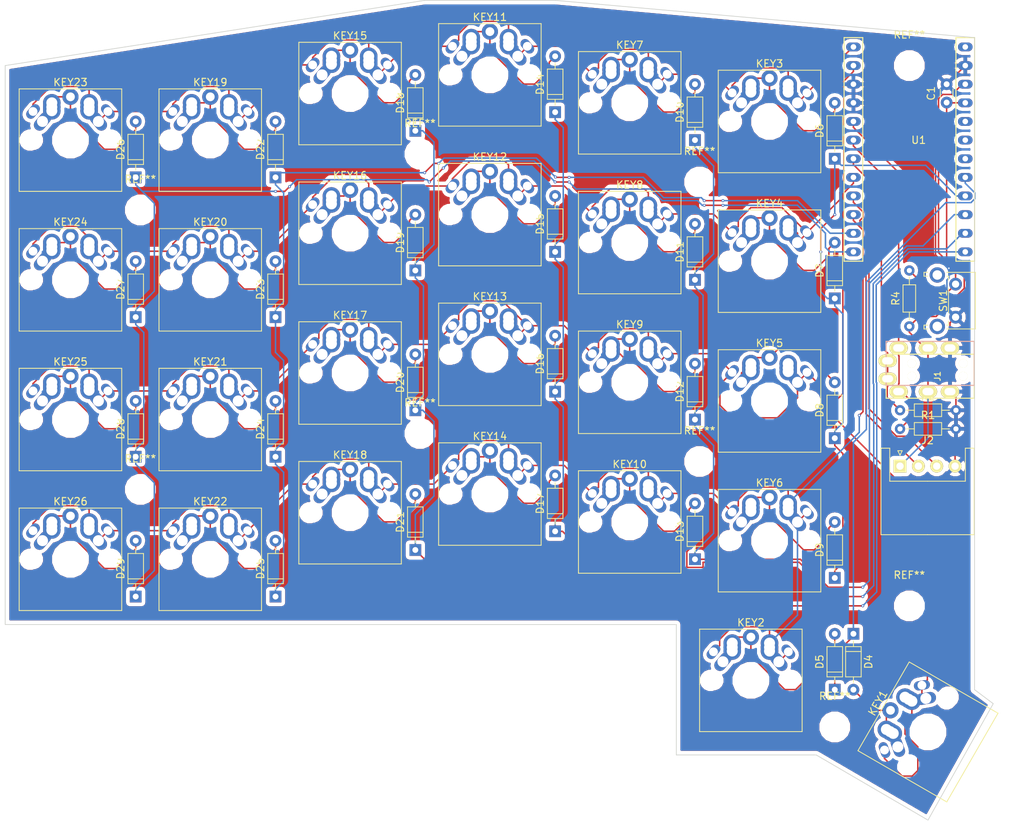
<source format=kicad_pcb>
(kicad_pcb (version 4) (host pcbnew 4.0.7)
  (layers (0 F.Cu signal) (31 B.Cu signal) (34 B.Paste user) (35 F.Paste user) (36 B.SilkS user) (37 F.SilkS user) (38 B.Mask user) (39 F.Mask user) (44 Edge.Cuts user))
  (net 0 "")
  (net 1 /COL0)
  (net 2 /COL1)
  (net 3 /COL2)
  (net 4 /COL3)
  (net 5 /COL4)
  (net 6 /COL5)
  (net 7 GND)
  (net 8 +5V)
  (net 9 /SDA)
  (net 10 /SCL)
  (net 11 /X)
  (net 12 /Y)
  (net 13 /ROW2)
  (net 14 /ROW1)
  (net 15 /ROW0)
  (net 16 /RST)
  (net 17 "Net-(D4-Pad2)")
  (net 18 "Net-(D5-Pad2)")
  (net 19 "Net-(D6-Pad2)")
  (net 20 "Net-(D7-Pad2)")
  (net 21 "Net-(D8-Pad2)")
  (net 22 "Net-(D9-Pad2)")
  (net 23 "Net-(D10-Pad2)")
  (net 24 "Net-(D11-Pad2)")
  (net 25 "Net-(D12-Pad2)")
  (net 26 "Net-(D13-Pad2)")
  (net 27 "Net-(D14-Pad2)")
  (net 28 "Net-(D15-Pad2)")
  (net 29 "Net-(D16-Pad2)")
  (net 30 "Net-(D17-Pad2)")
  (net 31 "Net-(D18-Pad2)")
  (net 32 "Net-(D19-Pad2)")
  (net 33 "Net-(D20-Pad2)")
  (net 34 "Net-(D21-Pad2)")
  (net 35 "Net-(D22-Pad2)")
  (net 36 "Net-(D23-Pad2)")
  (net 37 "Net-(D24-Pad2)")
  (net 38 "Net-(D25-Pad2)")
  (net 39 /COL6)
  (net 40 "Net-(D26-Pad2)")
  (net 41 "Net-(D27-Pad2)")
  (net 42 "Net-(D28-Pad2)")
  (net 43 "Net-(D29-Pad2)")
  (net 44 /ROW4)
  (net 45 "Net-(U1-Pad18)")
  (net 46 "Net-(U1-Pad19)")
  (net 47 "Net-(U1-Pad20)")
  (net 48 "Net-(U1-Pad24)")
  (module Mounting_Holes:MountingHole_3.2mm_M3 (layer F.Cu) (at 113.03 90.17)
    (fp_text reference REF** (at 0 -4.2) (layer F.SilkS))
    (fp_text value MountingHole_3.2mm_M3)
    (pad 1 np_thru_hole circle (at 0 0) (size 3.2 3.2) (drill 3.2) (layers *.Cu *.Mask))
  )
  (module Diodes_THT:D_DO-35_SOD27_P7.62mm_Horizontal (layer F.Cu) (at 115.57 77.47 270)
    (fp_text reference D4 (at 3.81 -2.06 270) (layer F.SilkS))
    (fp_text value D)
    (pad 1 thru_hole rect (at 0 0 270) (size 1.6 1.6) (drill 0.8) (layers *.Cu *.Mask) (net 1 /COL0))
    (pad 2 thru_hole oval (at 7.62 0 270) (size 1.6 1.6) (drill 0.8) (layers *.Cu *.Mask) (net 17 "Net-(D4-Pad2)"))
  )
  (module Diodes_THT:D_DO-35_SOD27_P7.62mm_Horizontal (layer F.Cu) (at 113.03 85.09 90)
    (fp_text reference D5 (at 3.81 -2.06 90) (layer F.SilkS))
    (fp_text value D)
    (pad 1 thru_hole rect (at 0 0 90) (size 1.6 1.6) (drill 0.8) (layers *.Cu *.Mask) (net 1 /COL0))
    (pad 2 thru_hole oval (at 7.62 0 90) (size 1.6 1.6) (drill 0.8) (layers *.Cu *.Mask) (net 18 "Net-(D5-Pad2)"))
  )
  (module Diodes_THT:D_DO-35_SOD27_P7.62mm_Horizontal (layer F.Cu) (at 113.03 12.7 90)
    (fp_text reference D6 (at 3.81 -2.06 90) (layer F.SilkS))
    (fp_text value D)
    (pad 1 thru_hole rect (at 0 0 90) (size 1.6 1.6) (drill 0.8) (layers *.Cu *.Mask) (net 2 /COL1))
    (pad 2 thru_hole oval (at 7.62 0 90) (size 1.6 1.6) (drill 0.8) (layers *.Cu *.Mask) (net 19 "Net-(D6-Pad2)"))
  )
  (module Diodes_THT:D_DO-35_SOD27_P7.62mm_Horizontal (layer F.Cu) (at 113.03 31.75 90)
    (fp_text reference D7 (at 3.81 -2.06 90) (layer F.SilkS))
    (fp_text value D)
    (pad 1 thru_hole rect (at 0 0 90) (size 1.6 1.6) (drill 0.8) (layers *.Cu *.Mask) (net 2 /COL1))
    (pad 2 thru_hole oval (at 7.62 0 90) (size 1.6 1.6) (drill 0.8) (layers *.Cu *.Mask) (net 20 "Net-(D7-Pad2)"))
  )
  (module Diodes_THT:D_DO-35_SOD27_P7.62mm_Horizontal (layer F.Cu) (at 113.03 50.8 90)
    (fp_text reference D8 (at 3.81 -2.06 90) (layer F.SilkS))
    (fp_text value D)
    (pad 1 thru_hole rect (at 0 0 90) (size 1.6 1.6) (drill 0.8) (layers *.Cu *.Mask) (net 2 /COL1))
    (pad 2 thru_hole oval (at 7.62 0 90) (size 1.6 1.6) (drill 0.8) (layers *.Cu *.Mask) (net 21 "Net-(D8-Pad2)"))
  )
  (module Diodes_THT:D_DO-35_SOD27_P7.62mm_Horizontal (layer F.Cu) (at 113.03 69.85 90)
    (fp_text reference D9 (at 3.81 -2.06 90) (layer F.SilkS))
    (fp_text value D)
    (pad 1 thru_hole rect (at 0 0 90) (size 1.6 1.6) (drill 0.8) (layers *.Cu *.Mask) (net 2 /COL1))
    (pad 2 thru_hole oval (at 7.62 0 90) (size 1.6 1.6) (drill 0.8) (layers *.Cu *.Mask) (net 22 "Net-(D9-Pad2)"))
  )
  (module Diodes_THT:D_DO-35_SOD27_P7.62mm_Horizontal (layer F.Cu) (at 93.98 10.16 90)
    (fp_text reference D10 (at 3.81 -2.06 90) (layer F.SilkS))
    (fp_text value D)
    (pad 1 thru_hole rect (at 0 0 90) (size 1.6 1.6) (drill 0.8) (layers *.Cu *.Mask) (net 3 /COL2))
    (pad 2 thru_hole oval (at 7.62 0 90) (size 1.6 1.6) (drill 0.8) (layers *.Cu *.Mask) (net 23 "Net-(D10-Pad2)"))
  )
  (module Diodes_THT:D_DO-35_SOD27_P7.62mm_Horizontal (layer F.Cu) (at 93.98 29.21 90)
    (fp_text reference D11 (at 3.81 -2.06 90) (layer F.SilkS))
    (fp_text value D)
    (pad 1 thru_hole rect (at 0 0 90) (size 1.6 1.6) (drill 0.8) (layers *.Cu *.Mask) (net 3 /COL2))
    (pad 2 thru_hole oval (at 7.62 0 90) (size 1.6 1.6) (drill 0.8) (layers *.Cu *.Mask) (net 24 "Net-(D11-Pad2)"))
  )
  (module Diodes_THT:D_DO-35_SOD27_P7.62mm_Horizontal (layer F.Cu) (at 93.98 48.26 90)
    (fp_text reference D12 (at 3.81 -2.06 90) (layer F.SilkS))
    (fp_text value D)
    (pad 1 thru_hole rect (at 0 0 90) (size 1.6 1.6) (drill 0.8) (layers *.Cu *.Mask) (net 3 /COL2))
    (pad 2 thru_hole oval (at 7.62 0 90) (size 1.6 1.6) (drill 0.8) (layers *.Cu *.Mask) (net 25 "Net-(D12-Pad2)"))
  )
  (module Diodes_THT:D_DO-35_SOD27_P7.62mm_Horizontal (layer F.Cu) (at 93.98 67.31 90)
    (fp_text reference D13 (at 3.81 -2.06 90) (layer F.SilkS))
    (fp_text value D)
    (pad 1 thru_hole rect (at 0 0 90) (size 1.6 1.6) (drill 0.8) (layers *.Cu *.Mask) (net 3 /COL2))
    (pad 2 thru_hole oval (at 7.62 0 90) (size 1.6 1.6) (drill 0.8) (layers *.Cu *.Mask) (net 26 "Net-(D13-Pad2)"))
  )
  (module Diodes_THT:D_DO-35_SOD27_P7.62mm_Horizontal (layer F.Cu) (at 74.93 6.35 90)
    (fp_text reference D14 (at 3.81 -2.06 90) (layer F.SilkS))
    (fp_text value D)
    (pad 1 thru_hole rect (at 0 0 90) (size 1.6 1.6) (drill 0.8) (layers *.Cu *.Mask) (net 4 /COL3))
    (pad 2 thru_hole oval (at 7.62 0 90) (size 1.6 1.6) (drill 0.8) (layers *.Cu *.Mask) (net 27 "Net-(D14-Pad2)"))
  )
  (module Diodes_THT:D_DO-35_SOD27_P7.62mm_Horizontal (layer F.Cu) (at 74.93 25.4 90)
    (fp_text reference D15 (at 3.81 -2.06 90) (layer F.SilkS))
    (fp_text value D)
    (pad 1 thru_hole rect (at 0 0 90) (size 1.6 1.6) (drill 0.8) (layers *.Cu *.Mask) (net 4 /COL3))
    (pad 2 thru_hole oval (at 7.62 0 90) (size 1.6 1.6) (drill 0.8) (layers *.Cu *.Mask) (net 28 "Net-(D15-Pad2)"))
  )
  (module Diodes_THT:D_DO-35_SOD27_P7.62mm_Horizontal (layer F.Cu) (at 74.93 44.45 90)
    (fp_text reference D16 (at 3.81 -2.06 90) (layer F.SilkS))
    (fp_text value D)
    (pad 1 thru_hole rect (at 0 0 90) (size 1.6 1.6) (drill 0.8) (layers *.Cu *.Mask) (net 4 /COL3))
    (pad 2 thru_hole oval (at 7.62 0 90) (size 1.6 1.6) (drill 0.8) (layers *.Cu *.Mask) (net 29 "Net-(D16-Pad2)"))
  )
  (module Diodes_THT:D_DO-35_SOD27_P7.62mm_Horizontal (layer F.Cu) (at 74.93 63.5 90)
    (fp_text reference D17 (at 3.81 -2.06 90) (layer F.SilkS))
    (fp_text value D)
    (pad 1 thru_hole rect (at 0 0 90) (size 1.6 1.6) (drill 0.8) (layers *.Cu *.Mask) (net 4 /COL3))
    (pad 2 thru_hole oval (at 7.62 0 90) (size 1.6 1.6) (drill 0.8) (layers *.Cu *.Mask) (net 30 "Net-(D17-Pad2)"))
  )
  (module Diodes_THT:D_DO-35_SOD27_P7.62mm_Horizontal (layer F.Cu) (at 55.88 8.89 90)
    (fp_text reference D18 (at 3.81 -2.06 90) (layer F.SilkS))
    (fp_text value D)
    (pad 1 thru_hole rect (at 0 0 90) (size 1.6 1.6) (drill 0.8) (layers *.Cu *.Mask) (net 5 /COL4))
    (pad 2 thru_hole oval (at 7.62 0 90) (size 1.6 1.6) (drill 0.8) (layers *.Cu *.Mask) (net 31 "Net-(D18-Pad2)"))
  )
  (module Diodes_THT:D_DO-35_SOD27_P7.62mm_Horizontal (layer F.Cu) (at 55.88 27.94 90)
    (fp_text reference D19 (at 3.81 -2.06 90) (layer F.SilkS))
    (fp_text value D)
    (pad 1 thru_hole rect (at 0 0 90) (size 1.6 1.6) (drill 0.8) (layers *.Cu *.Mask) (net 5 /COL4))
    (pad 2 thru_hole oval (at 7.62 0 90) (size 1.6 1.6) (drill 0.8) (layers *.Cu *.Mask) (net 32 "Net-(D19-Pad2)"))
  )
  (module Diodes_THT:D_DO-35_SOD27_P7.62mm_Horizontal (layer F.Cu) (at 55.88 46.99 90)
    (fp_text reference D20 (at 3.81 -2.06 90) (layer F.SilkS))
    (fp_text value D)
    (pad 1 thru_hole rect (at 0 0 90) (size 1.6 1.6) (drill 0.8) (layers *.Cu *.Mask) (net 5 /COL4))
    (pad 2 thru_hole oval (at 7.62 0 90) (size 1.6 1.6) (drill 0.8) (layers *.Cu *.Mask) (net 33 "Net-(D20-Pad2)"))
  )
  (module Diodes_THT:D_DO-35_SOD27_P7.62mm_Horizontal (layer F.Cu) (at 55.88 66.04 90)
    (fp_text reference D21 (at 3.81 -2.06 90) (layer F.SilkS))
    (fp_text value D)
    (pad 1 thru_hole rect (at 0 0 90) (size 1.6 1.6) (drill 0.8) (layers *.Cu *.Mask) (net 5 /COL4))
    (pad 2 thru_hole oval (at 7.62 0 90) (size 1.6 1.6) (drill 0.8) (layers *.Cu *.Mask) (net 34 "Net-(D21-Pad2)"))
  )
  (module Diodes_THT:D_DO-35_SOD27_P7.62mm_Horizontal (layer F.Cu) (at 36.83 15.24 90)
    (fp_text reference D22 (at 3.81 -2.06 90) (layer F.SilkS))
    (fp_text value D)
    (pad 1 thru_hole rect (at 0 0 90) (size 1.6 1.6) (drill 0.8) (layers *.Cu *.Mask) (net 6 /COL5))
    (pad 2 thru_hole oval (at 7.62 0 90) (size 1.6 1.6) (drill 0.8) (layers *.Cu *.Mask) (net 35 "Net-(D22-Pad2)"))
  )
  (module Diodes_THT:D_DO-35_SOD27_P7.62mm_Horizontal (layer F.Cu) (at 36.83 34.29 90)
    (fp_text reference D23 (at 3.81 -2.06 90) (layer F.SilkS))
    (fp_text value D)
    (pad 1 thru_hole rect (at 0 0 90) (size 1.6 1.6) (drill 0.8) (layers *.Cu *.Mask) (net 6 /COL5))
    (pad 2 thru_hole oval (at 7.62 0 90) (size 1.6 1.6) (drill 0.8) (layers *.Cu *.Mask) (net 36 "Net-(D23-Pad2)"))
  )
  (module Diodes_THT:D_DO-35_SOD27_P7.62mm_Horizontal (layer F.Cu) (at 36.83 53.34 90)
    (fp_text reference D24 (at 3.81 -2.06 90) (layer F.SilkS))
    (fp_text value D)
    (pad 1 thru_hole rect (at 0 0 90) (size 1.6 1.6) (drill 0.8) (layers *.Cu *.Mask) (net 6 /COL5))
    (pad 2 thru_hole oval (at 7.62 0 90) (size 1.6 1.6) (drill 0.8) (layers *.Cu *.Mask) (net 37 "Net-(D24-Pad2)"))
  )
  (module Diodes_THT:D_DO-35_SOD27_P7.62mm_Horizontal (layer F.Cu) (at 36.83 72.39 90)
    (fp_text reference D25 (at 3.81 -2.06 90) (layer F.SilkS))
    (fp_text value D)
    (pad 1 thru_hole rect (at 0 0 90) (size 1.6 1.6) (drill 0.8) (layers *.Cu *.Mask) (net 6 /COL5))
    (pad 2 thru_hole oval (at 7.62 0 90) (size 1.6 1.6) (drill 0.8) (layers *.Cu *.Mask) (net 38 "Net-(D25-Pad2)"))
  )
  (module Diodes_THT:D_DO-35_SOD27_P7.62mm_Horizontal (layer F.Cu) (at 17.78 15.24 90)
    (fp_text reference D26 (at 3.81 -2.06 90) (layer F.SilkS))
    (fp_text value D)
    (pad 1 thru_hole rect (at 0 0 90) (size 1.6 1.6) (drill 0.8) (layers *.Cu *.Mask) (net 39 /COL6))
    (pad 2 thru_hole oval (at 7.62 0 90) (size 1.6 1.6) (drill 0.8) (layers *.Cu *.Mask) (net 40 "Net-(D26-Pad2)"))
  )
  (module Diodes_THT:D_DO-35_SOD27_P7.62mm_Horizontal (layer F.Cu) (at 17.78 34.29 90)
    (fp_text reference D27 (at 3.81 -2.06 90) (layer F.SilkS))
    (fp_text value D)
    (pad 1 thru_hole rect (at 0 0 90) (size 1.6 1.6) (drill 0.8) (layers *.Cu *.Mask) (net 39 /COL6))
    (pad 2 thru_hole oval (at 7.62 0 90) (size 1.6 1.6) (drill 0.8) (layers *.Cu *.Mask) (net 41 "Net-(D27-Pad2)"))
  )
  (module Diodes_THT:D_DO-35_SOD27_P7.62mm_Horizontal (layer F.Cu) (at 17.78 53.34 90)
    (fp_text reference D28 (at 3.81 -2.06 90) (layer F.SilkS))
    (fp_text value D)
    (pad 1 thru_hole rect (at 0 0 90) (size 1.6 1.6) (drill 0.8) (layers *.Cu *.Mask) (net 39 /COL6))
    (pad 2 thru_hole oval (at 7.62 0 90) (size 1.6 1.6) (drill 0.8) (layers *.Cu *.Mask) (net 42 "Net-(D28-Pad2)"))
  )
  (module Diodes_THT:D_DO-35_SOD27_P7.62mm_Horizontal (layer F.Cu) (at 17.78 72.39 90)
    (fp_text reference D29 (at 3.81 -2.06 90) (layer F.SilkS))
    (fp_text value D)
    (pad 1 thru_hole rect (at 0 0 90) (size 1.6 1.6) (drill 0.8) (layers *.Cu *.Mask) (net 39 /COL6))
    (pad 2 thru_hole oval (at 7.62 0 90) (size 1.6 1.6) (drill 0.8) (layers *.Cu *.Mask) (net 43 "Net-(D29-Pad2)"))
  )
  (module Connectors_JST:JST_XH_S04B-XH-A_04x2.50mm_Angled (layer F.Cu) (at 121.92 54.61)
    (fp_text reference J2 (at 3.75 -3.5) (layer F.SilkS))
    (fp_text value sidebutton)
    (pad 1 thru_hole rect (at 0 0) (size 1.75 1.75) (drill 1) (layers *.Cu *.Mask F.SilkS) (net 8 +5V))
    (pad 2 thru_hole circle (at 2.5 0) (size 1.75 1.75) (drill 1) (layers *.Cu *.Mask F.SilkS) (net 11 /X))
    (pad 3 thru_hole circle (at 5 0) (size 1.75 1.75) (drill 1) (layers *.Cu *.Mask F.SilkS) (net 12 /Y))
    (pad 4 thru_hole circle (at 7.5 0) (size 1.75 1.75) (drill 1) (layers *.Cu *.Mask F.SilkS) (net 7 GND))
  )
  (module Resistors_THT:R_Axial_DIN0204_L3.6mm_D1.6mm_P7.62mm_Horizontal (layer F.Cu) (at 121.92 49.53)
    (fp_text reference R1 (at 3.81 -1.86) (layer F.SilkS))
    (fp_text value 10kΩ)
    (pad 1 thru_hole circle (at 0 0) (size 1.4 1.4) (drill 0.7) (layers *.Cu *.Mask) (net 9 /SDA))
    (pad 2 thru_hole oval (at 7.62 0) (size 1.4 1.4) (drill 0.7) (layers *.Cu *.Mask) (net 7 GND))
  )
  (module Resistors_THT:R_Axial_DIN0204_L3.6mm_D1.6mm_P7.62mm_Horizontal (layer F.Cu) (at 121.92 46.99)
    (fp_text reference R2 (at 3.81 -1.86) (layer F.SilkS))
    (fp_text value 10kΩ)
    (pad 1 thru_hole circle (at 0 0) (size 1.4 1.4) (drill 0.7) (layers *.Cu *.Mask) (net 10 /SCL))
    (pad 2 thru_hole oval (at 7.62 0) (size 1.4 1.4) (drill 0.7) (layers *.Cu *.Mask) (net 7 GND))
  )
  (module Resistors_THT:R_Axial_DIN0204_L3.6mm_D1.6mm_P7.62mm_Horizontal (layer F.Cu) (at 123.19 35.56 90)
    (fp_text reference R4 (at 3.81 -1.86 90) (layer F.SilkS))
    (fp_text value R)
    (pad 1 thru_hole circle (at 0 0 90) (size 1.4 1.4) (drill 0.7) (layers *.Cu *.Mask) (net 8 +5V))
    (pad 2 thru_hole oval (at 7.62 0 90) (size 1.4 1.4) (drill 0.7) (layers *.Cu *.Mask) (net 16 /RST))
  )
  (module Buttons_Switches_THT:SW_Tactile_SPST_Angled_PTS645Vx31-2LFS (layer F.Cu) (at 129.49 29.8 270)
    (fp_text reference SW1 (at 2.25 1.68 270) (layer F.SilkS))
    (fp_text value RESET_SW)
    (pad "" thru_hole circle (at 5.76 2.49 270) (size 2.1 2.1) (drill 1.3) (layers *.Cu *.Mask))
    (pad 2 thru_hole circle (at 4.5 0 270) (size 1.75 1.75) (drill 0.99) (layers *.Cu *.Mask) (net 7 GND))
    (pad 1 thru_hole circle (at 0 0 270) (size 1.75 1.75) (drill 0.99) (layers *.Cu *.Mask) (net 16 /RST))
    (pad "" thru_hole circle (at -1.25 2.49 270) (size 2.1 2.1) (drill 1.3) (layers *.Cu *.Mask))
  )
  (module Capacitors_THT:C_Disc_D3.0mm_W1.6mm_P2.50mm (layer F.Cu) (at 128.27 5.04 90)
    (fp_text reference C1 (at 1.25 -2.11 90) (layer F.SilkS))
    (fp_text value C)
    (pad 1 thru_hole circle (at 0 0 90) (size 1.6 1.6) (drill 0.8) (layers *.Cu *.Mask) (net 8 +5V))
    (pad 2 thru_hole circle (at 2.5 0 90) (size 1.6 1.6) (drill 0.8) (layers *.Cu *.Mask) (net 7 GND))
  )
  (module 4x6t2:Arduino_Pro_Micro (layer F.Cu) (at 124.46 11.43)
    (fp_text reference U1 (at 0 -1.27) (layer F.SilkS))
    (fp_text value Arduino_Pro_Micro)
    (pad 1 thru_hole oval (at -8.89 -13.97) (size 2 1.2) (drill 0.762) (layers *.Cu *.Mask) (net 15 /ROW0))
    (pad 2 thru_hole oval (at -8.89 -11.43) (size 2 1.2) (drill 0.762) (layers *.Cu *.Mask) (net 14 /ROW1))
    (pad 3 thru_hole oval (at -8.89 -8.89) (size 2 1.2) (drill 0.762) (layers *.Cu *.Mask) (net 7 GND))
    (pad 4 thru_hole oval (at -8.89 -6.35) (size 2 1.2) (drill 0.762) (layers *.Cu *.Mask) (net 7 GND))
    (pad 5 thru_hole oval (at -8.89 -3.81) (size 2 1.2) (drill 0.762) (layers *.Cu *.Mask) (net 9 /SDA))
    (pad 6 thru_hole oval (at -8.89 -1.27) (size 2 1.2) (drill 0.762) (layers *.Cu *.Mask) (net 10 /SCL))
    (pad 7 thru_hole oval (at -8.89 1.27) (size 2 1.2) (drill 0.762) (layers *.Cu *.Mask) (net 12 /Y))
    (pad 8 thru_hole oval (at -8.89 3.81) (size 2 1.2) (drill 0.762) (layers *.Cu *.Mask) (net 13 /ROW2))
    (pad 9 thru_hole oval (at -8.89 6.35) (size 2 1.2) (drill 0.762) (layers *.Cu *.Mask) (net 11 /X))
    (pad 10 thru_hole oval (at -8.89 8.89) (size 2 1.2) (drill 0.762) (layers *.Cu *.Mask) (net 44 /ROW4))
    (pad 11 thru_hole oval (at -8.89 11.43) (size 2 1.2) (drill 0.762) (layers *.Cu *.Mask) (net 6 /COL5))
    (pad 12 thru_hole oval (at -8.89 13.97) (size 2 1.2) (drill 0.762) (layers *.Cu *.Mask) (net 39 /COL6))
    (pad 13 thru_hole oval (at 6.35 13.97) (size 2 1.2) (drill 0.762) (layers *.Cu *.Mask) (net 5 /COL4))
    (pad 14 thru_hole oval (at 6.35 11.43) (size 2 1.2) (drill 0.762) (layers *.Cu *.Mask) (net 4 /COL3))
    (pad 15 thru_hole oval (at 6.35 8.89) (size 2 1.2) (drill 0.762) (layers *.Cu *.Mask) (net 3 /COL2))
    (pad 16 thru_hole oval (at 6.35 6.35) (size 2 1.2) (drill 0.762) (layers *.Cu *.Mask) (net 2 /COL1))
    (pad 17 thru_hole oval (at 6.35 3.81) (size 2 1.2) (drill 0.762) (layers *.Cu *.Mask) (net 1 /COL0))
    (pad 18 thru_hole oval (at 6.35 1.27) (size 2 1.2) (drill 0.762) (layers *.Cu *.Mask) (net 45 "Net-(U1-Pad18)"))
    (pad 19 thru_hole oval (at 6.35 -1.27) (size 2 1.2) (drill 0.762) (layers *.Cu *.Mask) (net 46 "Net-(U1-Pad19)"))
    (pad 20 thru_hole oval (at 6.35 -3.81) (size 2 1.2) (drill 0.762) (layers *.Cu *.Mask) (net 47 "Net-(U1-Pad20)"))
    (pad 21 thru_hole oval (at 6.35 -6.35) (size 2 1.2) (drill 0.762) (layers *.Cu *.Mask) (net 8 +5V))
    (pad 22 thru_hole oval (at 6.35 -8.89) (size 2 1.2) (drill 0.762) (layers *.Cu *.Mask) (net 16 /RST))
    (pad 23 thru_hole oval (at 6.35 -11.43) (size 2 1.2) (drill 0.762) (layers *.Cu *.Mask) (net 7 GND))
    (pad 24 thru_hole oval (at 6.35 -13.97) (size 2 1.2) (drill 0.762) (layers *.Cu *.Mask) (net 48 "Net-(U1-Pad24)"))
  )
  (module Mounting_Holes:MountingHole_3.2mm_M3 (layer F.Cu) (at 18.415 19.685)
    (fp_text reference REF** (at 0 -4.2) (layer F.SilkS))
    (fp_text value MountingHole_3.2mm_M3)
    (pad 1 np_thru_hole circle (at 0 0) (size 3.2 3.2) (drill 3.2) (layers *.Cu *.Mask))
  )
  (module Mounting_Holes:MountingHole_3.2mm_M3 (layer F.Cu) (at 18.415 57.785)
    (fp_text reference REF** (at 0 -4.2) (layer F.SilkS))
    (fp_text value MountingHole_3.2mm_M3)
    (pad 1 np_thru_hole circle (at 0 0) (size 3.2 3.2) (drill 3.2) (layers *.Cu *.Mask))
  )
  (module Mounting_Holes:MountingHole_3.2mm_M3 (layer F.Cu) (at 94.615 53.975)
    (fp_text reference REF** (at 0 -4.2) (layer F.SilkS))
    (fp_text value MountingHole_3.2mm_M3)
    (pad 1 np_thru_hole circle (at 0 0) (size 3.2 3.2) (drill 3.2) (layers *.Cu *.Mask))
  )
  (module Mounting_Holes:MountingHole_3.2mm_M3 (layer F.Cu) (at 94.615 15.875)
    (fp_text reference REF** (at 0 -4.2) (layer F.SilkS))
    (fp_text value MountingHole_3.2mm_M3)
    (pad 1 np_thru_hole circle (at 0 0) (size 3.2 3.2) (drill 3.2) (layers *.Cu *.Mask))
  )
  (module Mounting_Holes:MountingHole_3.2mm_M3 (layer F.Cu) (at 56.515 50.165)
    (fp_text reference REF** (at 0 -4.2) (layer F.SilkS))
    (fp_text value MountingHole_3.2mm_M3)
    (pad 1 np_thru_hole circle (at 0 0) (size 3.2 3.2) (drill 3.2) (layers *.Cu *.Mask))
  )
  (module Mounting_Holes:MountingHole_3.2mm_M3 (layer F.Cu) (at 56.515 12.065)
    (fp_text reference REF** (at 0 -4.2) (layer F.SilkS))
    (fp_text value MountingHole_3.2mm_M3)
    (pad 1 np_thru_hole circle (at 0 0) (size 3.2 3.2) (drill 3.2) (layers *.Cu *.Mask))
  )
  (module Mounting_Holes:MountingHole_3.2mm_M3 (layer F.Cu) (at 123.19 73.66)
    (fp_text reference REF** (at 0 -4.2) (layer F.SilkS))
    (fp_text value MountingHole_3.2mm_M3)
    (pad 1 np_thru_hole circle (at 0 0) (size 3.2 3.2) (drill 3.2) (layers *.Cu *.Mask))
  )
  (module Mounting_Holes:MountingHole_3.2mm_M3 (layer F.Cu) (at 123.19 0)
    (fp_text reference REF** (at 0 -4.2) (layer F.SilkS))
    (fp_text value MountingHole_3.2mm_M3)
    (pad 1 np_thru_hole circle (at 0 0) (size 3.2 3.2) (drill 3.2) (layers *.Cu *.Mask))
  )
  (module 4x6t2:MX_ALPS_KH_u1.00 (layer F.Cu) (at 8.89 10.16)
    (fp_text reference KEY23 (at 0 -7.874) (layer F.SilkS))
    (fp_text value KEY06)
    (pad 1 thru_hole circle (at 2.54 -4.5) (size 2.4 2.4) (drill 1.5) (layers *.Cu *.Mask) (net 15 /ROW0))
    (pad 2 thru_hole oval (at -3.81 -2.54 50) (size 2.8 1.55) (drill 1.5) (layers *.Cu *.Mask) (net 40 "Net-(D26-Pad2)"))
    (pad "" np_thru_hole circle (at 0 0) (size 4 4) (drill 4) (layers *.Cu *.Mask))
    (pad "" np_thru_hole circle (at -5.08 0) (size 1.7 1.7) (drill 1.7) (layers *.Cu *.Mask))
    (pad "" np_thru_hole circle (at 5.08 0) (size 1.7 1.7) (drill 1.7) (layers *.Cu *.Mask))
    (pad "" np_thru_hole circle (at -5.5 0) (size 1.9 1.9) (drill 1.9) (layers *.Cu *.Mask))
    (pad "" np_thru_hole circle (at 5.5 0) (size 1.9 1.9) (drill 1.9) (layers *.Cu *.Mask))
    (pad 1 thru_hole oval (at 3.81 -2.54 310) (size 2.8 1.55) (drill 1.5) (layers *.Cu *.Mask) (net 15 /ROW0))
    (pad 1 thru_hole circle (at 2.54 -4 310) (size 2.4 2.4) (drill 1.5) (layers *.Cu *.Mask) (net 15 /ROW0))
    (pad 1 thru_hole circle (at 2.54 -5.08) (size 2.4 2.4) (drill 1.5) (layers *.Cu *.Mask) (net 15 /ROW0))
    (pad 2 thru_hole circle (at -2.54 -4.5) (size 2.4 2.4) (drill 1.5) (layers *.Cu *.Mask) (net 40 "Net-(D26-Pad2)"))
    (pad 2 thru_hole circle (at -2.54 -4) (size 2.4 2.4) (drill 1.5) (layers *.Cu *.Mask) (net 40 "Net-(D26-Pad2)"))
    (pad 2 thru_hole circle (at -2.54 -5.08) (size 2.4 2.4) (drill 1.5) (layers *.Cu *.Mask) (net 40 "Net-(D26-Pad2)"))
    (pad 2 thru_hole circle (at 0 -5.9) (size 2.2 2.2) (drill 1.2) (layers *.Cu *.Mask) (net 40 "Net-(D26-Pad2)"))
    (pad 1 thru_hole oval (at 5.1 -3.9 310) (size 2.2 1.25) (drill 1.2) (layers *.Cu *.Mask) (net 15 /ROW0))
    (pad 1 thru_hole oval (at -5.1 -3.9 50) (size 2.2 1.25) (drill 1.2) (layers *.Cu *.Mask) (net 15 /ROW0))
  )
  (module 4x6t2:MX_ALPS_KH_u1.00 (layer F.Cu) (at 8.89 29.21)
    (fp_text reference KEY24 (at 0 -7.874) (layer F.SilkS))
    (fp_text value KEY16)
    (pad 1 thru_hole circle (at 2.54 -4.5) (size 2.4 2.4) (drill 1.5) (layers *.Cu *.Mask) (net 14 /ROW1))
    (pad 2 thru_hole oval (at -3.81 -2.54 50) (size 2.8 1.55) (drill 1.5) (layers *.Cu *.Mask) (net 41 "Net-(D27-Pad2)"))
    (pad "" np_thru_hole circle (at 0 0) (size 4 4) (drill 4) (layers *.Cu *.Mask))
    (pad "" np_thru_hole circle (at -5.08 0) (size 1.7 1.7) (drill 1.7) (layers *.Cu *.Mask))
    (pad "" np_thru_hole circle (at 5.08 0) (size 1.7 1.7) (drill 1.7) (layers *.Cu *.Mask))
    (pad "" np_thru_hole circle (at -5.5 0) (size 1.9 1.9) (drill 1.9) (layers *.Cu *.Mask))
    (pad "" np_thru_hole circle (at 5.5 0) (size 1.9 1.9) (drill 1.9) (layers *.Cu *.Mask))
    (pad 1 thru_hole oval (at 3.81 -2.54 310) (size 2.8 1.55) (drill 1.5) (layers *.Cu *.Mask) (net 14 /ROW1))
    (pad 1 thru_hole circle (at 2.54 -4 310) (size 2.4 2.4) (drill 1.5) (layers *.Cu *.Mask) (net 14 /ROW1))
    (pad 1 thru_hole circle (at 2.54 -5.08) (size 2.4 2.4) (drill 1.5) (layers *.Cu *.Mask) (net 14 /ROW1))
    (pad 2 thru_hole circle (at -2.54 -4.5) (size 2.4 2.4) (drill 1.5) (layers *.Cu *.Mask) (net 41 "Net-(D27-Pad2)"))
    (pad 2 thru_hole circle (at -2.54 -4) (size 2.4 2.4) (drill 1.5) (layers *.Cu *.Mask) (net 41 "Net-(D27-Pad2)"))
    (pad 2 thru_hole circle (at -2.54 -5.08) (size 2.4 2.4) (drill 1.5) (layers *.Cu *.Mask) (net 41 "Net-(D27-Pad2)"))
    (pad 2 thru_hole circle (at 0 -5.9) (size 2.2 2.2) (drill 1.2) (layers *.Cu *.Mask) (net 41 "Net-(D27-Pad2)"))
    (pad 1 thru_hole oval (at 5.1 -3.9 310) (size 2.2 1.25) (drill 1.2) (layers *.Cu *.Mask) (net 14 /ROW1))
    (pad 1 thru_hole oval (at -5.1 -3.9 50) (size 2.2 1.25) (drill 1.2) (layers *.Cu *.Mask) (net 14 /ROW1))
  )
  (module 4x6t2:MX_ALPS_KH_u1.00 (layer F.Cu) (at 8.89 48.26)
    (fp_text reference KEY25 (at 0 -7.874) (layer F.SilkS))
    (fp_text value KEY26)
    (pad 1 thru_hole circle (at 2.54 -4.5) (size 2.4 2.4) (drill 1.5) (layers *.Cu *.Mask) (net 13 /ROW2))
    (pad 2 thru_hole oval (at -3.81 -2.54 50) (size 2.8 1.55) (drill 1.5) (layers *.Cu *.Mask) (net 42 "Net-(D28-Pad2)"))
    (pad "" np_thru_hole circle (at 0 0) (size 4 4) (drill 4) (layers *.Cu *.Mask))
    (pad "" np_thru_hole circle (at -5.08 0) (size 1.7 1.7) (drill 1.7) (layers *.Cu *.Mask))
    (pad "" np_thru_hole circle (at 5.08 0) (size 1.7 1.7) (drill 1.7) (layers *.Cu *.Mask))
    (pad "" np_thru_hole circle (at -5.5 0) (size 1.9 1.9) (drill 1.9) (layers *.Cu *.Mask))
    (pad "" np_thru_hole circle (at 5.5 0) (size 1.9 1.9) (drill 1.9) (layers *.Cu *.Mask))
    (pad 1 thru_hole oval (at 3.81 -2.54 310) (size 2.8 1.55) (drill 1.5) (layers *.Cu *.Mask) (net 13 /ROW2))
    (pad 1 thru_hole circle (at 2.54 -4 310) (size 2.4 2.4) (drill 1.5) (layers *.Cu *.Mask) (net 13 /ROW2))
    (pad 1 thru_hole circle (at 2.54 -5.08) (size 2.4 2.4) (drill 1.5) (layers *.Cu *.Mask) (net 13 /ROW2))
    (pad 2 thru_hole circle (at -2.54 -4.5) (size 2.4 2.4) (drill 1.5) (layers *.Cu *.Mask) (net 42 "Net-(D28-Pad2)"))
    (pad 2 thru_hole circle (at -2.54 -4) (size 2.4 2.4) (drill 1.5) (layers *.Cu *.Mask) (net 42 "Net-(D28-Pad2)"))
    (pad 2 thru_hole circle (at -2.54 -5.08) (size 2.4 2.4) (drill 1.5) (layers *.Cu *.Mask) (net 42 "Net-(D28-Pad2)"))
    (pad 2 thru_hole circle (at 0 -5.9) (size 2.2 2.2) (drill 1.2) (layers *.Cu *.Mask) (net 42 "Net-(D28-Pad2)"))
    (pad 1 thru_hole oval (at 5.1 -3.9 310) (size 2.2 1.25) (drill 1.2) (layers *.Cu *.Mask) (net 13 /ROW2))
    (pad 1 thru_hole oval (at -5.1 -3.9 50) (size 2.2 1.25) (drill 1.2) (layers *.Cu *.Mask) (net 13 /ROW2))
  )
  (module 4x6t2:MX_ALPS_KH_u1.00 (layer F.Cu) (at 8.89 67.31)
    (fp_text reference KEY26 (at 0 -7.874) (layer F.SilkS))
    (fp_text value KE36)
    (pad 1 thru_hole circle (at 2.54 -4.5) (size 2.4 2.4) (drill 1.5) (layers *.Cu *.Mask) (net 44 /ROW4))
    (pad 2 thru_hole oval (at -3.81 -2.54 50) (size 2.8 1.55) (drill 1.5) (layers *.Cu *.Mask) (net 43 "Net-(D29-Pad2)"))
    (pad "" np_thru_hole circle (at 0 0) (size 4 4) (drill 4) (layers *.Cu *.Mask))
    (pad "" np_thru_hole circle (at -5.08 0) (size 1.7 1.7) (drill 1.7) (layers *.Cu *.Mask))
    (pad "" np_thru_hole circle (at 5.08 0) (size 1.7 1.7) (drill 1.7) (layers *.Cu *.Mask))
    (pad "" np_thru_hole circle (at -5.5 0) (size 1.9 1.9) (drill 1.9) (layers *.Cu *.Mask))
    (pad "" np_thru_hole circle (at 5.5 0) (size 1.9 1.9) (drill 1.9) (layers *.Cu *.Mask))
    (pad 1 thru_hole oval (at 3.81 -2.54 310) (size 2.8 1.55) (drill 1.5) (layers *.Cu *.Mask) (net 44 /ROW4))
    (pad 1 thru_hole circle (at 2.54 -4 310) (size 2.4 2.4) (drill 1.5) (layers *.Cu *.Mask) (net 44 /ROW4))
    (pad 1 thru_hole circle (at 2.54 -5.08) (size 2.4 2.4) (drill 1.5) (layers *.Cu *.Mask) (net 44 /ROW4))
    (pad 2 thru_hole circle (at -2.54 -4.5) (size 2.4 2.4) (drill 1.5) (layers *.Cu *.Mask) (net 43 "Net-(D29-Pad2)"))
    (pad 2 thru_hole circle (at -2.54 -4) (size 2.4 2.4) (drill 1.5) (layers *.Cu *.Mask) (net 43 "Net-(D29-Pad2)"))
    (pad 2 thru_hole circle (at -2.54 -5.08) (size 2.4 2.4) (drill 1.5) (layers *.Cu *.Mask) (net 43 "Net-(D29-Pad2)"))
    (pad 2 thru_hole circle (at 0 -5.9) (size 2.2 2.2) (drill 1.2) (layers *.Cu *.Mask) (net 43 "Net-(D29-Pad2)"))
    (pad 1 thru_hole oval (at 5.1 -3.9 310) (size 2.2 1.25) (drill 1.2) (layers *.Cu *.Mask) (net 44 /ROW4))
    (pad 1 thru_hole oval (at -5.1 -3.9 50) (size 2.2 1.25) (drill 1.2) (layers *.Cu *.Mask) (net 44 /ROW4))
  )
  (module 4x6t2:MX_ALPS_KH_u1.00 (layer F.Cu) (at 27.94 10.16)
    (fp_text reference KEY19 (at 0 -7.874) (layer F.SilkS))
    (fp_text value KEY05)
    (pad 1 thru_hole circle (at 2.54 -4.5) (size 2.4 2.4) (drill 1.5) (layers *.Cu *.Mask) (net 15 /ROW0))
    (pad 2 thru_hole oval (at -3.81 -2.54 50) (size 2.8 1.55) (drill 1.5) (layers *.Cu *.Mask) (net 35 "Net-(D22-Pad2)"))
    (pad "" np_thru_hole circle (at 0 0) (size 4 4) (drill 4) (layers *.Cu *.Mask))
    (pad "" np_thru_hole circle (at -5.08 0) (size 1.7 1.7) (drill 1.7) (layers *.Cu *.Mask))
    (pad "" np_thru_hole circle (at 5.08 0) (size 1.7 1.7) (drill 1.7) (layers *.Cu *.Mask))
    (pad "" np_thru_hole circle (at -5.5 0) (size 1.9 1.9) (drill 1.9) (layers *.Cu *.Mask))
    (pad "" np_thru_hole circle (at 5.5 0) (size 1.9 1.9) (drill 1.9) (layers *.Cu *.Mask))
    (pad 1 thru_hole oval (at 3.81 -2.54 310) (size 2.8 1.55) (drill 1.5) (layers *.Cu *.Mask) (net 15 /ROW0))
    (pad 1 thru_hole circle (at 2.54 -4 310) (size 2.4 2.4) (drill 1.5) (layers *.Cu *.Mask) (net 15 /ROW0))
    (pad 1 thru_hole circle (at 2.54 -5.08) (size 2.4 2.4) (drill 1.5) (layers *.Cu *.Mask) (net 15 /ROW0))
    (pad 2 thru_hole circle (at -2.54 -4.5) (size 2.4 2.4) (drill 1.5) (layers *.Cu *.Mask) (net 35 "Net-(D22-Pad2)"))
    (pad 2 thru_hole circle (at -2.54 -4) (size 2.4 2.4) (drill 1.5) (layers *.Cu *.Mask) (net 35 "Net-(D22-Pad2)"))
    (pad 2 thru_hole circle (at -2.54 -5.08) (size 2.4 2.4) (drill 1.5) (layers *.Cu *.Mask) (net 35 "Net-(D22-Pad2)"))
    (pad 2 thru_hole circle (at 0 -5.9) (size 2.2 2.2) (drill 1.2) (layers *.Cu *.Mask) (net 35 "Net-(D22-Pad2)"))
    (pad 1 thru_hole oval (at 5.1 -3.9 310) (size 2.2 1.25) (drill 1.2) (layers *.Cu *.Mask) (net 15 /ROW0))
    (pad 1 thru_hole oval (at -5.1 -3.9 50) (size 2.2 1.25) (drill 1.2) (layers *.Cu *.Mask) (net 15 /ROW0))
  )
  (module 4x6t2:MX_ALPS_KH_u1.00 (layer F.Cu) (at 27.94 29.21)
    (fp_text reference KEY20 (at 0 -7.874) (layer F.SilkS))
    (fp_text value KEY15)
    (pad 1 thru_hole circle (at 2.54 -4.5) (size 2.4 2.4) (drill 1.5) (layers *.Cu *.Mask) (net 14 /ROW1))
    (pad 2 thru_hole oval (at -3.81 -2.54 50) (size 2.8 1.55) (drill 1.5) (layers *.Cu *.Mask) (net 36 "Net-(D23-Pad2)"))
    (pad "" np_thru_hole circle (at 0 0) (size 4 4) (drill 4) (layers *.Cu *.Mask))
    (pad "" np_thru_hole circle (at -5.08 0) (size 1.7 1.7) (drill 1.7) (layers *.Cu *.Mask))
    (pad "" np_thru_hole circle (at 5.08 0) (size 1.7 1.7) (drill 1.7) (layers *.Cu *.Mask))
    (pad "" np_thru_hole circle (at -5.5 0) (size 1.9 1.9) (drill 1.9) (layers *.Cu *.Mask))
    (pad "" np_thru_hole circle (at 5.5 0) (size 1.9 1.9) (drill 1.9) (layers *.Cu *.Mask))
    (pad 1 thru_hole oval (at 3.81 -2.54 310) (size 2.8 1.55) (drill 1.5) (layers *.Cu *.Mask) (net 14 /ROW1))
    (pad 1 thru_hole circle (at 2.54 -4 310) (size 2.4 2.4) (drill 1.5) (layers *.Cu *.Mask) (net 14 /ROW1))
    (pad 1 thru_hole circle (at 2.54 -5.08) (size 2.4 2.4) (drill 1.5) (layers *.Cu *.Mask) (net 14 /ROW1))
    (pad 2 thru_hole circle (at -2.54 -4.5) (size 2.4 2.4) (drill 1.5) (layers *.Cu *.Mask) (net 36 "Net-(D23-Pad2)"))
    (pad 2 thru_hole circle (at -2.54 -4) (size 2.4 2.4) (drill 1.5) (layers *.Cu *.Mask) (net 36 "Net-(D23-Pad2)"))
    (pad 2 thru_hole circle (at -2.54 -5.08) (size 2.4 2.4) (drill 1.5) (layers *.Cu *.Mask) (net 36 "Net-(D23-Pad2)"))
    (pad 2 thru_hole circle (at 0 -5.9) (size 2.2 2.2) (drill 1.2) (layers *.Cu *.Mask) (net 36 "Net-(D23-Pad2)"))
    (pad 1 thru_hole oval (at 5.1 -3.9 310) (size 2.2 1.25) (drill 1.2) (layers *.Cu *.Mask) (net 14 /ROW1))
    (pad 1 thru_hole oval (at -5.1 -3.9 50) (size 2.2 1.25) (drill 1.2) (layers *.Cu *.Mask) (net 14 /ROW1))
  )
  (module 4x6t2:MX_ALPS_KH_u1.00 (layer F.Cu) (at 27.94 48.26)
    (fp_text reference KEY21 (at 0 -7.874) (layer F.SilkS))
    (fp_text value KEY25)
    (pad 1 thru_hole circle (at 2.54 -4.5) (size 2.4 2.4) (drill 1.5) (layers *.Cu *.Mask) (net 13 /ROW2))
    (pad 2 thru_hole oval (at -3.81 -2.54 50) (size 2.8 1.55) (drill 1.5) (layers *.Cu *.Mask) (net 37 "Net-(D24-Pad2)"))
    (pad "" np_thru_hole circle (at 0 0) (size 4 4) (drill 4) (layers *.Cu *.Mask))
    (pad "" np_thru_hole circle (at -5.08 0) (size 1.7 1.7) (drill 1.7) (layers *.Cu *.Mask))
    (pad "" np_thru_hole circle (at 5.08 0) (size 1.7 1.7) (drill 1.7) (layers *.Cu *.Mask))
    (pad "" np_thru_hole circle (at -5.5 0) (size 1.9 1.9) (drill 1.9) (layers *.Cu *.Mask))
    (pad "" np_thru_hole circle (at 5.5 0) (size 1.9 1.9) (drill 1.9) (layers *.Cu *.Mask))
    (pad 1 thru_hole oval (at 3.81 -2.54 310) (size 2.8 1.55) (drill 1.5) (layers *.Cu *.Mask) (net 13 /ROW2))
    (pad 1 thru_hole circle (at 2.54 -4 310) (size 2.4 2.4) (drill 1.5) (layers *.Cu *.Mask) (net 13 /ROW2))
    (pad 1 thru_hole circle (at 2.54 -5.08) (size 2.4 2.4) (drill 1.5) (layers *.Cu *.Mask) (net 13 /ROW2))
    (pad 2 thru_hole circle (at -2.54 -4.5) (size 2.4 2.4) (drill 1.5) (layers *.Cu *.Mask) (net 37 "Net-(D24-Pad2)"))
    (pad 2 thru_hole circle (at -2.54 -4) (size 2.4 2.4) (drill 1.5) (layers *.Cu *.Mask) (net 37 "Net-(D24-Pad2)"))
    (pad 2 thru_hole circle (at -2.54 -5.08) (size 2.4 2.4) (drill 1.5) (layers *.Cu *.Mask) (net 37 "Net-(D24-Pad2)"))
    (pad 2 thru_hole circle (at 0 -5.9) (size 2.2 2.2) (drill 1.2) (layers *.Cu *.Mask) (net 37 "Net-(D24-Pad2)"))
    (pad 1 thru_hole oval (at 5.1 -3.9 310) (size 2.2 1.25) (drill 1.2) (layers *.Cu *.Mask) (net 13 /ROW2))
    (pad 1 thru_hole oval (at -5.1 -3.9 50) (size 2.2 1.25) (drill 1.2) (layers *.Cu *.Mask) (net 13 /ROW2))
  )
  (module 4x6t2:MX_ALPS_KH_u1.00 (layer F.Cu) (at 27.94 67.31)
    (fp_text reference KEY22 (at 0 -7.874) (layer F.SilkS))
    (fp_text value KEY35)
    (pad 1 thru_hole circle (at 2.54 -4.5) (size 2.4 2.4) (drill 1.5) (layers *.Cu *.Mask) (net 44 /ROW4))
    (pad 2 thru_hole oval (at -3.81 -2.54 50) (size 2.8 1.55) (drill 1.5) (layers *.Cu *.Mask) (net 38 "Net-(D25-Pad2)"))
    (pad "" np_thru_hole circle (at 0 0) (size 4 4) (drill 4) (layers *.Cu *.Mask))
    (pad "" np_thru_hole circle (at -5.08 0) (size 1.7 1.7) (drill 1.7) (layers *.Cu *.Mask))
    (pad "" np_thru_hole circle (at 5.08 0) (size 1.7 1.7) (drill 1.7) (layers *.Cu *.Mask))
    (pad "" np_thru_hole circle (at -5.5 0) (size 1.9 1.9) (drill 1.9) (layers *.Cu *.Mask))
    (pad "" np_thru_hole circle (at 5.5 0) (size 1.9 1.9) (drill 1.9) (layers *.Cu *.Mask))
    (pad 1 thru_hole oval (at 3.81 -2.54 310) (size 2.8 1.55) (drill 1.5) (layers *.Cu *.Mask) (net 44 /ROW4))
    (pad 1 thru_hole circle (at 2.54 -4 310) (size 2.4 2.4) (drill 1.5) (layers *.Cu *.Mask) (net 44 /ROW4))
    (pad 1 thru_hole circle (at 2.54 -5.08) (size 2.4 2.4) (drill 1.5) (layers *.Cu *.Mask) (net 44 /ROW4))
    (pad 2 thru_hole circle (at -2.54 -4.5) (size 2.4 2.4) (drill 1.5) (layers *.Cu *.Mask) (net 38 "Net-(D25-Pad2)"))
    (pad 2 thru_hole circle (at -2.54 -4) (size 2.4 2.4) (drill 1.5) (layers *.Cu *.Mask) (net 38 "Net-(D25-Pad2)"))
    (pad 2 thru_hole circle (at -2.54 -5.08) (size 2.4 2.4) (drill 1.5) (layers *.Cu *.Mask) (net 38 "Net-(D25-Pad2)"))
    (pad 2 thru_hole circle (at 0 -5.9) (size 2.2 2.2) (drill 1.2) (layers *.Cu *.Mask) (net 38 "Net-(D25-Pad2)"))
    (pad 1 thru_hole oval (at 5.1 -3.9 310) (size 2.2 1.25) (drill 1.2) (layers *.Cu *.Mask) (net 44 /ROW4))
    (pad 1 thru_hole oval (at -5.1 -3.9 50) (size 2.2 1.25) (drill 1.2) (layers *.Cu *.Mask) (net 44 /ROW4))
  )
  (module 4x6t2:MX_ALPS_KH_u1.00 (layer F.Cu) (at 46.99 3.81)
    (fp_text reference KEY15 (at 0 -7.874) (layer F.SilkS))
    (fp_text value KEY04)
    (pad 1 thru_hole circle (at 2.54 -4.5) (size 2.4 2.4) (drill 1.5) (layers *.Cu *.Mask) (net 15 /ROW0))
    (pad 2 thru_hole oval (at -3.81 -2.54 50) (size 2.8 1.55) (drill 1.5) (layers *.Cu *.Mask) (net 31 "Net-(D18-Pad2)"))
    (pad "" np_thru_hole circle (at 0 0) (size 4 4) (drill 4) (layers *.Cu *.Mask))
    (pad "" np_thru_hole circle (at -5.08 0) (size 1.7 1.7) (drill 1.7) (layers *.Cu *.Mask))
    (pad "" np_thru_hole circle (at 5.08 0) (size 1.7 1.7) (drill 1.7) (layers *.Cu *.Mask))
    (pad "" np_thru_hole circle (at -5.5 0) (size 1.9 1.9) (drill 1.9) (layers *.Cu *.Mask))
    (pad "" np_thru_hole circle (at 5.5 0) (size 1.9 1.9) (drill 1.9) (layers *.Cu *.Mask))
    (pad 1 thru_hole oval (at 3.81 -2.54 310) (size 2.8 1.55) (drill 1.5) (layers *.Cu *.Mask) (net 15 /ROW0))
    (pad 1 thru_hole circle (at 2.54 -4 310) (size 2.4 2.4) (drill 1.5) (layers *.Cu *.Mask) (net 15 /ROW0))
    (pad 1 thru_hole circle (at 2.54 -5.08) (size 2.4 2.4) (drill 1.5) (layers *.Cu *.Mask) (net 15 /ROW0))
    (pad 2 thru_hole circle (at -2.54 -4.5) (size 2.4 2.4) (drill 1.5) (layers *.Cu *.Mask) (net 31 "Net-(D18-Pad2)"))
    (pad 2 thru_hole circle (at -2.54 -4) (size 2.4 2.4) (drill 1.5) (layers *.Cu *.Mask) (net 31 "Net-(D18-Pad2)"))
    (pad 2 thru_hole circle (at -2.54 -5.08) (size 2.4 2.4) (drill 1.5) (layers *.Cu *.Mask) (net 31 "Net-(D18-Pad2)"))
    (pad 2 thru_hole circle (at 0 -5.9) (size 2.2 2.2) (drill 1.2) (layers *.Cu *.Mask) (net 31 "Net-(D18-Pad2)"))
    (pad 1 thru_hole oval (at 5.1 -3.9 310) (size 2.2 1.25) (drill 1.2) (layers *.Cu *.Mask) (net 15 /ROW0))
    (pad 1 thru_hole oval (at -5.1 -3.9 50) (size 2.2 1.25) (drill 1.2) (layers *.Cu *.Mask) (net 15 /ROW0))
  )
  (module 4x6t2:MX_ALPS_KH_u1.00 (layer F.Cu) (at 104.14 7.62)
    (fp_text reference KEY3 (at 0 -7.874) (layer F.SilkS))
    (fp_text value KEY01)
    (pad 1 thru_hole circle (at 2.54 -4.5) (size 2.4 2.4) (drill 1.5) (layers *.Cu *.Mask) (net 15 /ROW0))
    (pad 2 thru_hole oval (at -3.81 -2.54 50) (size 2.8 1.55) (drill 1.5) (layers *.Cu *.Mask) (net 19 "Net-(D6-Pad2)"))
    (pad "" np_thru_hole circle (at 0 0) (size 4 4) (drill 4) (layers *.Cu *.Mask))
    (pad "" np_thru_hole circle (at -5.08 0) (size 1.7 1.7) (drill 1.7) (layers *.Cu *.Mask))
    (pad "" np_thru_hole circle (at 5.08 0) (size 1.7 1.7) (drill 1.7) (layers *.Cu *.Mask))
    (pad "" np_thru_hole circle (at -5.5 0) (size 1.9 1.9) (drill 1.9) (layers *.Cu *.Mask))
    (pad "" np_thru_hole circle (at 5.5 0) (size 1.9 1.9) (drill 1.9) (layers *.Cu *.Mask))
    (pad 1 thru_hole oval (at 3.81 -2.54 310) (size 2.8 1.55) (drill 1.5) (layers *.Cu *.Mask) (net 15 /ROW0))
    (pad 1 thru_hole circle (at 2.54 -4 310) (size 2.4 2.4) (drill 1.5) (layers *.Cu *.Mask) (net 15 /ROW0))
    (pad 1 thru_hole circle (at 2.54 -5.08) (size 2.4 2.4) (drill 1.5) (layers *.Cu *.Mask) (net 15 /ROW0))
    (pad 2 thru_hole circle (at -2.54 -4.5) (size 2.4 2.4) (drill 1.5) (layers *.Cu *.Mask) (net 19 "Net-(D6-Pad2)"))
    (pad 2 thru_hole circle (at -2.54 -4) (size 2.4 2.4) (drill 1.5) (layers *.Cu *.Mask) (net 19 "Net-(D6-Pad2)"))
    (pad 2 thru_hole circle (at -2.54 -5.08) (size 2.4 2.4) (drill 1.5) (layers *.Cu *.Mask) (net 19 "Net-(D6-Pad2)"))
    (pad 2 thru_hole circle (at 0 -5.9) (size 2.2 2.2) (drill 1.2) (layers *.Cu *.Mask) (net 19 "Net-(D6-Pad2)"))
    (pad 1 thru_hole oval (at 5.1 -3.9 310) (size 2.2 1.25) (drill 1.2) (layers *.Cu *.Mask) (net 15 /ROW0))
    (pad 1 thru_hole oval (at -5.1 -3.9 50) (size 2.2 1.25) (drill 1.2) (layers *.Cu *.Mask) (net 15 /ROW0))
  )
  (module 4x6t2:MX_ALPS_KH_u1.00 (layer F.Cu) (at 85.09 5.08)
    (fp_text reference KEY7 (at 0 -7.874) (layer F.SilkS))
    (fp_text value KEY02)
    (pad 1 thru_hole circle (at 2.54 -4.5) (size 2.4 2.4) (drill 1.5) (layers *.Cu *.Mask) (net 15 /ROW0))
    (pad 2 thru_hole oval (at -3.81 -2.54 50) (size 2.8 1.55) (drill 1.5) (layers *.Cu *.Mask) (net 23 "Net-(D10-Pad2)"))
    (pad "" np_thru_hole circle (at 0 0) (size 4 4) (drill 4) (layers *.Cu *.Mask))
    (pad "" np_thru_hole circle (at -5.08 0) (size 1.7 1.7) (drill 1.7) (layers *.Cu *.Mask))
    (pad "" np_thru_hole circle (at 5.08 0) (size 1.7 1.7) (drill 1.7) (layers *.Cu *.Mask))
    (pad "" np_thru_hole circle (at -5.5 0) (size 1.9 1.9) (drill 1.9) (layers *.Cu *.Mask))
    (pad "" np_thru_hole circle (at 5.5 0) (size 1.9 1.9) (drill 1.9) (layers *.Cu *.Mask))
    (pad 1 thru_hole oval (at 3.81 -2.54 310) (size 2.8 1.55) (drill 1.5) (layers *.Cu *.Mask) (net 15 /ROW0))
    (pad 1 thru_hole circle (at 2.54 -4 310) (size 2.4 2.4) (drill 1.5) (layers *.Cu *.Mask) (net 15 /ROW0))
    (pad 1 thru_hole circle (at 2.54 -5.08) (size 2.4 2.4) (drill 1.5) (layers *.Cu *.Mask) (net 15 /ROW0))
    (pad 2 thru_hole circle (at -2.54 -4.5) (size 2.4 2.4) (drill 1.5) (layers *.Cu *.Mask) (net 23 "Net-(D10-Pad2)"))
    (pad 2 thru_hole circle (at -2.54 -4) (size 2.4 2.4) (drill 1.5) (layers *.Cu *.Mask) (net 23 "Net-(D10-Pad2)"))
    (pad 2 thru_hole circle (at -2.54 -5.08) (size 2.4 2.4) (drill 1.5) (layers *.Cu *.Mask) (net 23 "Net-(D10-Pad2)"))
    (pad 2 thru_hole circle (at 0 -5.9) (size 2.2 2.2) (drill 1.2) (layers *.Cu *.Mask) (net 23 "Net-(D10-Pad2)"))
    (pad 1 thru_hole oval (at 5.1 -3.9 310) (size 2.2 1.25) (drill 1.2) (layers *.Cu *.Mask) (net 15 /ROW0))
    (pad 1 thru_hole oval (at -5.1 -3.9 50) (size 2.2 1.25) (drill 1.2) (layers *.Cu *.Mask) (net 15 /ROW0))
  )
  (module 4x6t2:MX_ALPS_KH_u1.00 (layer F.Cu) (at 66.04 1.27)
    (fp_text reference KEY11 (at 0 -7.874) (layer F.SilkS))
    (fp_text value KEY03)
    (pad 1 thru_hole circle (at 2.54 -4.5) (size 2.4 2.4) (drill 1.5) (layers *.Cu *.Mask) (net 15 /ROW0))
    (pad 2 thru_hole oval (at -3.81 -2.54 50) (size 2.8 1.55) (drill 1.5) (layers *.Cu *.Mask) (net 27 "Net-(D14-Pad2)"))
    (pad "" np_thru_hole circle (at 0 0) (size 4 4) (drill 4) (layers *.Cu *.Mask))
    (pad "" np_thru_hole circle (at -5.08 0) (size 1.7 1.7) (drill 1.7) (layers *.Cu *.Mask))
    (pad "" np_thru_hole circle (at 5.08 0) (size 1.7 1.7) (drill 1.7) (layers *.Cu *.Mask))
    (pad "" np_thru_hole circle (at -5.5 0) (size 1.9 1.9) (drill 1.9) (layers *.Cu *.Mask))
    (pad "" np_thru_hole circle (at 5.5 0) (size 1.9 1.9) (drill 1.9) (layers *.Cu *.Mask))
    (pad 1 thru_hole oval (at 3.81 -2.54 310) (size 2.8 1.55) (drill 1.5) (layers *.Cu *.Mask) (net 15 /ROW0))
    (pad 1 thru_hole circle (at 2.54 -4 310) (size 2.4 2.4) (drill 1.5) (layers *.Cu *.Mask) (net 15 /ROW0))
    (pad 1 thru_hole circle (at 2.54 -5.08) (size 2.4 2.4) (drill 1.5) (layers *.Cu *.Mask) (net 15 /ROW0))
    (pad 2 thru_hole circle (at -2.54 -4.5) (size 2.4 2.4) (drill 1.5) (layers *.Cu *.Mask) (net 27 "Net-(D14-Pad2)"))
    (pad 2 thru_hole circle (at -2.54 -4) (size 2.4 2.4) (drill 1.5) (layers *.Cu *.Mask) (net 27 "Net-(D14-Pad2)"))
    (pad 2 thru_hole circle (at -2.54 -5.08) (size 2.4 2.4) (drill 1.5) (layers *.Cu *.Mask) (net 27 "Net-(D14-Pad2)"))
    (pad 2 thru_hole circle (at 0 -5.9) (size 2.2 2.2) (drill 1.2) (layers *.Cu *.Mask) (net 27 "Net-(D14-Pad2)"))
    (pad 1 thru_hole oval (at 5.1 -3.9 310) (size 2.2 1.25) (drill 1.2) (layers *.Cu *.Mask) (net 15 /ROW0))
    (pad 1 thru_hole oval (at -5.1 -3.9 50) (size 2.2 1.25) (drill 1.2) (layers *.Cu *.Mask) (net 15 /ROW0))
  )
  (module 4x6t2:MX_ALPS_KH_u1.00 (layer F.Cu) (at 104.14 26.67)
    (fp_text reference KEY4 (at 0 -7.874) (layer F.SilkS))
    (fp_text value KEY11)
    (pad 1 thru_hole circle (at 2.54 -4.5) (size 2.4 2.4) (drill 1.5) (layers *.Cu *.Mask) (net 14 /ROW1))
    (pad 2 thru_hole oval (at -3.81 -2.54 50) (size 2.8 1.55) (drill 1.5) (layers *.Cu *.Mask) (net 20 "Net-(D7-Pad2)"))
    (pad "" np_thru_hole circle (at 0 0) (size 4 4) (drill 4) (layers *.Cu *.Mask))
    (pad "" np_thru_hole circle (at -5.08 0) (size 1.7 1.7) (drill 1.7) (layers *.Cu *.Mask))
    (pad "" np_thru_hole circle (at 5.08 0) (size 1.7 1.7) (drill 1.7) (layers *.Cu *.Mask))
    (pad "" np_thru_hole circle (at -5.5 0) (size 1.9 1.9) (drill 1.9) (layers *.Cu *.Mask))
    (pad "" np_thru_hole circle (at 5.5 0) (size 1.9 1.9) (drill 1.9) (layers *.Cu *.Mask))
    (pad 1 thru_hole oval (at 3.81 -2.54 310) (size 2.8 1.55) (drill 1.5) (layers *.Cu *.Mask) (net 14 /ROW1))
    (pad 1 thru_hole circle (at 2.54 -4 310) (size 2.4 2.4) (drill 1.5) (layers *.Cu *.Mask) (net 14 /ROW1))
    (pad 1 thru_hole circle (at 2.54 -5.08) (size 2.4 2.4) (drill 1.5) (layers *.Cu *.Mask) (net 14 /ROW1))
    (pad 2 thru_hole circle (at -2.54 -4.5) (size 2.4 2.4) (drill 1.5) (layers *.Cu *.Mask) (net 20 "Net-(D7-Pad2)"))
    (pad 2 thru_hole circle (at -2.54 -4) (size 2.4 2.4) (drill 1.5) (layers *.Cu *.Mask) (net 20 "Net-(D7-Pad2)"))
    (pad 2 thru_hole circle (at -2.54 -5.08) (size 2.4 2.4) (drill 1.5) (layers *.Cu *.Mask) (net 20 "Net-(D7-Pad2)"))
    (pad 2 thru_hole circle (at 0 -5.9) (size 2.2 2.2) (drill 1.2) (layers *.Cu *.Mask) (net 20 "Net-(D7-Pad2)"))
    (pad 1 thru_hole oval (at 5.1 -3.9 310) (size 2.2 1.25) (drill 1.2) (layers *.Cu *.Mask) (net 14 /ROW1))
    (pad 1 thru_hole oval (at -5.1 -3.9 50) (size 2.2 1.25) (drill 1.2) (layers *.Cu *.Mask) (net 14 /ROW1))
  )
  (module 4x6t2:MX_ALPS_KH_u1.00 (layer F.Cu) (at 104.14 45.72)
    (fp_text reference KEY5 (at 0 -7.874) (layer F.SilkS))
    (fp_text value KEY21)
    (pad 1 thru_hole circle (at 2.54 -4.5) (size 2.4 2.4) (drill 1.5) (layers *.Cu *.Mask) (net 13 /ROW2))
    (pad 2 thru_hole oval (at -3.81 -2.54 50) (size 2.8 1.55) (drill 1.5) (layers *.Cu *.Mask) (net 21 "Net-(D8-Pad2)"))
    (pad "" np_thru_hole circle (at 0 0) (size 4 4) (drill 4) (layers *.Cu *.Mask))
    (pad "" np_thru_hole circle (at -5.08 0) (size 1.7 1.7) (drill 1.7) (layers *.Cu *.Mask))
    (pad "" np_thru_hole circle (at 5.08 0) (size 1.7 1.7) (drill 1.7) (layers *.Cu *.Mask))
    (pad "" np_thru_hole circle (at -5.5 0) (size 1.9 1.9) (drill 1.9) (layers *.Cu *.Mask))
    (pad "" np_thru_hole circle (at 5.5 0) (size 1.9 1.9) (drill 1.9) (layers *.Cu *.Mask))
    (pad 1 thru_hole oval (at 3.81 -2.54 310) (size 2.8 1.55) (drill 1.5) (layers *.Cu *.Mask) (net 13 /ROW2))
    (pad 1 thru_hole circle (at 2.54 -4 310) (size 2.4 2.4) (drill 1.5) (layers *.Cu *.Mask) (net 13 /ROW2))
    (pad 1 thru_hole circle (at 2.54 -5.08) (size 2.4 2.4) (drill 1.5) (layers *.Cu *.Mask) (net 13 /ROW2))
    (pad 2 thru_hole circle (at -2.54 -4.5) (size 2.4 2.4) (drill 1.5) (layers *.Cu *.Mask) (net 21 "Net-(D8-Pad2)"))
    (pad 2 thru_hole circle (at -2.54 -4) (size 2.4 2.4) (drill 1.5) (layers *.Cu *.Mask) (net 21 "Net-(D8-Pad2)"))
    (pad 2 thru_hole circle (at -2.54 -5.08) (size 2.4 2.4) (drill 1.5) (layers *.Cu *.Mask) (net 21 "Net-(D8-Pad2)"))
    (pad 2 thru_hole circle (at 0 -5.9) (size 2.2 2.2) (drill 1.2) (layers *.Cu *.Mask) (net 21 "Net-(D8-Pad2)"))
    (pad 1 thru_hole oval (at 5.1 -3.9 310) (size 2.2 1.25) (drill 1.2) (layers *.Cu *.Mask) (net 13 /ROW2))
    (pad 1 thru_hole oval (at -5.1 -3.9 50) (size 2.2 1.25) (drill 1.2) (layers *.Cu *.Mask) (net 13 /ROW2))
  )
  (module 4x6t2:MX_ALPS_KH_u1.00 (layer F.Cu) (at 104.14 64.77)
    (fp_text reference KEY6 (at 0 -7.874) (layer F.SilkS))
    (fp_text value KEY31)
    (pad 1 thru_hole circle (at 2.54 -4.5) (size 2.4 2.4) (drill 1.5) (layers *.Cu *.Mask) (net 44 /ROW4))
    (pad 2 thru_hole oval (at -3.81 -2.54 50) (size 2.8 1.55) (drill 1.5) (layers *.Cu *.Mask) (net 22 "Net-(D9-Pad2)"))
    (pad "" np_thru_hole circle (at 0 0) (size 4 4) (drill 4) (layers *.Cu *.Mask))
    (pad "" np_thru_hole circle (at -5.08 0) (size 1.7 1.7) (drill 1.7) (layers *.Cu *.Mask))
    (pad "" np_thru_hole circle (at 5.08 0) (size 1.7 1.7) (drill 1.7) (layers *.Cu *.Mask))
    (pad "" np_thru_hole circle (at -5.5 0) (size 1.9 1.9) (drill 1.9) (layers *.Cu *.Mask))
    (pad "" np_thru_hole circle (at 5.5 0) (size 1.9 1.9) (drill 1.9) (layers *.Cu *.Mask))
    (pad 1 thru_hole oval (at 3.81 -2.54 310) (size 2.8 1.55) (drill 1.5) (layers *.Cu *.Mask) (net 44 /ROW4))
    (pad 1 thru_hole circle (at 2.54 -4 310) (size 2.4 2.4) (drill 1.5) (layers *.Cu *.Mask) (net 44 /ROW4))
    (pad 1 thru_hole circle (at 2.54 -5.08) (size 2.4 2.4) (drill 1.5) (layers *.Cu *.Mask) (net 44 /ROW4))
    (pad 2 thru_hole circle (at -2.54 -4.5) (size 2.4 2.4) (drill 1.5) (layers *.Cu *.Mask) (net 22 "Net-(D9-Pad2)"))
    (pad 2 thru_hole circle (at -2.54 -4) (size 2.4 2.4) (drill 1.5) (layers *.Cu *.Mask) (net 22 "Net-(D9-Pad2)"))
    (pad 2 thru_hole circle (at -2.54 -5.08) (size 2.4 2.4) (drill 1.5) (layers *.Cu *.Mask) (net 22 "Net-(D9-Pad2)"))
    (pad 2 thru_hole circle (at 0 -5.9) (size 2.2 2.2) (drill 1.2) (layers *.Cu *.Mask) (net 22 "Net-(D9-Pad2)"))
    (pad 1 thru_hole oval (at 5.1 -3.9 310) (size 2.2 1.25) (drill 1.2) (layers *.Cu *.Mask) (net 44 /ROW4))
    (pad 1 thru_hole oval (at -5.1 -3.9 50) (size 2.2 1.25) (drill 1.2) (layers *.Cu *.Mask) (net 44 /ROW4))
  )
  (module 4x6t2:MX_ALPS_KH_u1.00 (layer F.Cu) (at 85.09 24.13)
    (fp_text reference KEY8 (at 0 -7.874) (layer F.SilkS))
    (fp_text value KEY12)
    (pad 1 thru_hole circle (at 2.54 -4.5) (size 2.4 2.4) (drill 1.5) (layers *.Cu *.Mask) (net 14 /ROW1))
    (pad 2 thru_hole oval (at -3.81 -2.54 50) (size 2.8 1.55) (drill 1.5) (layers *.Cu *.Mask) (net 24 "Net-(D11-Pad2)"))
    (pad "" np_thru_hole circle (at 0 0) (size 4 4) (drill 4) (layers *.Cu *.Mask))
    (pad "" np_thru_hole circle (at -5.08 0) (size 1.7 1.7) (drill 1.7) (layers *.Cu *.Mask))
    (pad "" np_thru_hole circle (at 5.08 0) (size 1.7 1.7) (drill 1.7) (layers *.Cu *.Mask))
    (pad "" np_thru_hole circle (at -5.5 0) (size 1.9 1.9) (drill 1.9) (layers *.Cu *.Mask))
    (pad "" np_thru_hole circle (at 5.5 0) (size 1.9 1.9) (drill 1.9) (layers *.Cu *.Mask))
    (pad 1 thru_hole oval (at 3.81 -2.54 310) (size 2.8 1.55) (drill 1.5) (layers *.Cu *.Mask) (net 14 /ROW1))
    (pad 1 thru_hole circle (at 2.54 -4 310) (size 2.4 2.4) (drill 1.5) (layers *.Cu *.Mask) (net 14 /ROW1))
    (pad 1 thru_hole circle (at 2.54 -5.08) (size 2.4 2.4) (drill 1.5) (layers *.Cu *.Mask) (net 14 /ROW1))
    (pad 2 thru_hole circle (at -2.54 -4.5) (size 2.4 2.4) (drill 1.5) (layers *.Cu *.Mask) (net 24 "Net-(D11-Pad2)"))
    (pad 2 thru_hole circle (at -2.54 -4) (size 2.4 2.4) (drill 1.5) (layers *.Cu *.Mask) (net 24 "Net-(D11-Pad2)"))
    (pad 2 thru_hole circle (at -2.54 -5.08) (size 2.4 2.4) (drill 1.5) (layers *.Cu *.Mask) (net 24 "Net-(D11-Pad2)"))
    (pad 2 thru_hole circle (at 0 -5.9) (size 2.2 2.2) (drill 1.2) (layers *.Cu *.Mask) (net 24 "Net-(D11-Pad2)"))
    (pad 1 thru_hole oval (at 5.1 -3.9 310) (size 2.2 1.25) (drill 1.2) (layers *.Cu *.Mask) (net 14 /ROW1))
    (pad 1 thru_hole oval (at -5.1 -3.9 50) (size 2.2 1.25) (drill 1.2) (layers *.Cu *.Mask) (net 14 /ROW1))
  )
  (module 4x6t2:MX_ALPS_KH_u1.00 (layer F.Cu) (at 85.09 43.18)
    (fp_text reference KEY9 (at 0 -7.874) (layer F.SilkS))
    (fp_text value KEY22)
    (pad 1 thru_hole circle (at 2.54 -4.5) (size 2.4 2.4) (drill 1.5) (layers *.Cu *.Mask) (net 13 /ROW2))
    (pad 2 thru_hole oval (at -3.81 -2.54 50) (size 2.8 1.55) (drill 1.5) (layers *.Cu *.Mask) (net 25 "Net-(D12-Pad2)"))
    (pad "" np_thru_hole circle (at 0 0) (size 4 4) (drill 4) (layers *.Cu *.Mask))
    (pad "" np_thru_hole circle (at -5.08 0) (size 1.7 1.7) (drill 1.7) (layers *.Cu *.Mask))
    (pad "" np_thru_hole circle (at 5.08 0) (size 1.7 1.7) (drill 1.7) (layers *.Cu *.Mask))
    (pad "" np_thru_hole circle (at -5.5 0) (size 1.9 1.9) (drill 1.9) (layers *.Cu *.Mask))
    (pad "" np_thru_hole circle (at 5.5 0) (size 1.9 1.9) (drill 1.9) (layers *.Cu *.Mask))
    (pad 1 thru_hole oval (at 3.81 -2.54 310) (size 2.8 1.55) (drill 1.5) (layers *.Cu *.Mask) (net 13 /ROW2))
    (pad 1 thru_hole circle (at 2.54 -4 310) (size 2.4 2.4) (drill 1.5) (layers *.Cu *.Mask) (net 13 /ROW2))
    (pad 1 thru_hole circle (at 2.54 -5.08) (size 2.4 2.4) (drill 1.5) (layers *.Cu *.Mask) (net 13 /ROW2))
    (pad 2 thru_hole circle (at -2.54 -4.5) (size 2.4 2.4) (drill 1.5) (layers *.Cu *.Mask) (net 25 "Net-(D12-Pad2)"))
    (pad 2 thru_hole circle (at -2.54 -4) (size 2.4 2.4) (drill 1.5) (layers *.Cu *.Mask) (net 25 "Net-(D12-Pad2)"))
    (pad 2 thru_hole circle (at -2.54 -5.08) (size 2.4 2.4) (drill 1.5) (layers *.Cu *.Mask) (net 25 "Net-(D12-Pad2)"))
    (pad 2 thru_hole circle (at 0 -5.9) (size 2.2 2.2) (drill 1.2) (layers *.Cu *.Mask) (net 25 "Net-(D12-Pad2)"))
    (pad 1 thru_hole oval (at 5.1 -3.9 310) (size 2.2 1.25) (drill 1.2) (layers *.Cu *.Mask) (net 13 /ROW2))
    (pad 1 thru_hole oval (at -5.1 -3.9 50) (size 2.2 1.25) (drill 1.2) (layers *.Cu *.Mask) (net 13 /ROW2))
  )
  (module 4x6t2:MX_ALPS_KH_u1.00 (layer F.Cu) (at 85.09 62.23)
    (fp_text reference KEY10 (at 0 -7.874) (layer F.SilkS))
    (fp_text value KEY32)
    (pad 1 thru_hole circle (at 2.54 -4.5) (size 2.4 2.4) (drill 1.5) (layers *.Cu *.Mask) (net 44 /ROW4))
    (pad 2 thru_hole oval (at -3.81 -2.54 50) (size 2.8 1.55) (drill 1.5) (layers *.Cu *.Mask) (net 26 "Net-(D13-Pad2)"))
    (pad "" np_thru_hole circle (at 0 0) (size 4 4) (drill 4) (layers *.Cu *.Mask))
    (pad "" np_thru_hole circle (at -5.08 0) (size 1.7 1.7) (drill 1.7) (layers *.Cu *.Mask))
    (pad "" np_thru_hole circle (at 5.08 0) (size 1.7 1.7) (drill 1.7) (layers *.Cu *.Mask))
    (pad "" np_thru_hole circle (at -5.5 0) (size 1.9 1.9) (drill 1.9) (layers *.Cu *.Mask))
    (pad "" np_thru_hole circle (at 5.5 0) (size 1.9 1.9) (drill 1.9) (layers *.Cu *.Mask))
    (pad 1 thru_hole oval (at 3.81 -2.54 310) (size 2.8 1.55) (drill 1.5) (layers *.Cu *.Mask) (net 44 /ROW4))
    (pad 1 thru_hole circle (at 2.54 -4 310) (size 2.4 2.4) (drill 1.5) (layers *.Cu *.Mask) (net 44 /ROW4))
    (pad 1 thru_hole circle (at 2.54 -5.08) (size 2.4 2.4) (drill 1.5) (layers *.Cu *.Mask) (net 44 /ROW4))
    (pad 2 thru_hole circle (at -2.54 -4.5) (size 2.4 2.4) (drill 1.5) (layers *.Cu *.Mask) (net 26 "Net-(D13-Pad2)"))
    (pad 2 thru_hole circle (at -2.54 -4) (size 2.4 2.4) (drill 1.5) (layers *.Cu *.Mask) (net 26 "Net-(D13-Pad2)"))
    (pad 2 thru_hole circle (at -2.54 -5.08) (size 2.4 2.4) (drill 1.5) (layers *.Cu *.Mask) (net 26 "Net-(D13-Pad2)"))
    (pad 2 thru_hole circle (at 0 -5.9) (size 2.2 2.2) (drill 1.2) (layers *.Cu *.Mask) (net 26 "Net-(D13-Pad2)"))
    (pad 1 thru_hole oval (at 5.1 -3.9 310) (size 2.2 1.25) (drill 1.2) (layers *.Cu *.Mask) (net 44 /ROW4))
    (pad 1 thru_hole oval (at -5.1 -3.9 50) (size 2.2 1.25) (drill 1.2) (layers *.Cu *.Mask) (net 44 /ROW4))
  )
  (module 4x6t2:MX_ALPS_KH_u1.00 (layer F.Cu) (at 66.04 20.32)
    (fp_text reference KEY12 (at 0 -7.874) (layer F.SilkS))
    (fp_text value KEY13)
    (pad 1 thru_hole circle (at 2.54 -4.5) (size 2.4 2.4) (drill 1.5) (layers *.Cu *.Mask) (net 14 /ROW1))
    (pad 2 thru_hole oval (at -3.81 -2.54 50) (size 2.8 1.55) (drill 1.5) (layers *.Cu *.Mask) (net 28 "Net-(D15-Pad2)"))
    (pad "" np_thru_hole circle (at 0 0) (size 4 4) (drill 4) (layers *.Cu *.Mask))
    (pad "" np_thru_hole circle (at -5.08 0) (size 1.7 1.7) (drill 1.7) (layers *.Cu *.Mask))
    (pad "" np_thru_hole circle (at 5.08 0) (size 1.7 1.7) (drill 1.7) (layers *.Cu *.Mask))
    (pad "" np_thru_hole circle (at -5.5 0) (size 1.9 1.9) (drill 1.9) (layers *.Cu *.Mask))
    (pad "" np_thru_hole circle (at 5.5 0) (size 1.9 1.9) (drill 1.9) (layers *.Cu *.Mask))
    (pad 1 thru_hole oval (at 3.81 -2.54 310) (size 2.8 1.55) (drill 1.5) (layers *.Cu *.Mask) (net 14 /ROW1))
    (pad 1 thru_hole circle (at 2.54 -4 310) (size 2.4 2.4) (drill 1.5) (layers *.Cu *.Mask) (net 14 /ROW1))
    (pad 1 thru_hole circle (at 2.54 -5.08) (size 2.4 2.4) (drill 1.5) (layers *.Cu *.Mask) (net 14 /ROW1))
    (pad 2 thru_hole circle (at -2.54 -4.5) (size 2.4 2.4) (drill 1.5) (layers *.Cu *.Mask) (net 28 "Net-(D15-Pad2)"))
    (pad 2 thru_hole circle (at -2.54 -4) (size 2.4 2.4) (drill 1.5) (layers *.Cu *.Mask) (net 28 "Net-(D15-Pad2)"))
    (pad 2 thru_hole circle (at -2.54 -5.08) (size 2.4 2.4) (drill 1.5) (layers *.Cu *.Mask) (net 28 "Net-(D15-Pad2)"))
    (pad 2 thru_hole circle (at 0 -5.9) (size 2.2 2.2) (drill 1.2) (layers *.Cu *.Mask) (net 28 "Net-(D15-Pad2)"))
    (pad 1 thru_hole oval (at 5.1 -3.9 310) (size 2.2 1.25) (drill 1.2) (layers *.Cu *.Mask) (net 14 /ROW1))
    (pad 1 thru_hole oval (at -5.1 -3.9 50) (size 2.2 1.25) (drill 1.2) (layers *.Cu *.Mask) (net 14 /ROW1))
  )
  (module 4x6t2:MX_ALPS_KH_u1.00 (layer F.Cu) (at 66.04 39.37)
    (fp_text reference KEY13 (at 0 -7.874) (layer F.SilkS))
    (fp_text value KEY23)
    (pad 1 thru_hole circle (at 2.54 -4.5) (size 2.4 2.4) (drill 1.5) (layers *.Cu *.Mask) (net 13 /ROW2))
    (pad 2 thru_hole oval (at -3.81 -2.54 50) (size 2.8 1.55) (drill 1.5) (layers *.Cu *.Mask) (net 29 "Net-(D16-Pad2)"))
    (pad "" np_thru_hole circle (at 0 0) (size 4 4) (drill 4) (layers *.Cu *.Mask))
    (pad "" np_thru_hole circle (at -5.08 0) (size 1.7 1.7) (drill 1.7) (layers *.Cu *.Mask))
    (pad "" np_thru_hole circle (at 5.08 0) (size 1.7 1.7) (drill 1.7) (layers *.Cu *.Mask))
    (pad "" np_thru_hole circle (at -5.5 0) (size 1.9 1.9) (drill 1.9) (layers *.Cu *.Mask))
    (pad "" np_thru_hole circle (at 5.5 0) (size 1.9 1.9) (drill 1.9) (layers *.Cu *.Mask))
    (pad 1 thru_hole oval (at 3.81 -2.54 310) (size 2.8 1.55) (drill 1.5) (layers *.Cu *.Mask) (net 13 /ROW2))
    (pad 1 thru_hole circle (at 2.54 -4 310) (size 2.4 2.4) (drill 1.5) (layers *.Cu *.Mask) (net 13 /ROW2))
    (pad 1 thru_hole circle (at 2.54 -5.08) (size 2.4 2.4) (drill 1.5) (layers *.Cu *.Mask) (net 13 /ROW2))
    (pad 2 thru_hole circle (at -2.54 -4.5) (size 2.4 2.4) (drill 1.5) (layers *.Cu *.Mask) (net 29 "Net-(D16-Pad2)"))
    (pad 2 thru_hole circle (at -2.54 -4) (size 2.4 2.4) (drill 1.5) (layers *.Cu *.Mask) (net 29 "Net-(D16-Pad2)"))
    (pad 2 thru_hole circle (at -2.54 -5.08) (size 2.4 2.4) (drill 1.5) (layers *.Cu *.Mask) (net 29 "Net-(D16-Pad2)"))
    (pad 2 thru_hole circle (at 0 -5.9) (size 2.2 2.2) (drill 1.2) (layers *.Cu *.Mask) (net 29 "Net-(D16-Pad2)"))
    (pad 1 thru_hole oval (at 5.1 -3.9 310) (size 2.2 1.25) (drill 1.2) (layers *.Cu *.Mask) (net 13 /ROW2))
    (pad 1 thru_hole oval (at -5.1 -3.9 50) (size 2.2 1.25) (drill 1.2) (layers *.Cu *.Mask) (net 13 /ROW2))
  )
  (module 4x6t2:MX_ALPS_KH_u1.00 (layer F.Cu) (at 66.04 58.42)
    (fp_text reference KEY14 (at 0 -7.874) (layer F.SilkS))
    (fp_text value KEY33)
    (pad 1 thru_hole circle (at 2.54 -4.5) (size 2.4 2.4) (drill 1.5) (layers *.Cu *.Mask) (net 44 /ROW4))
    (pad 2 thru_hole oval (at -3.81 -2.54 50) (size 2.8 1.55) (drill 1.5) (layers *.Cu *.Mask) (net 30 "Net-(D17-Pad2)"))
    (pad "" np_thru_hole circle (at 0 0) (size 4 4) (drill 4) (layers *.Cu *.Mask))
    (pad "" np_thru_hole circle (at -5.08 0) (size 1.7 1.7) (drill 1.7) (layers *.Cu *.Mask))
    (pad "" np_thru_hole circle (at 5.08 0) (size 1.7 1.7) (drill 1.7) (layers *.Cu *.Mask))
    (pad "" np_thru_hole circle (at -5.5 0) (size 1.9 1.9) (drill 1.9) (layers *.Cu *.Mask))
    (pad "" np_thru_hole circle (at 5.5 0) (size 1.9 1.9) (drill 1.9) (layers *.Cu *.Mask))
    (pad 1 thru_hole oval (at 3.81 -2.54 310) (size 2.8 1.55) (drill 1.5) (layers *.Cu *.Mask) (net 44 /ROW4))
    (pad 1 thru_hole circle (at 2.54 -4 310) (size 2.4 2.4) (drill 1.5) (layers *.Cu *.Mask) (net 44 /ROW4))
    (pad 1 thru_hole circle (at 2.54 -5.08) (size 2.4 2.4) (drill 1.5) (layers *.Cu *.Mask) (net 44 /ROW4))
    (pad 2 thru_hole circle (at -2.54 -4.5) (size 2.4 2.4) (drill 1.5) (layers *.Cu *.Mask) (net 30 "Net-(D17-Pad2)"))
    (pad 2 thru_hole circle (at -2.54 -4) (size 2.4 2.4) (drill 1.5) (layers *.Cu *.Mask) (net 30 "Net-(D17-Pad2)"))
    (pad 2 thru_hole circle (at -2.54 -5.08) (size 2.4 2.4) (drill 1.5) (layers *.Cu *.Mask) (net 30 "Net-(D17-Pad2)"))
    (pad 2 thru_hole circle (at 0 -5.9) (size 2.2 2.2) (drill 1.2) (layers *.Cu *.Mask) (net 30 "Net-(D17-Pad2)"))
    (pad 1 thru_hole oval (at 5.1 -3.9 310) (size 2.2 1.25) (drill 1.2) (layers *.Cu *.Mask) (net 44 /ROW4))
    (pad 1 thru_hole oval (at -5.1 -3.9 50) (size 2.2 1.25) (drill 1.2) (layers *.Cu *.Mask) (net 44 /ROW4))
  )
  (module 4x6t2:MX_ALPS_KH_u1.00 (layer F.Cu) (at 46.99 22.86)
    (fp_text reference KEY16 (at 0 -7.874) (layer F.SilkS))
    (fp_text value KEY14)
    (pad 1 thru_hole circle (at 2.54 -4.5) (size 2.4 2.4) (drill 1.5) (layers *.Cu *.Mask) (net 14 /ROW1))
    (pad 2 thru_hole oval (at -3.81 -2.54 50) (size 2.8 1.55) (drill 1.5) (layers *.Cu *.Mask) (net 32 "Net-(D19-Pad2)"))
    (pad "" np_thru_hole circle (at 0 0) (size 4 4) (drill 4) (layers *.Cu *.Mask))
    (pad "" np_thru_hole circle (at -5.08 0) (size 1.7 1.7) (drill 1.7) (layers *.Cu *.Mask))
    (pad "" np_thru_hole circle (at 5.08 0) (size 1.7 1.7) (drill 1.7) (layers *.Cu *.Mask))
    (pad "" np_thru_hole circle (at -5.5 0) (size 1.9 1.9) (drill 1.9) (layers *.Cu *.Mask))
    (pad "" np_thru_hole circle (at 5.5 0) (size 1.9 1.9) (drill 1.9) (layers *.Cu *.Mask))
    (pad 1 thru_hole oval (at 3.81 -2.54 310) (size 2.8 1.55) (drill 1.5) (layers *.Cu *.Mask) (net 14 /ROW1))
    (pad 1 thru_hole circle (at 2.54 -4 310) (size 2.4 2.4) (drill 1.5) (layers *.Cu *.Mask) (net 14 /ROW1))
    (pad 1 thru_hole circle (at 2.54 -5.08) (size 2.4 2.4) (drill 1.5) (layers *.Cu *.Mask) (net 14 /ROW1))
    (pad 2 thru_hole circle (at -2.54 -4.5) (size 2.4 2.4) (drill 1.5) (layers *.Cu *.Mask) (net 32 "Net-(D19-Pad2)"))
    (pad 2 thru_hole circle (at -2.54 -4) (size 2.4 2.4) (drill 1.5) (layers *.Cu *.Mask) (net 32 "Net-(D19-Pad2)"))
    (pad 2 thru_hole circle (at -2.54 -5.08) (size 2.4 2.4) (drill 1.5) (layers *.Cu *.Mask) (net 32 "Net-(D19-Pad2)"))
    (pad 2 thru_hole circle (at 0 -5.9) (size 2.2 2.2) (drill 1.2) (layers *.Cu *.Mask) (net 32 "Net-(D19-Pad2)"))
    (pad 1 thru_hole oval (at 5.1 -3.9 310) (size 2.2 1.25) (drill 1.2) (layers *.Cu *.Mask) (net 14 /ROW1))
    (pad 1 thru_hole oval (at -5.1 -3.9 50) (size 2.2 1.25) (drill 1.2) (layers *.Cu *.Mask) (net 14 /ROW1))
  )
  (module 4x6t2:MX_ALPS_KH_u1.00 (layer F.Cu) (at 46.99 41.91)
    (fp_text reference KEY17 (at 0 -7.874) (layer F.SilkS))
    (fp_text value KEY24)
    (pad 1 thru_hole circle (at 2.54 -4.5) (size 2.4 2.4) (drill 1.5) (layers *.Cu *.Mask) (net 13 /ROW2))
    (pad 2 thru_hole oval (at -3.81 -2.54 50) (size 2.8 1.55) (drill 1.5) (layers *.Cu *.Mask) (net 33 "Net-(D20-Pad2)"))
    (pad "" np_thru_hole circle (at 0 0) (size 4 4) (drill 4) (layers *.Cu *.Mask))
    (pad "" np_thru_hole circle (at -5.08 0) (size 1.7 1.7) (drill 1.7) (layers *.Cu *.Mask))
    (pad "" np_thru_hole circle (at 5.08 0) (size 1.7 1.7) (drill 1.7) (layers *.Cu *.Mask))
    (pad "" np_thru_hole circle (at -5.5 0) (size 1.9 1.9) (drill 1.9) (layers *.Cu *.Mask))
    (pad "" np_thru_hole circle (at 5.5 0) (size 1.9 1.9) (drill 1.9) (layers *.Cu *.Mask))
    (pad 1 thru_hole oval (at 3.81 -2.54 310) (size 2.8 1.55) (drill 1.5) (layers *.Cu *.Mask) (net 13 /ROW2))
    (pad 1 thru_hole circle (at 2.54 -4 310) (size 2.4 2.4) (drill 1.5) (layers *.Cu *.Mask) (net 13 /ROW2))
    (pad 1 thru_hole circle (at 2.54 -5.08) (size 2.4 2.4) (drill 1.5) (layers *.Cu *.Mask) (net 13 /ROW2))
    (pad 2 thru_hole circle (at -2.54 -4.5) (size 2.4 2.4) (drill 1.5) (layers *.Cu *.Mask) (net 33 "Net-(D20-Pad2)"))
    (pad 2 thru_hole circle (at -2.54 -4) (size 2.4 2.4) (drill 1.5) (layers *.Cu *.Mask) (net 33 "Net-(D20-Pad2)"))
    (pad 2 thru_hole circle (at -2.54 -5.08) (size 2.4 2.4) (drill 1.5) (layers *.Cu *.Mask) (net 33 "Net-(D20-Pad2)"))
    (pad 2 thru_hole circle (at 0 -5.9) (size 2.2 2.2) (drill 1.2) (layers *.Cu *.Mask) (net 33 "Net-(D20-Pad2)"))
    (pad 1 thru_hole oval (at 5.1 -3.9 310) (size 2.2 1.25) (drill 1.2) (layers *.Cu *.Mask) (net 13 /ROW2))
    (pad 1 thru_hole oval (at -5.1 -3.9 50) (size 2.2 1.25) (drill 1.2) (layers *.Cu *.Mask) (net 13 /ROW2))
  )
  (module 4x6t2:MX_ALPS_KH_u1.00 (layer F.Cu) (at 46.99 60.96)
    (fp_text reference KEY18 (at 0 -7.874) (layer F.SilkS))
    (fp_text value KEY34)
    (pad 1 thru_hole circle (at 2.54 -4.5) (size 2.4 2.4) (drill 1.5) (layers *.Cu *.Mask) (net 44 /ROW4))
    (pad 2 thru_hole oval (at -3.81 -2.54 50) (size 2.8 1.55) (drill 1.5) (layers *.Cu *.Mask) (net 34 "Net-(D21-Pad2)"))
    (pad "" np_thru_hole circle (at 0 0) (size 4 4) (drill 4) (layers *.Cu *.Mask))
    (pad "" np_thru_hole circle (at -5.08 0) (size 1.7 1.7) (drill 1.7) (layers *.Cu *.Mask))
    (pad "" np_thru_hole circle (at 5.08 0) (size 1.7 1.7) (drill 1.7) (layers *.Cu *.Mask))
    (pad "" np_thru_hole circle (at -5.5 0) (size 1.9 1.9) (drill 1.9) (layers *.Cu *.Mask))
    (pad "" np_thru_hole circle (at 5.5 0) (size 1.9 1.9) (drill 1.9) (layers *.Cu *.Mask))
    (pad 1 thru_hole oval (at 3.81 -2.54 310) (size 2.8 1.55) (drill 1.5) (layers *.Cu *.Mask) (net 44 /ROW4))
    (pad 1 thru_hole circle (at 2.54 -4 310) (size 2.4 2.4) (drill 1.5) (layers *.Cu *.Mask) (net 44 /ROW4))
    (pad 1 thru_hole circle (at 2.54 -5.08) (size 2.4 2.4) (drill 1.5) (layers *.Cu *.Mask) (net 44 /ROW4))
    (pad 2 thru_hole circle (at -2.54 -4.5) (size 2.4 2.4) (drill 1.5) (layers *.Cu *.Mask) (net 34 "Net-(D21-Pad2)"))
    (pad 2 thru_hole circle (at -2.54 -4) (size 2.4 2.4) (drill 1.5) (layers *.Cu *.Mask) (net 34 "Net-(D21-Pad2)"))
    (pad 2 thru_hole circle (at -2.54 -5.08) (size 2.4 2.4) (drill 1.5) (layers *.Cu *.Mask) (net 34 "Net-(D21-Pad2)"))
    (pad 2 thru_hole circle (at 0 -5.9) (size 2.2 2.2) (drill 1.2) (layers *.Cu *.Mask) (net 34 "Net-(D21-Pad2)"))
    (pad 1 thru_hole oval (at 5.1 -3.9 310) (size 2.2 1.25) (drill 1.2) (layers *.Cu *.Mask) (net 44 /ROW4))
    (pad 1 thru_hole oval (at -5.1 -3.9 50) (size 2.2 1.25) (drill 1.2) (layers *.Cu *.Mask) (net 44 /ROW4))
  )
  (module 4x6t2:MX_ALPS_KH_u1.00 (layer F.Cu) (at 101.6 83.82)
    (fp_text reference KEY2 (at 0 -7.874) (layer F.SilkS))
    (fp_text value KEY30)
    (pad 1 thru_hole circle (at 2.54 -4.5) (size 2.4 2.4) (drill 1.5) (layers *.Cu *.Mask) (net 44 /ROW4))
    (pad 2 thru_hole oval (at -3.81 -2.54 50) (size 2.8 1.55) (drill 1.5) (layers *.Cu *.Mask) (net 18 "Net-(D5-Pad2)"))
    (pad "" np_thru_hole circle (at 0 0) (size 4 4) (drill 4) (layers *.Cu *.Mask))
    (pad "" np_thru_hole circle (at -5.08 0) (size 1.7 1.7) (drill 1.7) (layers *.Cu *.Mask))
    (pad "" np_thru_hole circle (at 5.08 0) (size 1.7 1.7) (drill 1.7) (layers *.Cu *.Mask))
    (pad "" np_thru_hole circle (at -5.5 0) (size 1.9 1.9) (drill 1.9) (layers *.Cu *.Mask))
    (pad "" np_thru_hole circle (at 5.5 0) (size 1.9 1.9) (drill 1.9) (layers *.Cu *.Mask))
    (pad 1 thru_hole oval (at 3.81 -2.54 310) (size 2.8 1.55) (drill 1.5) (layers *.Cu *.Mask) (net 44 /ROW4))
    (pad 1 thru_hole circle (at 2.54 -4 310) (size 2.4 2.4) (drill 1.5) (layers *.Cu *.Mask) (net 44 /ROW4))
    (pad 1 thru_hole circle (at 2.54 -5.08) (size 2.4 2.4) (drill 1.5) (layers *.Cu *.Mask) (net 44 /ROW4))
    (pad 2 thru_hole circle (at -2.54 -4.5) (size 2.4 2.4) (drill 1.5) (layers *.Cu *.Mask) (net 18 "Net-(D5-Pad2)"))
    (pad 2 thru_hole circle (at -2.54 -4) (size 2.4 2.4) (drill 1.5) (layers *.Cu *.Mask) (net 18 "Net-(D5-Pad2)"))
    (pad 2 thru_hole circle (at -2.54 -5.08) (size 2.4 2.4) (drill 1.5) (layers *.Cu *.Mask) (net 18 "Net-(D5-Pad2)"))
    (pad 2 thru_hole circle (at 0 -5.9) (size 2.2 2.2) (drill 1.2) (layers *.Cu *.Mask) (net 18 "Net-(D5-Pad2)"))
    (pad 1 thru_hole oval (at 5.1 -3.9 310) (size 2.2 1.25) (drill 1.2) (layers *.Cu *.Mask) (net 44 /ROW4))
    (pad 1 thru_hole oval (at -5.1 -3.9 50) (size 2.2 1.25) (drill 1.2) (layers *.Cu *.Mask) (net 44 /ROW4))
  )
  (module 4x6t2:MX_ALPS_KH_u1.00 (layer F.Cu) (at 125.73 90.850591 60)
    (fp_text reference KEY1 (at 0 -7.874 60) (layer F.SilkS))
    (fp_text value KEY20)
    (pad 1 thru_hole circle (at 2.54 -4.5 60) (size 2.4 2.4) (drill 1.5) (layers *.Cu *.Mask) (net 13 /ROW2))
    (pad 2 thru_hole oval (at -3.81 -2.54 110) (size 2.8 1.55) (drill 1.5) (layers *.Cu *.Mask) (net 17 "Net-(D4-Pad2)"))
    (pad "" np_thru_hole circle (at 0 0 60) (size 4 4) (drill 4) (layers *.Cu *.Mask))
    (pad "" np_thru_hole circle (at -5.08 0 60) (size 1.7 1.7) (drill 1.7) (layers *.Cu *.Mask))
    (pad "" np_thru_hole circle (at 5.08 0 60) (size 1.7 1.7) (drill 1.7) (layers *.Cu *.Mask))
    (pad "" np_thru_hole circle (at -5.5 0 60) (size 1.9 1.9) (drill 1.9) (layers *.Cu *.Mask))
    (pad "" np_thru_hole circle (at 5.5 0 60) (size 1.9 1.9) (drill 1.9) (layers *.Cu *.Mask))
    (pad 1 thru_hole oval (at 3.81 -2.54 10) (size 2.8 1.55) (drill 1.5) (layers *.Cu *.Mask) (net 13 /ROW2))
    (pad 1 thru_hole circle (at 2.54 -4 10) (size 2.4 2.4) (drill 1.5) (layers *.Cu *.Mask) (net 13 /ROW2))
    (pad 1 thru_hole circle (at 2.54 -5.08 60) (size 2.4 2.4) (drill 1.5) (layers *.Cu *.Mask) (net 13 /ROW2))
    (pad 2 thru_hole circle (at -2.54 -4.5 60) (size 2.4 2.4) (drill 1.5) (layers *.Cu *.Mask) (net 17 "Net-(D4-Pad2)"))
    (pad 2 thru_hole circle (at -2.54 -4 60) (size 2.4 2.4) (drill 1.5) (layers *.Cu *.Mask) (net 17 "Net-(D4-Pad2)"))
    (pad 2 thru_hole circle (at -2.54 -5.08 60) (size 2.4 2.4) (drill 1.5) (layers *.Cu *.Mask) (net 17 "Net-(D4-Pad2)"))
    (pad 2 thru_hole circle (at 0 -5.9 60) (size 2.2 2.2) (drill 1.2) (layers *.Cu *.Mask) (net 17 "Net-(D4-Pad2)"))
    (pad 1 thru_hole oval (at 5.1 -3.9 10) (size 2.2 1.25) (drill 1.2) (layers *.Cu *.Mask) (net 13 /ROW2))
    (pad 1 thru_hole oval (at -5.1 -3.9 110) (size 2.2 1.25) (drill 1.2) (layers *.Cu *.Mask) (net 13 /ROW2))
  )
  (module 4x6t2:MJ-4PP-9_rev2 (layer F.Cu) (at 132.03 42.35 270)
    (fp_text reference J1 (at 0 5 270) (layer F.SilkS) (effects (font (size 0.8 0.8))))
    (fp_text value Audio-Jack-4 hide)
    (pad "" np_thru_hole circle (at -1.75 8.5 270) (size 1.2 1.2) (drill 1.2) (layers *.Cu *.Mask F.SilkS))
    (pad "" np_thru_hole circle (at -1.75 1.5 270) (size 1.2 1.2) (drill 1.2) (layers *.Cu *.Mask F.SilkS))
    (pad 2 thru_hole oval (at -3.85 10.3 270) (size 1.7 2.5) (drill oval 1 1.5) (layers *.Cu *.Mask F.SilkS) (net 9 /SDA) (clearance 0.15))
    (pad 1 thru_hole oval (at 0.35 11.8 270) (size 1.7 2.5) (drill oval 1 1.5) (layers *.Cu *.Mask F.SilkS) (net 10 /SCL) (clearance 0.15))
    (pad 4 thru_hole oval (at -3.85 3.3 270) (size 1.7 2.5) (drill oval 1 1.5) (layers *.Cu *.Mask F.SilkS) (net 7 GND))
    (pad 3 thru_hole oval (at -3.85 6.3 270) (size 1.7 2.5) (drill oval 1 1.5) (layers *.Cu *.Mask F.SilkS) (net 8 +5V))
    (pad "" np_thru_hole circle (at 0 1.5 270) (size 1.2 1.2) (drill 1.2) (layers *.Cu *.Mask F.SilkS))
    (pad "" np_thru_hole circle (at 0 8.5 270) (size 1.2 1.2) (drill 1.2) (layers *.Cu *.Mask F.SilkS))
    (pad 4 thru_hole oval (at 2.1 3.3 270) (size 1.7 2.5) (drill oval 1 1.5) (layers *.Cu *.Mask F.SilkS) (net 7 GND))
    (pad 3 thru_hole oval (at 2.1 6.3 270) (size 1.7 2.5) (drill oval 1 1.5) (layers *.Cu *.Mask F.SilkS) (net 8 +5V))
    (pad 2 thru_hole oval (at 2.1 10.3 270) (size 1.7 2.5) (drill oval 1 1.5) (layers *.Cu *.Mask F.SilkS) (net 9 /SDA) (clearance 0.15))
    (pad 1 thru_hole oval (at -2.1 11.8 270) (size 1.7 2.5) (drill oval 1 1.5) (layers *.Cu *.Mask F.SilkS) (net 10 /SCL) (clearance 0.15))
  )
  (gr_line (start 134.62 86.995) (end 132.08 85.09) (layer Edge.Cuts) (width 0.1))
  (gr_line (start 132.08 -3.81) (end 132.08 85.09) (layer Edge.Cuts) (width 0.1))
  (gr_line (start 125.73 102.87) (end 134.62 86.995) (layer Edge.Cuts) (width 0.1))
  (gr_line (start 110.49 93.98) (end 125.73 102.87) (layer Edge.Cuts) (width 0.1))
  (gr_line (start 91.44 93.98) (end 110.49 93.98) (layer Edge.Cuts) (width 0.1))
  (gr_line (start 91.44 76.2) (end 91.44 93.98) (layer Edge.Cuts) (width 0.1))
  (gr_line (start 0 76.2) (end 91.44 76.2) (layer Edge.Cuts) (width 0.1))
  (gr_line (start 0 0) (end 0 76.2) (layer Edge.Cuts) (width 0.1))
  (gr_line (start 57.15 -8.89) (end 0 0) (layer Edge.Cuts) (width 0.1))
  (gr_line (start 74.93 -8.89) (end 57.15 -8.89) (layer Edge.Cuts) (width 0.1))
  (gr_line (start 132.08 -3.81) (end 74.93 -8.89) (layer Edge.Cuts) (width 0.1))
  (segment (start 130.81 15.24) (end 130.81 16.0432) (width 0.2032) (layer B.Cu) (net 1))
  (segment (start 128.16839 18.68481) (end 117.344801 29.508399) (width 0.2032) (layer B.Cu) (net 1))
  (segment (start 131.584784 18.68481) (end 128.16839 18.68481) (width 0.2032) (layer B.Cu) (net 1))
  (segment (start 130.81 16.0432) (end 132.11481 17.34801) (width 0.2032) (layer B.Cu) (net 1))
  (segment (start 132.11481 17.34801) (end 132.11481 18.154784) (width 0.2032) (layer B.Cu) (net 1))
  (segment (start 132.11481 18.154784) (end 131.584784 18.68481) (width 0.2032) (layer B.Cu) (net 1))
  (segment (start 117.344801 29.508399) (end 117.344801 49.599949) (width 0.2032) (layer B.Cu) (net 1))
  (segment (start 117.344801 49.599949) (end 115.57 51.37475) (width 0.2032) (layer B.Cu) (net 1))
  (segment (start 115.57 51.37475) (end 115.57 76.4668) (width 0.2032) (layer B.Cu) (net 1))
  (segment (start 115.57 76.4668) (end 115.57 77.47) (width 0.2032) (layer B.Cu) (net 1))
  (segment (start 115.57 77.781856) (end 115.57 77.47) (width 0.2032) (layer F.Cu) (net 1))
  (segment (start 113.03 80.321856) (end 115.57 77.781856) (width 0.2032) (layer F.Cu) (net 1))
  (segment (start 113.03 85.09) (end 113.03 80.321856) (width 0.2032) (layer F.Cu) (net 1))
  (segment (start 113.93481 13.60481) (end 125.43161 13.60481) (width 0.2032) (layer B.Cu) (net 2))
  (segment (start 125.43161 13.60481) (end 129.6068 17.78) (width 0.2032) (layer B.Cu) (net 2))
  (segment (start 129.6068 17.78) (end 130.81 17.78) (width 0.2032) (layer B.Cu) (net 2))
  (segment (start 113.93481 13.60481) (end 113.03 12.7) (width 0.2032) (layer B.Cu) (net 2))
  (segment (start 111.125 25.4) (end 111.125 30.8482) (width 0.2032) (layer B.Cu) (net 2))
  (segment (start 111.125 30.8482) (end 112.0268 31.75) (width 0.2032) (layer B.Cu) (net 2))
  (segment (start 112.0268 31.75) (end 113.03 31.75) (width 0.2032) (layer B.Cu) (net 2))
  (segment (start 113.03 20.32) (end 111.125 22.225) (width 0.2032) (layer F.Cu) (net 2))
  (via (at 111.125 25.4) (size 0.4) (drill 0.2032) (layers F.Cu B.Cu) (net 2))
  (segment (start 111.125 22.225) (end 111.125 25.4) (width 0.2032) (layer F.Cu) (net 2))
  (segment (start 113.03 13.7032) (end 113.03 20.32) (width 0.2032) (layer B.Cu) (net 2))
  (via (at 113.03 20.32) (size 0.4) (drill 0.2032) (layers F.Cu B.Cu) (net 2))
  (segment (start 113.03 13.7032) (end 113.03 12.7) (width 0.2032) (layer B.Cu) (net 2))
  (segment (start 113.03 50.8) (end 113.03 49.7968) (width 0.2032) (layer B.Cu) (net 2))
  (segment (start 113.03 49.7968) (end 114.134801 48.691999) (width 0.2032) (layer B.Cu) (net 2))
  (segment (start 114.134801 33.858001) (end 113.03 32.7532) (width 0.2032) (layer B.Cu) (net 2))
  (segment (start 114.134801 48.691999) (end 114.134801 33.858001) (width 0.2032) (layer B.Cu) (net 2))
  (segment (start 113.03 32.7532) (end 113.03 31.75) (width 0.2032) (layer B.Cu) (net 2))
  (segment (start 113.03 69.85) (end 113.03 68.8468) (width 0.2032) (layer F.Cu) (net 2))
  (segment (start 113.03 68.8468) (end 114.134801 67.741999) (width 0.2032) (layer F.Cu) (net 2))
  (segment (start 114.134801 67.741999) (end 114.134801 52.908001) (width 0.2032) (layer F.Cu) (net 2))
  (segment (start 114.134801 52.908001) (end 113.03 51.8032) (width 0.2032) (layer F.Cu) (net 2))
  (segment (start 113.03 51.8032) (end 113.03 50.8) (width 0.2032) (layer F.Cu) (net 2))
  (segment (start 125.055716 24.587178) (end 129.322894 20.32) (width 0.2032) (layer B.Cu) (net 3))
  (segment (start 117.751211 70.208789) (end 117.751211 29.676739) (width 0.2032) (layer B.Cu) (net 3))
  (segment (start 117.751211 29.676739) (end 122.840772 24.587178) (width 0.2032) (layer B.Cu) (net 3))
  (segment (start 116.84 71.12) (end 117.751211 70.208789) (width 0.2032) (layer B.Cu) (net 3))
  (segment (start 129.6068 20.32) (end 130.81 20.32) (width 0.2032) (layer B.Cu) (net 3))
  (segment (start 129.322894 20.32) (end 129.6068 20.32) (width 0.2032) (layer B.Cu) (net 3))
  (segment (start 122.840772 24.587178) (end 125.055716 24.587178) (width 0.2032) (layer B.Cu) (net 3))
  (segment (start 108.341358 67.31) (end 94.9832 67.31) (width 0.2032) (layer F.Cu) (net 3))
  (segment (start 116.84 71.12) (end 112.151358 71.12) (width 0.2032) (layer F.Cu) (net 3))
  (segment (start 94.9832 67.31) (end 93.98 67.31) (width 0.2032) (layer F.Cu) (net 3))
  (segment (start 112.151358 71.12) (end 108.341358 67.31) (width 0.2032) (layer F.Cu) (net 3))
  (via (at 116.84 71.12) (size 0.4) (drill 0.2032) (layers F.Cu B.Cu) (net 3))
  (segment (start 93.98 48.26) (end 93.98 49.2632) (width 0.2032) (layer B.Cu) (net 3))
  (segment (start 93.98 49.2632) (end 96.519801 51.803001) (width 0.2032) (layer B.Cu) (net 3))
  (segment (start 96.519801 51.803001) (end 96.519801 63.766999) (width 0.2032) (layer B.Cu) (net 3))
  (segment (start 96.519801 63.766999) (end 93.98 66.3068) (width 0.2032) (layer B.Cu) (net 3))
  (segment (start 93.98 66.3068) (end 93.98 67.31) (width 0.2032) (layer B.Cu) (net 3))
  (segment (start 93.98 29.21) (end 93.98 30.2132) (width 0.2032) (layer B.Cu) (net 3))
  (segment (start 93.98 30.2132) (end 95.084801 31.318001) (width 0.2032) (layer B.Cu) (net 3))
  (segment (start 95.084801 31.318001) (end 95.084801 46.151999) (width 0.2032) (layer B.Cu) (net 3))
  (segment (start 93.98 47.2568) (end 93.98 48.26) (width 0.2032) (layer B.Cu) (net 3))
  (segment (start 95.084801 46.151999) (end 93.98 47.2568) (width 0.2032) (layer B.Cu) (net 3))
  (segment (start 93.98 10.16) (end 93.98 11.1632) (width 0.2032) (layer B.Cu) (net 3))
  (segment (start 93.98 11.1632) (end 96.519801 13.703001) (width 0.2032) (layer B.Cu) (net 3))
  (segment (start 96.519801 13.703001) (end 96.519801 25.666999) (width 0.2032) (layer B.Cu) (net 3))
  (segment (start 96.519801 25.666999) (end 93.98 28.2068) (width 0.2032) (layer B.Cu) (net 3))
  (segment (start 93.98 28.2068) (end 93.98 29.21) (width 0.2032) (layer B.Cu) (net 3))
  (segment (start 118.268779 43.346677) (end 118.338589 43.416487) (width 0.2032) (layer B.Cu) (net 4))
  (segment (start 118.268779 29.733921) (end 118.268779 43.346677) (width 0.2032) (layer B.Cu) (net 4))
  (segment (start 123.009111 24.993589) (end 118.268779 29.733921) (width 0.2032) (layer B.Cu) (net 4))
  (segment (start 117.039999 72.190001) (end 116.84 72.39) (width 0.2032) (layer B.Cu) (net 4))
  (segment (start 130.81 22.86) (end 130.41 22.86) (width 0.2032) (layer B.Cu) (net 4))
  (segment (start 130.41 22.86) (end 128.276411 24.993589) (width 0.2032) (layer B.Cu) (net 4))
  (segment (start 128.276411 24.993589) (end 123.009111 24.993589) (width 0.2032) (layer B.Cu) (net 4))
  (segment (start 118.338589 43.416487) (end 118.338589 70.891411) (width 0.2032) (layer B.Cu) (net 4))
  (segment (start 118.338589 70.891411) (end 117.039999 72.190001) (width 0.2032) (layer B.Cu) (net 4))
  (segment (start 75.9332 63.5) (end 74.93 63.5) (width 0.2032) (layer F.Cu) (net 4))
  (segment (start 78.066789 65.633589) (end 75.9332 63.5) (width 0.2032) (layer F.Cu) (net 4))
  (segment (start 92.875199 68.353841) (end 92.875199 66.266159) (width 0.2032) (layer F.Cu) (net 4))
  (segment (start 92.936159 68.414801) (end 92.875199 68.353841) (width 0.2032) (layer F.Cu) (net 4))
  (segment (start 95.084801 67.71641) (end 95.084801 68.353841) (width 0.2032) (layer F.Cu) (net 4))
  (segment (start 108.173017 67.71641) (end 95.084801 67.71641) (width 0.2032) (layer F.Cu) (net 4))
  (segment (start 116.84 72.39) (end 112.846607 72.39) (width 0.2032) (layer F.Cu) (net 4))
  (segment (start 92.875199 66.266159) (end 93.507769 65.633589) (width 0.2032) (layer F.Cu) (net 4))
  (segment (start 112.846607 72.39) (end 108.173017 67.71641) (width 0.2032) (layer F.Cu) (net 4))
  (segment (start 95.023841 68.414801) (end 92.936159 68.414801) (width 0.2032) (layer F.Cu) (net 4))
  (segment (start 95.084801 68.353841) (end 95.023841 68.414801) (width 0.2032) (layer F.Cu) (net 4))
  (segment (start 93.507769 65.633589) (end 78.066789 65.633589) (width 0.2032) (layer F.Cu) (net 4))
  (via (at 116.84 72.39) (size 0.4) (drill 0.2032) (layers F.Cu B.Cu) (net 4))
  (segment (start 74.93 25.4) (end 74.93 24.3968) (width 0.2032) (layer B.Cu) (net 4))
  (segment (start 74.93 24.3968) (end 76.034801 23.291999) (width 0.2032) (layer B.Cu) (net 4))
  (segment (start 76.034801 23.291999) (end 76.034801 8.458001) (width 0.2032) (layer B.Cu) (net 4))
  (segment (start 74.93 7.3532) (end 74.93 6.35) (width 0.2032) (layer B.Cu) (net 4))
  (segment (start 76.034801 8.458001) (end 74.93 7.3532) (width 0.2032) (layer B.Cu) (net 4))
  (segment (start 74.93 44.45) (end 74.93 43.4468) (width 0.2032) (layer B.Cu) (net 4))
  (segment (start 74.93 43.4468) (end 76.034801 42.341999) (width 0.2032) (layer B.Cu) (net 4))
  (segment (start 76.034801 42.341999) (end 76.034801 27.508001) (width 0.2032) (layer B.Cu) (net 4))
  (segment (start 76.034801 27.508001) (end 74.93 26.4032) (width 0.2032) (layer B.Cu) (net 4))
  (segment (start 74.93 26.4032) (end 74.93 25.4) (width 0.2032) (layer B.Cu) (net 4))
  (segment (start 74.93 63.5) (end 74.93 62.019863) (width 0.2032) (layer B.Cu) (net 4))
  (segment (start 76.034801 46.558001) (end 74.93 45.4532) (width 0.2032) (layer B.Cu) (net 4))
  (segment (start 74.93 62.019863) (end 76.034801 60.915062) (width 0.2032) (layer B.Cu) (net 4))
  (segment (start 76.034801 60.915062) (end 76.034801 46.558001) (width 0.2032) (layer B.Cu) (net 4))
  (segment (start 74.93 45.4532) (end 74.93 44.45) (width 0.2032) (layer B.Cu) (net 4))
  (segment (start 129.6068 25.4) (end 130.81 25.4) (width 0.2032) (layer B.Cu) (net 5))
  (segment (start 118.745 71.755) (end 118.745 43.248147) (width 0.2032) (layer B.Cu) (net 5))
  (segment (start 118.745 43.248147) (end 118.67519 43.178337) (width 0.2032) (layer B.Cu) (net 5))
  (segment (start 123.17745 25.4) (end 129.6068 25.4) (width 0.2032) (layer B.Cu) (net 5))
  (segment (start 118.67519 29.90226) (end 123.17745 25.4) (width 0.2032) (layer B.Cu) (net 5))
  (segment (start 116.84 73.66) (end 118.745 71.755) (width 0.2032) (layer B.Cu) (net 5))
  (segment (start 118.67519 43.178337) (end 118.67519 29.90226) (width 0.2032) (layer B.Cu) (net 5))
  (segment (start 116.84 73.66) (end 63.5 73.66) (width 0.2032) (layer F.Cu) (net 5))
  (segment (start 63.5 73.66) (end 55.88 66.04) (width 0.2032) (layer F.Cu) (net 5))
  (via (at 116.84 73.66) (size 0.4) (drill 0.2032) (layers F.Cu B.Cu) (net 5))
  (segment (start 56.8832 8.89) (end 55.88 8.89) (width 0.2032) (layer B.Cu) (net 5))
  (segment (start 55.88 27.94) (end 55.88 26.9368) (width 0.2032) (layer B.Cu) (net 5))
  (segment (start 55.88 26.9368) (end 58.419801 24.396999) (width 0.2032) (layer B.Cu) (net 5))
  (segment (start 58.419801 24.396999) (end 58.419801 10.426601) (width 0.2032) (layer B.Cu) (net 5))
  (segment (start 58.419801 10.426601) (end 56.8832 8.89) (width 0.2032) (layer B.Cu) (net 5))
  (segment (start 55.88 46.99) (end 55.88 45.9868) (width 0.2032) (layer B.Cu) (net 5))
  (segment (start 56.984801 44.881999) (end 56.984801 30.048001) (width 0.2032) (layer B.Cu) (net 5))
  (segment (start 55.88 45.9868) (end 56.984801 44.881999) (width 0.2032) (layer B.Cu) (net 5))
  (segment (start 56.984801 30.048001) (end 55.88 28.9432) (width 0.2032) (layer B.Cu) (net 5))
  (segment (start 55.88 28.9432) (end 55.88 27.94) (width 0.2032) (layer B.Cu) (net 5))
  (segment (start 55.88 66.04) (end 55.88 61.222894) (width 0.2032) (layer B.Cu) (net 5))
  (segment (start 55.88 61.222894) (end 58.419801 58.683093) (width 0.2032) (layer B.Cu) (net 5))
  (segment (start 58.419801 58.683093) (end 58.419801 48.526601) (width 0.2032) (layer B.Cu) (net 5))
  (segment (start 58.419801 48.526601) (end 56.8832 46.99) (width 0.2032) (layer B.Cu) (net 5))
  (segment (start 56.8832 46.99) (end 55.88 46.99) (width 0.2032) (layer B.Cu) (net 5))
  (segment (start 115.57 22.86) (end 112.395 22.86) (width 0.2032) (layer B.Cu) (net 6))
  (segment (start 112.395 22.86) (end 107.95 18.415) (width 0.2032) (layer B.Cu) (net 6))
  (segment (start 107.95 18.415) (end 98.072842 18.415) (width 0.2032) (layer B.Cu) (net 6))
  (segment (start 98.072842 18.415) (end 97.79 18.415) (width 0.2032) (layer B.Cu) (net 6))
  (segment (start 75.00891 15.24) (end 74.969455 15.200545) (width 0.2032) (layer F.Cu) (net 6))
  (segment (start 76.835 15.24) (end 75.00891 15.24) (width 0.2032) (layer F.Cu) (net 6))
  (segment (start 74.769456 15.000546) (end 74.969455 15.200545) (width 0.2032) (layer B.Cu) (net 6))
  (segment (start 72.377698 12.608788) (end 74.769456 15.000546) (width 0.2032) (layer B.Cu) (net 6))
  (segment (start 59.781212 12.608788) (end 72.377698 12.608788) (width 0.2032) (layer B.Cu) (net 6))
  (segment (start 59.055 13.335) (end 59.781212 12.608788) (width 0.2032) (layer B.Cu) (net 6))
  (via (at 74.969455 15.200545) (size 0.4) (drill 0.2032) (layers F.Cu B.Cu) (net 6))
  (segment (start 37.465 14.605) (end 36.83 15.24) (width 0.2032) (layer B.Cu) (net 6))
  (segment (start 57.15 14.605) (end 37.465 14.605) (width 0.2032) (layer B.Cu) (net 6))
  (segment (start 86.93475 15.24) (end 77.117842 15.24) (width 0.2032) (layer B.Cu) (net 6))
  (segment (start 89.703339 18.008589) (end 86.93475 15.24) (width 0.2032) (layer B.Cu) (net 6))
  (segment (start 77.117842 15.24) (end 76.835 15.24) (width 0.2032) (layer B.Cu) (net 6))
  (segment (start 94.843589 18.008589) (end 89.703339 18.008589) (width 0.2032) (layer B.Cu) (net 6))
  (segment (start 95.25 18.415) (end 94.843589 18.008589) (width 0.2032) (layer B.Cu) (net 6))
  (segment (start 59.055 13.335) (end 58.42 13.335) (width 0.2032) (layer F.Cu) (net 6))
  (segment (start 58.42 13.335) (end 57.15 14.605) (width 0.2032) (layer F.Cu) (net 6))
  (via (at 57.15 14.605) (size 0.4) (drill 0.2032) (layers F.Cu B.Cu) (net 6))
  (via (at 59.055 13.335) (size 0.4) (drill 0.2032) (layers F.Cu B.Cu) (net 6))
  (via (at 76.835 15.24) (size 0.4) (drill 0.2032) (layers F.Cu B.Cu) (net 6))
  (segment (start 97.79 18.415) (end 95.25 18.415) (width 0.2032) (layer F.Cu) (net 6))
  (via (at 95.25 18.415) (size 0.4) (drill 0.2032) (layers F.Cu B.Cu) (net 6))
  (via (at 97.79 18.415) (size 0.4) (drill 0.2032) (layers F.Cu B.Cu) (net 6))
  (segment (start 36.83 53.34) (end 36.83 54.3432) (width 0.2032) (layer B.Cu) (net 6))
  (segment (start 36.83 54.3432) (end 37.934801 55.448001) (width 0.2032) (layer B.Cu) (net 6))
  (segment (start 37.934801 55.448001) (end 37.934801 70.281999) (width 0.2032) (layer B.Cu) (net 6))
  (segment (start 37.934801 70.281999) (end 36.83 71.3868) (width 0.2032) (layer B.Cu) (net 6))
  (segment (start 36.83 71.3868) (end 36.83 72.39) (width 0.2032) (layer B.Cu) (net 6))
  (segment (start 36.83 34.29) (end 36.83 39.107106) (width 0.2032) (layer B.Cu) (net 6))
  (segment (start 36.83 39.107106) (end 37.934801 40.211907) (width 0.2032) (layer B.Cu) (net 6))
  (segment (start 37.934801 40.211907) (end 37.934801 51.231999) (width 0.2032) (layer B.Cu) (net 6))
  (segment (start 37.934801 51.231999) (end 36.83 52.3368) (width 0.2032) (layer B.Cu) (net 6))
  (segment (start 36.83 52.3368) (end 36.83 53.34) (width 0.2032) (layer B.Cu) (net 6))
  (segment (start 36.83 15.24) (end 36.83 16.2432) (width 0.2032) (layer B.Cu) (net 6))
  (segment (start 36.83 16.2432) (end 37.934801 17.348001) (width 0.2032) (layer B.Cu) (net 6))
  (segment (start 37.934801 17.348001) (end 37.934801 32.181999) (width 0.2032) (layer B.Cu) (net 6))
  (segment (start 37.934801 32.181999) (end 36.83 33.2868) (width 0.2032) (layer B.Cu) (net 6))
  (segment (start 36.83 33.2868) (end 36.83 34.29) (width 0.2032) (layer B.Cu) (net 6))
  (segment (start 128.378173 27.431834) (end 128.578172 27.631833) (width 0.2032) (layer F.Cu) (net 7))
  (segment (start 126.758788 25.812449) (end 128.378173 27.431834) (width 0.2032) (layer F.Cu) (net 7))
  (segment (start 128.578172 28.965722) (end 128.578172 27.914675) (width 0.2032) (layer B.Cu) (net 7))
  (segment (start 128.310199 29.233695) (end 128.578172 28.965722) (width 0.2032) (layer B.Cu) (net 7))
  (segment (start 129.49 34.3) (end 128.310199 33.120199) (width 0.2032) (layer B.Cu) (net 7))
  (segment (start 128.310199 33.120199) (end 128.310199 29.233695) (width 0.2032) (layer B.Cu) (net 7))
  (segment (start 128.578172 27.914675) (end 128.578172 27.631833) (width 0.2032) (layer B.Cu) (net 7))
  (via (at 128.578172 27.631833) (size 0.4) (drill 0.2032) (layers F.Cu B.Cu) (net 7))
  (segment (start 126.758788 4.051212) (end 126.758788 25.812449) (width 0.2032) (layer F.Cu) (net 7))
  (segment (start 126.758788 4.051212) (end 125.247576 2.54) (width 0.2032) (layer F.Cu) (net 7))
  (segment (start 125.247576 2.54) (end 115.57 2.54) (width 0.2032) (layer F.Cu) (net 7))
  (segment (start 130.81 0) (end 128.27 2.54) (width 0.2032) (layer F.Cu) (net 7))
  (segment (start 126.758788 4.051212) (end 127.470001 3.339999) (width 0.2032) (layer F.Cu) (net 7))
  (segment (start 127.470001 3.339999) (end 128.27 2.54) (width 0.2032) (layer F.Cu) (net 7))
  (segment (start 128.73 38.5) (end 128.73 35.06) (width 0.2032) (layer F.Cu) (net 7))
  (segment (start 128.73 35.06) (end 129.49 34.3) (width 0.2032) (layer F.Cu) (net 7))
  (segment (start 129.54 49.53) (end 129.54 46.99) (width 0.2032) (layer F.Cu) (net 7))
  (segment (start 129.54 46.99) (end 129.54 45.26) (width 0.2032) (layer F.Cu) (net 7))
  (segment (start 129.54 45.26) (end 128.73 44.45) (width 0.2032) (layer F.Cu) (net 7))
  (segment (start 128.73 44.45) (end 128.73 43.3968) (width 0.2032) (layer F.Cu) (net 7))
  (segment (start 128.73 43.3968) (end 128.73 38.5) (width 0.2032) (layer F.Cu) (net 7))
  (segment (start 129.42 54.61) (end 129.42 49.65) (width 0.2032) (layer F.Cu) (net 7))
  (segment (start 129.42 49.65) (end 129.54 49.53) (width 0.2032) (layer F.Cu) (net 7))
  (segment (start 115.57 2.54) (end 115.97 2.54) (width 0.2032) (layer F.Cu) (net 7))
  (segment (start 115.57 2.54) (end 115.57 3.3432) (width 0.2032) (layer F.Cu) (net 7))
  (segment (start 115.57 3.3432) (end 115.57 5.08) (width 0.2032) (layer F.Cu) (net 7))
  (segment (start 128.27 26.035) (end 130.669801 28.434801) (width 0.2032) (layer F.Cu) (net 8))
  (segment (start 130.669801 28.434801) (end 130.669801 30.366305) (width 0.2032) (layer F.Cu) (net 8))
  (segment (start 130.669801 30.366305) (end 126.830907 34.205199) (width 0.2032) (layer F.Cu) (net 8))
  (segment (start 126.830907 34.205199) (end 124.544801 34.205199) (width 0.2032) (layer F.Cu) (net 8))
  (segment (start 124.544801 34.205199) (end 123.889999 34.860001) (width 0.2032) (layer F.Cu) (net 8))
  (segment (start 123.889999 34.860001) (end 123.19 35.56) (width 0.2032) (layer F.Cu) (net 8))
  (segment (start 128.27 5.04) (end 128.27 26.035) (width 0.2032) (layer F.Cu) (net 8))
  (segment (start 130.81 5.08) (end 128.31 5.08) (width 0.2032) (layer F.Cu) (net 8))
  (segment (start 128.31 5.08) (end 128.27 5.04) (width 0.2032) (layer F.Cu) (net 8))
  (segment (start 125.73 38.5) (end 125.33 38.5) (width 0.2032) (layer F.Cu) (net 8))
  (segment (start 125.33 38.5) (end 123.19 36.36) (width 0.2032) (layer F.Cu) (net 8))
  (segment (start 123.19 36.36) (end 123.19 35.56) (width 0.2032) (layer F.Cu) (net 8))
  (segment (start 125.73 38.5) (end 125.73 44.45) (width 0.2032) (layer F.Cu) (net 8))
  (segment (start 125.73 44.45) (end 125.73 50.8) (width 0.2032) (layer B.Cu) (net 8))
  (segment (start 125.73 50.8) (end 121.92 54.61) (width 0.2032) (layer B.Cu) (net 8))
  (segment (start 115.57 7.62) (end 115.57 8.4232) (width 0.2032) (layer F.Cu) (net 9))
  (segment (start 115.57 8.4232) (end 121.73 14.5832) (width 0.2032) (layer F.Cu) (net 9))
  (segment (start 121.73 14.5832) (end 121.73 37.4468) (width 0.2032) (layer F.Cu) (net 9))
  (segment (start 121.73 37.4468) (end 121.73 38.5) (width 0.2032) (layer F.Cu) (net 9))
  (segment (start 121.73 44.45) (end 121.73 43.3968) (width 0.2032) (layer F.Cu) (net 9))
  (segment (start 121.73 43.3968) (end 121.78481 43.34199) (width 0.2032) (layer F.Cu) (net 9))
  (segment (start 121.78481 43.34199) (end 121.78481 39.60801) (width 0.2032) (layer F.Cu) (net 9))
  (segment (start 121.78481 39.60801) (end 121.73 39.5532) (width 0.2032) (layer F.Cu) (net 9))
  (segment (start 121.73 39.5532) (end 121.73 38.5) (width 0.2032) (layer F.Cu) (net 9))
  (segment (start 121.92 49.53) (end 123.1832 48.2668) (width 0.2032) (layer F.Cu) (net 9))
  (segment (start 123.1832 48.2668) (end 123.1832 45.5032) (width 0.2032) (layer F.Cu) (net 9))
  (segment (start 123.1832 45.5032) (end 122.13 44.45) (width 0.2032) (layer F.Cu) (net 9))
  (segment (start 122.13 44.45) (end 121.73 44.45) (width 0.2032) (layer F.Cu) (net 9))
  (segment (start 115.57 7.62) (end 115.97 7.62) (width 0.2032) (layer F.Cu) (net 9))
  (segment (start 119.38 38.3468) (end 119.38 14.7732) (width 0.2032) (layer F.Cu) (net 10))
  (segment (start 119.38 14.7732) (end 115.57 10.9632) (width 0.2032) (layer F.Cu) (net 10))
  (segment (start 115.57 10.9632) (end 115.57 10.16) (width 0.2032) (layer F.Cu) (net 10))
  (segment (start 120.23 40.25) (end 120.23 39.1968) (width 0.2032) (layer F.Cu) (net 10))
  (segment (start 120.23 39.1968) (end 119.38 38.3468) (width 0.2032) (layer F.Cu) (net 10))
  (segment (start 120.23 40.25) (end 120.23 42.7) (width 0.2032) (layer F.Cu) (net 10))
  (segment (start 120.23 42.7) (end 120.23 43.7532) (width 0.2032) (layer F.Cu) (net 10))
  (segment (start 120.17519 45.24519) (end 121.220001 46.290001) (width 0.2032) (layer F.Cu) (net 10))
  (segment (start 120.23 43.7532) (end 120.17519 43.80801) (width 0.2032) (layer F.Cu) (net 10))
  (segment (start 120.17519 43.80801) (end 120.17519 45.24519) (width 0.2032) (layer F.Cu) (net 10))
  (segment (start 121.220001 46.290001) (end 121.92 46.99) (width 0.2032) (layer F.Cu) (net 10))
  (segment (start 115.97 10.16) (end 115.57 10.16) (width 0.2032) (layer F.Cu) (net 10))
  (segment (start 123.545001 53.735001) (end 124.42 54.61) (width 0.2032) (layer F.Cu) (net 11))
  (segment (start 117.28122 22.25967) (end 117.28122 47.47122) (width 0.2032) (layer F.Cu) (net 11))
  (segment (start 117.28122 47.47122) (end 123.545001 53.735001) (width 0.2032) (layer F.Cu) (net 11))
  (segment (start 115.57 17.78) (end 115.57 18.640406) (width 0.2032) (layer F.Cu) (net 11))
  (segment (start 116.468399 21.446849) (end 117.28122 22.25967) (width 0.2032) (layer F.Cu) (net 11))
  (segment (start 116.468399 21.101195) (end 116.468399 21.446849) (width 0.2032) (layer F.Cu) (net 11))
  (segment (start 116.87481 19.945216) (end 116.87481 20.694784) (width 0.2032) (layer F.Cu) (net 11))
  (segment (start 116.87481 20.694784) (end 116.468399 21.101195) (width 0.2032) (layer F.Cu) (net 11))
  (segment (start 115.57 18.640406) (end 116.87481 19.945216) (width 0.2032) (layer F.Cu) (net 11))
  (segment (start 121.437695 50.534801) (end 122.844801 50.534801) (width 0.2032) (layer F.Cu) (net 12))
  (segment (start 117.687631 46.784737) (end 121.437695 50.534801) (width 0.2032) (layer F.Cu) (net 12))
  (segment (start 126.045001 53.735001) (end 126.92 54.61) (width 0.2032) (layer F.Cu) (net 12))
  (segment (start 115.57 13.5032) (end 117.687631 15.620831) (width 0.2032) (layer F.Cu) (net 12))
  (segment (start 122.844801 50.534801) (end 126.045001 53.735001) (width 0.2032) (layer F.Cu) (net 12))
  (segment (start 117.687631 15.620831) (end 117.687631 46.784737) (width 0.2032) (layer F.Cu) (net 12))
  (segment (start 115.57 12.7) (end 115.57 13.5032) (width 0.2032) (layer F.Cu) (net 12))
  (segment (start 124.902501 57.482501) (end 122.493859 57.482501) (width 0.2032) (layer F.Cu) (net 13))
  (segment (start 122.493859 57.482501) (end 113.14 48.128642) (width 0.2032) (layer F.Cu) (net 13))
  (segment (start 113.14 48.128642) (end 113.14 45.72) (width 0.2032) (layer F.Cu) (net 13))
  (segment (start 124.902501 84.483861) (end 125.645486 83.740876) (width 0.2032) (layer F.Cu) (net 13))
  (segment (start 125.645486 58.225486) (end 124.902501 57.482501) (width 0.2032) (layer F.Cu) (net 13))
  (segment (start 125.645486 83.740876) (end 125.645486 58.225486) (width 0.2032) (layer F.Cu) (net 13))
  (segment (start 12.7 45.72) (end 12.7 45.53) (width 0.2032) (layer B.Cu) (net 13))
  (segment (start 12.7 45.53) (end 11.43 44.26) (width 0.2032) (layer B.Cu) (net 13))
  (segment (start 69.85 36.83) (end 69.85 35.56) (width 0.2032) (layer B.Cu) (net 13))
  (segment (start 69.85 35.56) (end 68.58 34.29) (width 0.2032) (layer B.Cu) (net 13))
  (segment (start 50.8 39.37) (end 50.8 39.18) (width 0.2032) (layer B.Cu) (net 13))
  (segment (start 50.8 39.18) (end 49.53 37.91) (width 0.2032) (layer B.Cu) (net 13))
  (segment (start 122.600591 86.110886) (end 125.265147 86.110886) (width 0.2032) (layer B.Cu) (net 13))
  (segment (start 125.265147 86.110886) (end 125.435295 86.281034) (width 0.2032) (layer B.Cu) (net 13))
  (segment (start 87.63 38.1) (end 88.9 39.37) (width 0.2032) (layer B.Cu) (net 13))
  (segment (start 88.9 39.37) (end 88.9 40.64) (width 0.2032) (layer B.Cu) (net 13))
  (segment (start 30.48 43.18) (end 31.75 44.45) (width 0.2032) (layer B.Cu) (net 13))
  (segment (start 31.75 44.45) (end 31.75 45.72) (width 0.2032) (layer B.Cu) (net 13))
  (segment (start 12.7 45.72) (end 12.7 44.45) (width 0.2032) (layer B.Cu) (net 13))
  (segment (start 12.7 44.45) (end 11.43 43.18) (width 0.2032) (layer B.Cu) (net 13))
  (segment (start 107.95 43.18) (end 107.95 42.99) (width 0.2032) (layer F.Cu) (net 13))
  (segment (start 107.95 42.99) (end 106.68 41.72) (width 0.2032) (layer F.Cu) (net 13))
  (segment (start 13.99 44.36) (end 22.84 44.36) (width 0.2032) (layer F.Cu) (net 13))
  (segment (start 41.89 38.01) (end 42.735567 37.164433) (width 0.2032) (layer F.Cu) (net 13))
  (segment (start 42.735567 37.164433) (end 42.735567 36.317327) (width 0.2032) (layer F.Cu) (net 13))
  (segment (start 42.735567 36.317327) (end 44.447695 34.605199) (width 0.2032) (layer F.Cu) (net 13))
  (segment (start 44.447695 34.605199) (end 49.002255 34.605199) (width 0.2032) (layer F.Cu) (net 13))
  (segment (start 49.002255 34.605199) (end 49.53 35.132944) (width 0.2032) (layer F.Cu) (net 13))
  (segment (start 49.53 35.132944) (end 49.53 36.83) (width 0.2032) (layer F.Cu) (net 13))
  (segment (start 99.04 41.82) (end 97.385199 43.474801) (width 0.2032) (layer F.Cu) (net 13))
  (segment (start 97.385199 43.474801) (end 97.385199 46.322305) (width 0.2032) (layer F.Cu) (net 13))
  (segment (start 97.385199 46.322305) (end 99.087695 48.024801) (width 0.2032) (layer F.Cu) (net 13))
  (segment (start 99.087695 48.024801) (end 105.206093 48.024801) (width 0.2032) (layer F.Cu) (net 13))
  (segment (start 105.206093 48.024801) (end 107.95 45.280894) (width 0.2032) (layer F.Cu) (net 13))
  (segment (start 107.95 45.280894) (end 107.95 44.419974) (width 0.2032) (layer F.Cu) (net 13))
  (segment (start 107.95 44.419974) (end 107.95 43.18) (width 0.2032) (layer F.Cu) (net 13))
  (segment (start 115.57 15.24) (end 115.57 16.0432) (width 0.2032) (layer F.Cu) (net 13))
  (segment (start 114.134801 44.725199) (end 113.14 45.72) (width 0.2032) (layer F.Cu) (net 13))
  (segment (start 113.14 45.72) (end 109.24 41.82) (width 0.2032) (layer F.Cu) (net 13))
  (segment (start 115.57 16.0432) (end 114.134801 17.478399) (width 0.2032) (layer F.Cu) (net 13))
  (segment (start 114.134801 17.478399) (end 114.134801 44.725199) (width 0.2032) (layer F.Cu) (net 13))
  (segment (start 33.04 44.36) (end 35.54 44.36) (width 0.2032) (layer F.Cu) (net 13))
  (segment (start 35.54 44.36) (end 41.89 38.01) (width 0.2032) (layer F.Cu) (net 13))
  (segment (start 33.04 44.36) (end 33.04 44.43) (width 0.2032) (layer F.Cu) (net 13))
  (segment (start 33.04 44.43) (end 31.75 45.72) (width 0.2032) (layer F.Cu) (net 13))
  (segment (start 52.09 38.01) (end 58.4 38.01) (width 0.2032) (layer F.Cu) (net 13))
  (segment (start 58.4 38.01) (end 60.94 35.47) (width 0.2032) (layer F.Cu) (net 13))
  (segment (start 52.09 38.01) (end 52.09 38.08) (width 0.2032) (layer F.Cu) (net 13))
  (segment (start 52.09 38.08) (end 50.8 39.37) (width 0.2032) (layer F.Cu) (net 13))
  (segment (start 22.84 44.36) (end 22.84 43.351517) (width 0.2032) (layer F.Cu) (net 13))
  (segment (start 25.236318 40.955199) (end 29.952255 40.955199) (width 0.2032) (layer F.Cu) (net 13))
  (segment (start 22.84 43.351517) (end 25.236318 40.955199) (width 0.2032) (layer F.Cu) (net 13))
  (segment (start 29.952255 40.955199) (end 30.48 41.482944) (width 0.2032) (layer F.Cu) (net 13))
  (segment (start 30.48 41.482944) (end 30.48 43.18) (width 0.2032) (layer F.Cu) (net 13))
  (segment (start 13.99 44.36) (end 13.99 44.43) (width 0.2032) (layer F.Cu) (net 13))
  (segment (start 13.99 44.43) (end 12.7 45.72) (width 0.2032) (layer F.Cu) (net 13))
  (segment (start 3.79 44.36) (end 3.79 43.351517) (width 0.2032) (layer F.Cu) (net 13))
  (segment (start 3.79 43.351517) (end 6.186318 40.955199) (width 0.2032) (layer F.Cu) (net 13))
  (segment (start 6.186318 40.955199) (end 10.902255 40.955199) (width 0.2032) (layer F.Cu) (net 13))
  (segment (start 10.902255 40.955199) (end 11.43 41.482944) (width 0.2032) (layer F.Cu) (net 13))
  (segment (start 11.43 41.482944) (end 11.43 43.18) (width 0.2032) (layer F.Cu) (net 13))
  (segment (start 71.14 35.47) (end 76.18 35.47) (width 0.2032) (layer F.Cu) (net 13))
  (segment (start 76.18 35.47) (end 79.99 39.28) (width 0.2032) (layer F.Cu) (net 13))
  (segment (start 71.14 35.47) (end 71.14 35.54) (width 0.2032) (layer F.Cu) (net 13))
  (segment (start 71.14 35.54) (end 69.85 36.83) (width 0.2032) (layer F.Cu) (net 13))
  (segment (start 60.94 35.47) (end 61.785567 34.624433) (width 0.2032) (layer F.Cu) (net 13))
  (segment (start 61.785567 34.624433) (end 61.785567 33.777327) (width 0.2032) (layer F.Cu) (net 13))
  (segment (start 61.785567 33.777327) (end 63.497695 32.065199) (width 0.2032) (layer F.Cu) (net 13))
  (segment (start 63.497695 32.065199) (end 67.735199 32.065199) (width 0.2032) (layer F.Cu) (net 13))
  (segment (start 67.735199 32.065199) (end 70.294433 34.624433) (width 0.2032) (layer F.Cu) (net 13))
  (segment (start 70.294433 34.624433) (end 71.14 35.47) (width 0.2032) (layer F.Cu) (net 13))
  (segment (start 90.19 39.28) (end 96.5 39.28) (width 0.2032) (layer F.Cu) (net 13))
  (segment (start 96.5 39.28) (end 99.04 41.82) (width 0.2032) (layer F.Cu) (net 13))
  (segment (start 87.63 38.1) (end 87.63 36.402944) (width 0.2032) (layer F.Cu) (net 13))
  (segment (start 87.63 36.402944) (end 87.102255 35.875199) (width 0.2032) (layer F.Cu) (net 13))
  (segment (start 87.102255 35.875199) (end 82.547695 35.875199) (width 0.2032) (layer F.Cu) (net 13))
  (segment (start 82.547695 35.875199) (end 80.835567 37.587327) (width 0.2032) (layer F.Cu) (net 13))
  (segment (start 80.835567 37.587327) (end 80.835567 38.434433) (width 0.2032) (layer F.Cu) (net 13))
  (segment (start 80.835567 38.434433) (end 79.99 39.28) (width 0.2032) (layer F.Cu) (net 13))
  (segment (start 90.19 39.28) (end 90.19 39.35) (width 0.2032) (layer F.Cu) (net 13))
  (segment (start 90.19 39.35) (end 88.9 40.64) (width 0.2032) (layer F.Cu) (net 13))
  (segment (start 109.24 41.82) (end 109.24 41.89) (width 0.2032) (layer F.Cu) (net 13))
  (segment (start 109.24 41.89) (end 107.95 43.18) (width 0.2032) (layer F.Cu) (net 13))
  (segment (start 124.902501 85.74824) (end 125.435295 86.281034) (width 0.2032) (layer F.Cu) (net 13))
  (segment (start 124.902501 84.483861) (end 124.902501 85.74824) (width 0.2032) (layer F.Cu) (net 13))
  (segment (start 119.802501 93.317321) (end 119.802501 94.464729) (width 0.2032) (layer F.Cu) (net 13))
  (segment (start 119.802501 94.464729) (end 122.206304 96.868532) (width 0.2032) (layer F.Cu) (net 13))
  (segment (start 122.206304 96.868532) (end 123.582305 96.868532) (width 0.2032) (layer F.Cu) (net 13))
  (segment (start 123.582305 96.868532) (end 124.344801 96.106036) (width 0.2032) (layer F.Cu) (net 13))
  (segment (start 122.600591 89.283249) (end 123.535898 88.347942) (width 0.2032) (layer F.Cu) (net 13))
  (segment (start 124.344801 96.106036) (end 124.344801 92.876498) (width 0.2032) (layer F.Cu) (net 13))
  (segment (start 124.344801 92.876498) (end 122.600591 91.132288) (width 0.2032) (layer F.Cu) (net 13))
  (segment (start 122.600591 91.132288) (end 122.600591 89.283249) (width 0.2032) (layer F.Cu) (net 13))
  (segment (start 123.535898 88.347942) (end 123.535898 86.650886) (width 0.2032) (layer F.Cu) (net 13))
  (segment (start 31.75 26.67) (end 31.75 26.48) (width 0.2032) (layer B.Cu) (net 14))
  (segment (start 31.75 26.48) (end 30.48 25.21) (width 0.2032) (layer B.Cu) (net 14))
  (segment (start 50.8 20.32) (end 50.8 19.05) (width 0.2032) (layer B.Cu) (net 14))
  (segment (start 50.8 19.05) (end 49.53 17.78) (width 0.2032) (layer B.Cu) (net 14))
  (segment (start 88.9 21.59) (end 88.9 21.4) (width 0.2032) (layer B.Cu) (net 14))
  (segment (start 88.9 21.4) (end 87.63 20.13) (width 0.2032) (layer B.Cu) (net 14))
  (segment (start 69.85 17.78) (end 68.58 16.51) (width 0.2032) (layer B.Cu) (net 14))
  (segment (start 68.58 16.51) (end 68.58 15.82) (width 0.2032) (layer B.Cu) (net 14))
  (segment (start 107.95 24.13) (end 107.95 23.94) (width 0.2032) (layer B.Cu) (net 14))
  (segment (start 107.95 23.94) (end 106.68 22.67) (width 0.2032) (layer B.Cu) (net 14))
  (segment (start 11.43 25.21) (end 11.43 25.4) (width 0.2032) (layer B.Cu) (net 14))
  (segment (start 11.43 25.4) (end 12.7 26.67) (width 0.2032) (layer B.Cu) (net 14))
  (segment (start 107.95 24.13) (end 107.95 22.86) (width 0.2032) (layer F.Cu) (net 14))
  (segment (start 107.95 22.86) (end 106.68 21.59) (width 0.2032) (layer F.Cu) (net 14))
  (segment (start 109.754339 22.255661) (end 109.24 22.77) (width 0.2032) (layer F.Cu) (net 14))
  (segment (start 113.72839 18.28161) (end 109.754339 22.255661) (width 0.2032) (layer F.Cu) (net 14))
  (segment (start 114.26519 2.10801) (end 114.26519 16.77326) (width 0.2032) (layer F.Cu) (net 14))
  (segment (start 115.57 0.8032) (end 114.26519 2.10801) (width 0.2032) (layer F.Cu) (net 14))
  (segment (start 115.57 0) (end 115.57 0.8032) (width 0.2032) (layer F.Cu) (net 14))
  (segment (start 113.72839 17.310059) (end 113.72839 18.28161) (width 0.2032) (layer F.Cu) (net 14))
  (segment (start 114.26519 16.77326) (end 113.72839 17.310059) (width 0.2032) (layer F.Cu) (net 14))
  (segment (start 33.04 25.31) (end 35.54 25.31) (width 0.2032) (layer F.Cu) (net 14))
  (segment (start 35.54 25.31) (end 41.89 18.96) (width 0.2032) (layer F.Cu) (net 14))
  (segment (start 13.99 25.31) (end 22.84 25.31) (width 0.2032) (layer F.Cu) (net 14))
  (segment (start 11.43 25.21) (end 11.43 23.512944) (width 0.2032) (layer F.Cu) (net 14))
  (segment (start 11.43 23.512944) (end 9.822255 21.905199) (width 0.2032) (layer F.Cu) (net 14))
  (segment (start 9.822255 21.905199) (end 6.186318 21.905199) (width 0.2032) (layer F.Cu) (net 14))
  (segment (start 6.186318 21.905199) (end 3.79 24.301517) (width 0.2032) (layer F.Cu) (net 14))
  (segment (start 3.79 24.301517) (end 3.79 25.31) (width 0.2032) (layer F.Cu) (net 14))
  (segment (start 13.99 25.31) (end 13.99 25.38) (width 0.2032) (layer F.Cu) (net 14))
  (segment (start 13.99 25.38) (end 12.7 26.67) (width 0.2032) (layer F.Cu) (net 14))
  (segment (start 30.48 24.13) (end 30.48 22.432944) (width 0.2032) (layer F.Cu) (net 14))
  (segment (start 29.952255 21.905199) (end 25.236318 21.905199) (width 0.2032) (layer F.Cu) (net 14))
  (segment (start 30.48 22.432944) (end 29.952255 21.905199) (width 0.2032) (layer F.Cu) (net 14))
  (segment (start 25.236318 21.905199) (end 22.84 24.301517) (width 0.2032) (layer F.Cu) (net 14))
  (segment (start 22.84 24.301517) (end 22.84 25.31) (width 0.2032) (layer F.Cu) (net 14))
  (segment (start 33.04 25.31) (end 33.04 25.38) (width 0.2032) (layer F.Cu) (net 14))
  (segment (start 33.04 25.38) (end 31.75 26.67) (width 0.2032) (layer F.Cu) (net 14))
  (segment (start 49.53 17.78) (end 49.53 16.082944) (width 0.2032) (layer F.Cu) (net 14))
  (segment (start 49.53 16.082944) (end 49.002255 15.555199) (width 0.2032) (layer F.Cu) (net 14))
  (segment (start 49.002255 15.555199) (end 44.286318 15.555199) (width 0.2032) (layer F.Cu) (net 14))
  (segment (start 44.286318 15.555199) (end 41.89 17.951517) (width 0.2032) (layer F.Cu) (net 14))
  (segment (start 41.89 17.951517) (end 41.89 18.96) (width 0.2032) (layer F.Cu) (net 14))
  (segment (start 52.09 18.96) (end 52.09 19.03) (width 0.2032) (layer F.Cu) (net 14))
  (segment (start 52.09 19.03) (end 50.8 20.32) (width 0.2032) (layer F.Cu) (net 14))
  (segment (start 60.94 16.42) (end 54.63 16.42) (width 0.2032) (layer F.Cu) (net 14))
  (segment (start 54.63 16.42) (end 52.09 18.96) (width 0.2032) (layer F.Cu) (net 14))
  (segment (start 71.14 16.42) (end 76.18 16.42) (width 0.2032) (layer F.Cu) (net 14))
  (segment (start 76.18 16.42) (end 79.99 20.23) (width 0.2032) (layer F.Cu) (net 14))
  (segment (start 71.14 16.42) (end 71.14 16.49) (width 0.2032) (layer F.Cu) (net 14))
  (segment (start 71.14 16.49) (end 69.85 17.78) (width 0.2032) (layer F.Cu) (net 14))
  (segment (start 60.94 16.42) (end 60.94 15.411517) (width 0.2032) (layer F.Cu) (net 14))
  (segment (start 60.94 15.411517) (end 63.336318 13.015199) (width 0.2032) (layer F.Cu) (net 14))
  (segment (start 63.336318 13.015199) (end 68.052255 13.015199) (width 0.2032) (layer F.Cu) (net 14))
  (segment (start 68.052255 13.015199) (end 68.58 13.542944) (width 0.2032) (layer F.Cu) (net 14))
  (segment (start 68.58 13.542944) (end 68.58 15.24) (width 0.2032) (layer F.Cu) (net 14))
  (segment (start 79.99 20.23) (end 79.99 19.221517) (width 0.2032) (layer F.Cu) (net 14))
  (segment (start 79.99 19.221517) (end 82.386318 16.825199) (width 0.2032) (layer F.Cu) (net 14))
  (segment (start 82.386318 16.825199) (end 87.102255 16.825199) (width 0.2032) (layer F.Cu) (net 14))
  (segment (start 87.102255 16.825199) (end 87.63 17.352944) (width 0.2032) (layer F.Cu) (net 14))
  (segment (start 87.63 17.352944) (end 87.63 19.05) (width 0.2032) (layer F.Cu) (net 14))
  (segment (start 90.19 20.23) (end 96.5 20.23) (width 0.2032) (layer F.Cu) (net 14))
  (segment (start 96.5 20.23) (end 99.04 22.77) (width 0.2032) (layer F.Cu) (net 14))
  (segment (start 90.19 20.23) (end 90.19 20.3) (width 0.2032) (layer F.Cu) (net 14))
  (segment (start 90.19 20.3) (end 88.9 21.59) (width 0.2032) (layer F.Cu) (net 14))
  (segment (start 109.24 22.77) (end 105.835199 19.365199) (width 0.2032) (layer F.Cu) (net 14))
  (segment (start 105.835199 19.365199) (end 101.597695 19.365199) (width 0.2032) (layer F.Cu) (net 14))
  (segment (start 101.597695 19.365199) (end 99.885567 21.077327) (width 0.2032) (layer F.Cu) (net 14))
  (segment (start 99.885567 21.077327) (end 99.885567 21.924433) (width 0.2032) (layer F.Cu) (net 14))
  (segment (start 99.885567 21.924433) (end 99.04 22.77) (width 0.2032) (layer F.Cu) (net 14))
  (segment (start 109.24 22.77) (end 109.24 22.84) (width 0.2032) (layer F.Cu) (net 14))
  (segment (start 109.24 22.84) (end 107.95 24.13) (width 0.2032) (layer F.Cu) (net 14))
  (segment (start 69.85 -1.27) (end 69.85 -2.54) (width 0.2032) (layer B.Cu) (net 15))
  (segment (start 69.85 -2.54) (end 68.58 -3.81) (width 0.2032) (layer B.Cu) (net 15))
  (segment (start 31.75 7.62) (end 31.75 7.43) (width 0.2032) (layer B.Cu) (net 15))
  (segment (start 31.75 7.43) (end 30.48 6.16) (width 0.2032) (layer B.Cu) (net 15))
  (segment (start 107.95 5.08) (end 107.95 3.81) (width 0.2032) (layer B.Cu) (net 15))
  (segment (start 107.95 3.81) (end 106.68 2.54) (width 0.2032) (layer B.Cu) (net 15))
  (segment (start 50.8 1.27) (end 50.8 1.08) (width 0.2032) (layer B.Cu) (net 15))
  (segment (start 50.8 1.08) (end 49.53 -0.19) (width 0.2032) (layer B.Cu) (net 15))
  (segment (start 88.9 2.54) (end 88.9 1.27) (width 0.2032) (layer B.Cu) (net 15))
  (segment (start 88.9 1.27) (end 87.63 0) (width 0.2032) (layer B.Cu) (net 15))
  (segment (start 12.7 7.62) (end 12.7 7.43) (width 0.2032) (layer B.Cu) (net 15))
  (segment (start 12.7 7.43) (end 11.43 6.16) (width 0.2032) (layer B.Cu) (net 15))
  (segment (start 90.19 1.18) (end 90.19 1.25) (width 0.2032) (layer F.Cu) (net 15))
  (segment (start 90.19 1.25) (end 88.9 2.54) (width 0.2032) (layer F.Cu) (net 15))
  (segment (start 11.43 5.08) (end 11.43 3.382944) (width 0.2032) (layer F.Cu) (net 15))
  (segment (start 3.79 5.251517) (end 3.79 6.26) (width 0.2032) (layer F.Cu) (net 15))
  (segment (start 11.43 3.382944) (end 10.902255 2.855199) (width 0.2032) (layer F.Cu) (net 15))
  (segment (start 10.902255 2.855199) (end 6.186318 2.855199) (width 0.2032) (layer F.Cu) (net 15))
  (segment (start 6.186318 2.855199) (end 3.79 5.251517) (width 0.2032) (layer F.Cu) (net 15))
  (segment (start 13.99 6.26) (end 13.99 6.33) (width 0.2032) (layer F.Cu) (net 15))
  (segment (start 13.99 6.33) (end 12.7 7.62) (width 0.2032) (layer F.Cu) (net 15))
  (segment (start 22.84 6.26) (end 13.99 6.26) (width 0.2032) (layer F.Cu) (net 15))
  (segment (start 30.48 5.08) (end 30.48 3.382944) (width 0.2032) (layer F.Cu) (net 15))
  (segment (start 30.48 3.382944) (end 29.952255 2.855199) (width 0.2032) (layer F.Cu) (net 15))
  (segment (start 25.236318 2.855199) (end 22.84 5.251517) (width 0.2032) (layer F.Cu) (net 15))
  (segment (start 29.952255 2.855199) (end 25.236318 2.855199) (width 0.2032) (layer F.Cu) (net 15))
  (segment (start 22.84 5.251517) (end 22.84 6.26) (width 0.2032) (layer F.Cu) (net 15))
  (segment (start 33.04 6.26) (end 33.04 6.33) (width 0.2032) (layer F.Cu) (net 15))
  (segment (start 33.04 6.33) (end 31.75 7.62) (width 0.2032) (layer F.Cu) (net 15))
  (segment (start 41.89 -0.09) (end 39.39 -0.09) (width 0.2032) (layer F.Cu) (net 15))
  (segment (start 39.39 -0.09) (end 33.04 6.26) (width 0.2032) (layer F.Cu) (net 15))
  (segment (start 49.53 -1.27) (end 49.53 -2.967056) (width 0.2032) (layer F.Cu) (net 15))
  (segment (start 49.53 -2.967056) (end 49.002255 -3.494801) (width 0.2032) (layer F.Cu) (net 15))
  (segment (start 49.002255 -3.494801) (end 44.286318 -3.494801) (width 0.2032) (layer F.Cu) (net 15))
  (segment (start 44.286318 -3.494801) (end 41.89 -1.098483) (width 0.2032) (layer F.Cu) (net 15))
  (segment (start 41.89 -1.098483) (end 41.89 -0.09) (width 0.2032) (layer F.Cu) (net 15))
  (segment (start 52.09 -0.09) (end 52.09 -0.02) (width 0.2032) (layer F.Cu) (net 15))
  (segment (start 52.09 -0.02) (end 50.8 1.27) (width 0.2032) (layer F.Cu) (net 15))
  (segment (start 60.94 -2.63) (end 54.63 -2.63) (width 0.2032) (layer F.Cu) (net 15))
  (segment (start 54.63 -2.63) (end 52.09 -0.09) (width 0.2032) (layer F.Cu) (net 15))
  (segment (start 60.94 -2.63) (end 61.785567 -3.475567) (width 0.2032) (layer F.Cu) (net 15))
  (segment (start 61.785567 -3.475567) (end 61.785567 -4.322673) (width 0.2032) (layer F.Cu) (net 15))
  (segment (start 61.785567 -4.322673) (end 63.497695 -6.034801) (width 0.2032) (layer F.Cu) (net 15))
  (segment (start 63.497695 -6.034801) (end 68.052255 -6.034801) (width 0.2032) (layer F.Cu) (net 15))
  (segment (start 68.052255 -6.034801) (end 68.58 -5.507056) (width 0.2032) (layer F.Cu) (net 15))
  (segment (start 68.58 -5.507056) (end 68.58 -3.81) (width 0.2032) (layer F.Cu) (net 15))
  (segment (start 71.14 -2.63) (end 71.14 -2.56) (width 0.2032) (layer F.Cu) (net 15))
  (segment (start 71.14 -2.56) (end 69.85 -1.27) (width 0.2032) (layer F.Cu) (net 15))
  (segment (start 71.14 -2.63) (end 76.18 -2.63) (width 0.2032) (layer F.Cu) (net 15))
  (segment (start 76.18 -2.63) (end 79.99 1.18) (width 0.2032) (layer F.Cu) (net 15))
  (segment (start 79.99 1.18) (end 80.835567 0.334433) (width 0.2032) (layer F.Cu) (net 15))
  (segment (start 80.835567 0.334433) (end 80.835567 -0.512673) (width 0.2032) (layer F.Cu) (net 15))
  (segment (start 87.63 -1.697056) (end 87.63 0) (width 0.2032) (layer F.Cu) (net 15))
  (segment (start 80.835567 -0.512673) (end 82.547695 -2.224801) (width 0.2032) (layer F.Cu) (net 15))
  (segment (start 82.547695 -2.224801) (end 87.102255 -2.224801) (width 0.2032) (layer F.Cu) (net 15))
  (segment (start 87.102255 -2.224801) (end 87.63 -1.697056) (width 0.2032) (layer F.Cu) (net 15))
  (segment (start 96.5 1.18) (end 99.04 3.72) (width 0.2032) (layer F.Cu) (net 15))
  (segment (start 90.19 1.18) (end 96.5 1.18) (width 0.2032) (layer F.Cu) (net 15))
  (segment (start 109.24 3.72) (end 115.5 -2.54) (width 0.2032) (layer F.Cu) (net 15))
  (segment (start 115.5 -2.54) (end 115.57 -2.54) (width 0.2032) (layer F.Cu) (net 15))
  (segment (start 109.24 3.72) (end 109.24 3.79) (width 0.2032) (layer F.Cu) (net 15))
  (segment (start 109.24 3.79) (end 107.95 5.08) (width 0.2032) (layer F.Cu) (net 15))
  (segment (start 99.04 3.72) (end 99.04 2.711517) (width 0.2032) (layer F.Cu) (net 15))
  (segment (start 99.04 2.711517) (end 101.436318 0.315199) (width 0.2032) (layer F.Cu) (net 15))
  (segment (start 101.436318 0.315199) (end 106.152255 0.315199) (width 0.2032) (layer F.Cu) (net 15))
  (segment (start 106.152255 0.315199) (end 106.68 0.842944) (width 0.2032) (layer F.Cu) (net 15))
  (segment (start 106.68 0.842944) (end 106.68 2.54) (width 0.2032) (layer F.Cu) (net 15))
  (segment (start 129.49 27.82975) (end 129.49 28.562564) (width 0.2032) (layer F.Cu) (net 16))
  (segment (start 127.165199 4.509695) (end 127.165199 25.504949) (width 0.2032) (layer F.Cu) (net 16))
  (segment (start 127.739695 3.935199) (end 127.165199 4.509695) (width 0.2032) (layer F.Cu) (net 16))
  (segment (start 129.014801 3.935199) (end 127.739695 3.935199) (width 0.2032) (layer F.Cu) (net 16))
  (segment (start 127.165199 25.504949) (end 129.49 27.82975) (width 0.2032) (layer F.Cu) (net 16))
  (segment (start 130.41 2.54) (end 129.014801 3.935199) (width 0.2032) (layer F.Cu) (net 16))
  (segment (start 130.81 2.54) (end 130.41 2.54) (width 0.2032) (layer F.Cu) (net 16))
  (segment (start 129.49 28.562564) (end 129.49 29.8) (width 0.2032) (layer F.Cu) (net 16))
  (segment (start 129.49 29.8) (end 128.615001 30.674999) (width 0.2032) (layer F.Cu) (net 16))
  (segment (start 128.615001 30.674999) (end 125.924999 30.674999) (width 0.2032) (layer F.Cu) (net 16))
  (segment (start 125.924999 30.674999) (end 123.889999 28.639999) (width 0.2032) (layer F.Cu) (net 16))
  (segment (start 123.889999 28.639999) (end 123.19 27.94) (width 0.2032) (layer F.Cu) (net 16))
  (segment (start 121.625295 92.880148) (end 121.625295 91.450832) (width 0.2032) (layer B.Cu) (net 17))
  (segment (start 121.625295 91.450832) (end 121.224759 91.050296) (width 0.2032) (layer B.Cu) (net 17))
  (segment (start 121.224759 91.050296) (end 120.995898 91.050296) (width 0.2032) (layer B.Cu) (net 17))
  (segment (start 120.060591 90.510296) (end 121.625295 92.075) (width 0.2032) (layer B.Cu) (net 17))
  (segment (start 121.625295 92.075) (end 121.625295 92.880148) (width 0.2032) (layer B.Cu) (net 17))
  (segment (start 120.060591 90.510296) (end 120.060591 88.46045) (width 0.2032) (layer F.Cu) (net 17))
  (segment (start 120.060591 88.46045) (end 120.62045 87.900591) (width 0.2032) (layer F.Cu) (net 17))
  (segment (start 115.57 85.09) (end 118.380591 87.900591) (width 0.2032) (layer F.Cu) (net 17))
  (segment (start 118.380591 87.900591) (end 120.62045 87.900591) (width 0.2032) (layer F.Cu) (net 17))
  (segment (start 97.79 81.28) (end 97.79 81.09) (width 0.2032) (layer B.Cu) (net 18))
  (segment (start 97.79 81.09) (end 99.06 79.82) (width 0.2032) (layer B.Cu) (net 18))
  (segment (start 101.6 77.92) (end 101.6 80.449106) (width 0.2032) (layer F.Cu) (net 18))
  (segment (start 106.225695 85.074801) (end 107.702305 85.074801) (width 0.2032) (layer F.Cu) (net 18))
  (segment (start 101.6 80.449106) (end 106.225695 85.074801) (width 0.2032) (layer F.Cu) (net 18))
  (segment (start 107.702305 85.074801) (end 113.03 79.747106) (width 0.2032) (layer F.Cu) (net 18))
  (segment (start 113.03 79.747106) (end 113.03 78.60137) (width 0.2032) (layer F.Cu) (net 18))
  (segment (start 113.03 78.60137) (end 113.03 77.47) (width 0.2032) (layer F.Cu) (net 18))
  (segment (start 101.6 77.92) (end 99.88 77.92) (width 0.2032) (layer F.Cu) (net 18))
  (segment (start 99.88 77.92) (end 99.06 78.74) (width 0.2032) (layer F.Cu) (net 18))
  (segment (start 100.33 5.08) (end 100.33 3.81) (width 0.2032) (layer B.Cu) (net 19))
  (segment (start 100.33 3.81) (end 101.6 2.54) (width 0.2032) (layer B.Cu) (net 19))
  (segment (start 104.14 1.72) (end 102.42 1.72) (width 0.2032) (layer F.Cu) (net 19))
  (segment (start 102.42 1.72) (end 101.6 2.54) (width 0.2032) (layer F.Cu) (net 19))
  (segment (start 113.03 5.08) (end 113.03 6.21137) (width 0.2032) (layer F.Cu) (net 19))
  (segment (start 113.03 6.21137) (end 110.366569 8.874801) (width 0.2032) (layer F.Cu) (net 19))
  (segment (start 110.366569 8.874801) (end 108.765695 8.874801) (width 0.2032) (layer F.Cu) (net 19))
  (segment (start 108.765695 8.874801) (end 104.14 4.249106) (width 0.2032) (layer F.Cu) (net 19))
  (segment (start 104.14 4.249106) (end 104.14 3.275634) (width 0.2032) (layer F.Cu) (net 19))
  (segment (start 104.14 3.275634) (end 104.14 1.72) (width 0.2032) (layer F.Cu) (net 19))
  (segment (start 100.33 24.13) (end 100.33 23.94) (width 0.2032) (layer B.Cu) (net 20))
  (segment (start 100.33 23.94) (end 101.6 22.67) (width 0.2032) (layer B.Cu) (net 20))
  (segment (start 104.14 20.77) (end 104.14 23.299106) (width 0.2032) (layer F.Cu) (net 20))
  (segment (start 104.14 23.299106) (end 108.765695 27.924801) (width 0.2032) (layer F.Cu) (net 20))
  (segment (start 108.765695 27.924801) (end 110.242305 27.924801) (width 0.2032) (layer F.Cu) (net 20))
  (segment (start 110.242305 27.924801) (end 112.230001 25.937105) (width 0.2032) (layer F.Cu) (net 20))
  (segment (start 112.230001 25.937105) (end 112.230001 24.929999) (width 0.2032) (layer F.Cu) (net 20))
  (segment (start 112.230001 24.929999) (end 113.03 24.13) (width 0.2032) (layer F.Cu) (net 20))
  (segment (start 104.14 20.77) (end 102.42 20.77) (width 0.2032) (layer F.Cu) (net 20))
  (segment (start 102.42 20.77) (end 101.6 21.59) (width 0.2032) (layer F.Cu) (net 20))
  (segment (start 100.33 43.18) (end 100.33 41.91) (width 0.2032) (layer F.Cu) (net 21))
  (segment (start 100.33 41.91) (end 100.52 41.72) (width 0.2032) (layer F.Cu) (net 21))
  (segment (start 100.52 41.72) (end 101.6 41.72) (width 0.2032) (layer F.Cu) (net 21))
  (segment (start 104.14 39.82) (end 105.239999 38.720001) (width 0.2032) (layer F.Cu) (net 21))
  (segment (start 105.239999 38.720001) (end 108.570001 38.720001) (width 0.2032) (layer F.Cu) (net 21))
  (segment (start 108.570001 38.720001) (end 112.230001 42.380001) (width 0.2032) (layer F.Cu) (net 21))
  (segment (start 112.230001 42.380001) (end 113.03 43.18) (width 0.2032) (layer F.Cu) (net 21))
  (segment (start 104.14 39.82) (end 102.42 39.82) (width 0.2032) (layer F.Cu) (net 21))
  (segment (start 102.42 39.82) (end 101.6 40.64) (width 0.2032) (layer F.Cu) (net 21))
  (segment (start 100.33 62.23) (end 101.6 60.96) (width 0.2032) (layer B.Cu) (net 22))
  (segment (start 101.6 60.96) (end 101.6 60.27) (width 0.2032) (layer B.Cu) (net 22))
  (segment (start 104.14 58.87) (end 104.14 61.399106) (width 0.2032) (layer F.Cu) (net 22))
  (segment (start 108.765695 66.024801) (end 110.242305 66.024801) (width 0.2032) (layer F.Cu) (net 22))
  (segment (start 104.14 61.399106) (end 108.765695 66.024801) (width 0.2032) (layer F.Cu) (net 22))
  (segment (start 110.242305 66.024801) (end 112.230001 64.037105) (width 0.2032) (layer F.Cu) (net 22))
  (segment (start 112.230001 64.037105) (end 112.230001 63.029999) (width 0.2032) (layer F.Cu) (net 22))
  (segment (start 112.230001 63.029999) (end 113.03 62.23) (width 0.2032) (layer F.Cu) (net 22))
  (segment (start 104.14 58.87) (end 102.42 58.87) (width 0.2032) (layer F.Cu) (net 22))
  (segment (start 102.42 58.87) (end 101.6 59.69) (width 0.2032) (layer F.Cu) (net 22))
  (segment (start 81.28 2.54) (end 81.019999 2.279999) (width 0.2032) (layer B.Cu) (net 23))
  (segment (start 81.019999 2.279999) (end 81.350001 2.279999) (width 0.2032) (layer B.Cu) (net 23))
  (segment (start 81.350001 2.279999) (end 82.55 1.08) (width 0.2032) (layer B.Cu) (net 23))
  (segment (start 85.09 -0.82) (end 83.37 -0.82) (width 0.2032) (layer F.Cu) (net 23))
  (segment (start 83.37 -0.82) (end 82.55 0) (width 0.2032) (layer F.Cu) (net 23))
  (segment (start 93.98 2.54) (end 93.98 3.67137) (width 0.2032) (layer F.Cu) (net 23))
  (segment (start 85.09 1.709106) (end 85.09 0.735634) (width 0.2032) (layer F.Cu) (net 23))
  (segment (start 93.98 3.67137) (end 91.316569 6.334801) (width 0.2032) (layer F.Cu) (net 23))
  (segment (start 91.316569 6.334801) (end 89.715695 6.334801) (width 0.2032) (layer F.Cu) (net 23))
  (segment (start 89.715695 6.334801) (end 85.09 1.709106) (width 0.2032) (layer F.Cu) (net 23))
  (segment (start 85.09 0.735634) (end 85.09 -0.82) (width 0.2032) (layer F.Cu) (net 23))
  (segment (start 81.28 21.59) (end 81.28 21.4) (width 0.2032) (layer B.Cu) (net 24))
  (segment (start 81.28 21.4) (end 82.55 20.13) (width 0.2032) (layer B.Cu) (net 24))
  (segment (start 85.09 18.23) (end 83.37 18.23) (width 0.2032) (layer F.Cu) (net 24))
  (segment (start 83.37 18.23) (end 82.55 19.05) (width 0.2032) (layer F.Cu) (net 24))
  (segment (start 93.98 21.59) (end 93.98 22.72137) (width 0.2032) (layer F.Cu) (net 24))
  (segment (start 93.98 22.72137) (end 91.316569 25.384801) (width 0.2032) (layer F.Cu) (net 24))
  (segment (start 91.316569 25.384801) (end 89.715695 25.384801) (width 0.2032) (layer F.Cu) (net 24))
  (segment (start 89.715695 25.384801) (end 85.09 20.759106) (width 0.2032) (layer F.Cu) (net 24))
  (segment (start 85.09 20.759106) (end 85.09 19.785634) (width 0.2032) (layer F.Cu) (net 24))
  (segment (start 85.09 19.785634) (end 85.09 18.23) (width 0.2032) (layer F.Cu) (net 24))
  (segment (start 82.55 38.1) (end 81.28 39.37) (width 0.2032) (layer B.Cu) (net 25))
  (segment (start 81.28 39.37) (end 81.28 40.64) (width 0.2032) (layer B.Cu) (net 25))
  (segment (start 85.09 39.809106) (end 84.259106 39.809106) (width 0.2032) (layer F.Cu) (net 25))
  (segment (start 84.259106 39.809106) (end 82.55 38.1) (width 0.2032) (layer F.Cu) (net 25))
  (segment (start 93.98 40.64) (end 93.98 41.77137) (width 0.2032) (layer F.Cu) (net 25))
  (segment (start 93.98 41.77137) (end 91.316569 44.434801) (width 0.2032) (layer F.Cu) (net 25))
  (segment (start 91.316569 44.434801) (end 89.715695 44.434801) (width 0.2032) (layer F.Cu) (net 25))
  (segment (start 89.715695 44.434801) (end 85.09 39.809106) (width 0.2032) (layer F.Cu) (net 25))
  (segment (start 85.09 39.809106) (end 85.09 38.835634) (width 0.2032) (layer F.Cu) (net 25))
  (segment (start 85.09 38.835634) (end 85.09 37.28) (width 0.2032) (layer F.Cu) (net 25))
  (segment (start 85.09 37.28) (end 83.37 37.28) (width 0.2032) (layer F.Cu) (net 25))
  (segment (start 83.37 37.28) (end 82.55 38.1) (width 0.2032) (layer F.Cu) (net 25))
  (segment (start 81.28 59.69) (end 81.28 59.5) (width 0.2032) (layer B.Cu) (net 26))
  (segment (start 81.28 59.5) (end 82.55 58.23) (width 0.2032) (layer B.Cu) (net 26))
  (segment (start 85.09 56.33) (end 85.09 58.859106) (width 0.2032) (layer F.Cu) (net 26))
  (segment (start 89.715695 63.484801) (end 91.192305 63.484801) (width 0.2032) (layer F.Cu) (net 26))
  (segment (start 85.09 58.859106) (end 89.715695 63.484801) (width 0.2032) (layer F.Cu) (net 26))
  (segment (start 91.192305 63.484801) (end 93.180001 61.497105) (width 0.2032) (layer F.Cu) (net 26))
  (segment (start 93.180001 61.497105) (end 93.180001 60.489999) (width 0.2032) (layer F.Cu) (net 26))
  (segment (start 93.180001 60.489999) (end 93.98 59.69) (width 0.2032) (layer F.Cu) (net 26))
  (segment (start 85.09 56.33) (end 83.37 56.33) (width 0.2032) (layer F.Cu) (net 26))
  (segment (start 83.37 56.33) (end 82.55 57.15) (width 0.2032) (layer F.Cu) (net 26))
  (segment (start 62.23 -1.27) (end 62.23 -2.54) (width 0.2032) (layer B.Cu) (net 27))
  (segment (start 62.23 -2.54) (end 63.5 -3.81) (width 0.2032) (layer B.Cu) (net 27))
  (segment (start 66.04 -4.63) (end 66.04 -2.100894) (width 0.2032) (layer F.Cu) (net 27))
  (segment (start 66.04 -2.100894) (end 70.665695 2.524801) (width 0.2032) (layer F.Cu) (net 27))
  (segment (start 70.665695 2.524801) (end 72.142305 2.524801) (width 0.2032) (layer F.Cu) (net 27))
  (segment (start 72.142305 2.524801) (end 74.130001 0.537105) (width 0.2032) (layer F.Cu) (net 27))
  (segment (start 74.130001 0.537105) (end 74.130001 -0.470001) (width 0.2032) (layer F.Cu) (net 27))
  (segment (start 74.130001 -0.470001) (end 74.93 -1.27) (width 0.2032) (layer F.Cu) (net 27))
  (segment (start 66.04 -4.63) (end 64.32 -4.63) (width 0.2032) (layer F.Cu) (net 27))
  (segment (start 64.32 -4.63) (end 63.5 -3.81) (width 0.2032) (layer F.Cu) (net 27))
  (segment (start 62.23 17.78) (end 62.23 17.59) (width 0.2032) (layer B.Cu) (net 28))
  (segment (start 62.23 17.59) (end 63.5 16.32) (width 0.2032) (layer B.Cu) (net 28))
  (segment (start 66.04 14.42) (end 64.32 14.42) (width 0.2032) (layer F.Cu) (net 28))
  (segment (start 64.32 14.42) (end 63.5 15.24) (width 0.2032) (layer F.Cu) (net 28))
  (segment (start 74.93 17.78) (end 74.93 18.91137) (width 0.2032) (layer F.Cu) (net 28))
  (segment (start 74.93 18.91137) (end 72.266569 21.574801) (width 0.2032) (layer F.Cu) (net 28))
  (segment (start 72.266569 21.574801) (end 70.665695 21.574801) (width 0.2032) (layer F.Cu) (net 28))
  (segment (start 70.665695 21.574801) (end 66.04 16.949106) (width 0.2032) (layer F.Cu) (net 28))
  (segment (start 66.04 16.949106) (end 66.04 15.975634) (width 0.2032) (layer F.Cu) (net 28))
  (segment (start 66.04 15.975634) (end 66.04 14.42) (width 0.2032) (layer F.Cu) (net 28))
  (segment (start 62.23 36.83) (end 63.5 35.56) (width 0.2032) (layer B.Cu) (net 29))
  (segment (start 63.5 35.56) (end 63.5 34.87) (width 0.2032) (layer B.Cu) (net 29))
  (segment (start 66.04 33.47) (end 64.32 33.47) (width 0.2032) (layer F.Cu) (net 29))
  (segment (start 64.32 33.47) (end 63.5 34.29) (width 0.2032) (layer F.Cu) (net 29))
  (segment (start 74.93 36.83) (end 74.93 37.96137) (width 0.2032) (layer F.Cu) (net 29))
  (segment (start 74.93 37.96137) (end 72.266569 40.624801) (width 0.2032) (layer F.Cu) (net 29))
  (segment (start 70.665695 40.624801) (end 66.04 35.999106) (width 0.2032) (layer F.Cu) (net 29))
  (segment (start 72.266569 40.624801) (end 70.665695 40.624801) (width 0.2032) (layer F.Cu) (net 29))
  (segment (start 66.04 35.999106) (end 66.04 35.025634) (width 0.2032) (layer F.Cu) (net 29))
  (segment (start 66.04 35.025634) (end 66.04 33.47) (width 0.2032) (layer F.Cu) (net 29))
  (segment (start 62.23 55.88) (end 62.23 55.69) (width 0.2032) (layer B.Cu) (net 30))
  (segment (start 62.23 55.69) (end 63.5 54.42) (width 0.2032) (layer B.Cu) (net 30))
  (segment (start 66.04 52.52) (end 66.04 55.049106) (width 0.2032) (layer F.Cu) (net 30))
  (segment (start 66.04 55.049106) (end 70.665695 59.674801) (width 0.2032) (layer F.Cu) (net 30))
  (segment (start 70.665695 59.674801) (end 72.142305 59.674801) (width 0.2032) (layer F.Cu) (net 30))
  (segment (start 72.142305 59.674801) (end 74.130001 57.687105) (width 0.2032) (layer F.Cu) (net 30))
  (segment (start 74.130001 57.687105) (end 74.130001 56.679999) (width 0.2032) (layer F.Cu) (net 30))
  (segment (start 74.130001 56.679999) (end 74.93 55.88) (width 0.2032) (layer F.Cu) (net 30))
  (segment (start 63.5 53.34) (end 65.22 53.34) (width 0.2032) (layer F.Cu) (net 30))
  (segment (start 65.22 53.34) (end 66.04 52.52) (width 0.2032) (layer F.Cu) (net 30))
  (segment (start 43.18 1.27) (end 43.18 1.08) (width 0.2032) (layer B.Cu) (net 31))
  (segment (start 43.18 1.08) (end 44.45 -0.19) (width 0.2032) (layer B.Cu) (net 31))
  (segment (start 55.080001 2.069999) (end 55.88 1.27) (width 0.2032) (layer F.Cu) (net 31))
  (segment (start 46.99 -2.09) (end 46.99 0.439106) (width 0.2032) (layer F.Cu) (net 31))
  (segment (start 46.99 0.439106) (end 51.615695 5.064801) (width 0.2032) (layer F.Cu) (net 31))
  (segment (start 51.615695 5.064801) (end 53.092305 5.064801) (width 0.2032) (layer F.Cu) (net 31))
  (segment (start 53.092305 5.064801) (end 55.080001 3.077105) (width 0.2032) (layer F.Cu) (net 31))
  (segment (start 55.080001 3.077105) (end 55.080001 2.069999) (width 0.2032) (layer F.Cu) (net 31))
  (segment (start 46.99 -2.09) (end 45.27 -2.09) (width 0.2032) (layer F.Cu) (net 31))
  (segment (start 45.27 -2.09) (end 44.45 -1.27) (width 0.2032) (layer F.Cu) (net 31))
  (segment (start 43.18 20.32) (end 43.18 20.13) (width 0.2032) (layer B.Cu) (net 32))
  (segment (start 43.18 20.13) (end 44.45 18.86) (width 0.2032) (layer B.Cu) (net 32))
  (segment (start 46.99 16.96) (end 46.99 19.489106) (width 0.2032) (layer F.Cu) (net 32))
  (segment (start 46.99 19.489106) (end 51.615695 24.114801) (width 0.2032) (layer F.Cu) (net 32))
  (segment (start 51.615695 24.114801) (end 53.092305 24.114801) (width 0.2032) (layer F.Cu) (net 32))
  (segment (start 53.092305 24.114801) (end 55.080001 22.127105) (width 0.2032) (layer F.Cu) (net 32))
  (segment (start 55.080001 22.127105) (end 55.080001 21.119999) (width 0.2032) (layer F.Cu) (net 32))
  (segment (start 55.080001 21.119999) (end 55.88 20.32) (width 0.2032) (layer F.Cu) (net 32))
  (segment (start 44.45 17.78) (end 46.17 17.78) (width 0.2032) (layer F.Cu) (net 32))
  (segment (start 46.17 17.78) (end 46.99 16.96) (width 0.2032) (layer F.Cu) (net 32))
  (segment (start 43.18 39.37) (end 43.18 39.18) (width 0.2032) (layer B.Cu) (net 33))
  (segment (start 43.18 39.18) (end 44.45 37.91) (width 0.2032) (layer B.Cu) (net 33))
  (segment (start 46.99 36.01) (end 46.99 38.539106) (width 0.2032) (layer F.Cu) (net 33))
  (segment (start 46.99 38.539106) (end 51.615695 43.164801) (width 0.2032) (layer F.Cu) (net 33))
  (segment (start 51.615695 43.164801) (end 53.216569 43.164801) (width 0.2032) (layer F.Cu) (net 33))
  (segment (start 55.88 40.50137) (end 55.88 39.37) (width 0.2032) (layer F.Cu) (net 33))
  (segment (start 53.216569 43.164801) (end 55.88 40.50137) (width 0.2032) (layer F.Cu) (net 33))
  (segment (start 46.99 36.01) (end 45.27 36.01) (width 0.2032) (layer F.Cu) (net 33))
  (segment (start 45.27 36.01) (end 44.45 36.83) (width 0.2032) (layer F.Cu) (net 33))
  (segment (start 43.18 58.42) (end 43.18 58.23) (width 0.2032) (layer B.Cu) (net 34))
  (segment (start 43.18 58.23) (end 44.45 56.96) (width 0.2032) (layer B.Cu) (net 34))
  (segment (start 46.99 55.06) (end 45.27 55.06) (width 0.2032) (layer F.Cu) (net 34))
  (segment (start 45.27 55.06) (end 44.45 55.88) (width 0.2032) (layer F.Cu) (net 34))
  (segment (start 55.88 58.42) (end 55.88 59.55137) (width 0.2032) (layer F.Cu) (net 34))
  (segment (start 55.88 59.55137) (end 53.216569 62.214801) (width 0.2032) (layer F.Cu) (net 34))
  (segment (start 53.216569 62.214801) (end 51.615695 62.214801) (width 0.2032) (layer F.Cu) (net 34))
  (segment (start 51.615695 62.214801) (end 46.99 57.589106) (width 0.2032) (layer F.Cu) (net 34))
  (segment (start 46.99 57.589106) (end 46.99 56.615634) (width 0.2032) (layer F.Cu) (net 34))
  (segment (start 46.99 56.615634) (end 46.99 55.06) (width 0.2032) (layer F.Cu) (net 34))
  (segment (start 24.13 7.62) (end 24.13 7.43) (width 0.2032) (layer B.Cu) (net 35))
  (segment (start 24.13 7.43) (end 25.4 6.16) (width 0.2032) (layer B.Cu) (net 35))
  (segment (start 27.94 4.26) (end 27.94 6.789106) (width 0.2032) (layer F.Cu) (net 35))
  (segment (start 27.94 6.789106) (end 32.565695 11.414801) (width 0.2032) (layer F.Cu) (net 35))
  (segment (start 32.565695 11.414801) (end 34.166569 11.414801) (width 0.2032) (layer F.Cu) (net 35))
  (segment (start 34.166569 11.414801) (end 36.83 8.75137) (width 0.2032) (layer F.Cu) (net 35))
  (segment (start 36.83 8.75137) (end 36.83 7.62) (width 0.2032) (layer F.Cu) (net 35))
  (segment (start 25.4 5.08) (end 27.12 5.08) (width 0.2032) (layer F.Cu) (net 35))
  (segment (start 27.12 5.08) (end 27.94 4.26) (width 0.2032) (layer F.Cu) (net 35))
  (segment (start 24.13 26.67) (end 24.13 25.4) (width 0.2032) (layer B.Cu) (net 36))
  (segment (start 24.13 25.4) (end 25.4 24.13) (width 0.2032) (layer B.Cu) (net 36))
  (segment (start 25.4 24.13) (end 27.12 24.13) (width 0.2032) (layer F.Cu) (net 36))
  (segment (start 27.12 24.13) (end 27.94 23.31) (width 0.2032) (layer F.Cu) (net 36))
  (segment (start 36.83 26.67) (end 36.83 27.80137) (width 0.2032) (layer F.Cu) (net 36))
  (segment (start 36.83 27.80137) (end 34.166569 30.464801) (width 0.2032) (layer F.Cu) (net 36))
  (segment (start 34.166569 30.464801) (end 32.565695 30.464801) (width 0.2032) (layer F.Cu) (net 36))
  (segment (start 32.565695 30.464801) (end 27.94 25.839106) (width 0.2032) (layer F.Cu) (net 36))
  (segment (start 27.94 25.839106) (end 27.94 24.865634) (width 0.2032) (layer F.Cu) (net 36))
  (segment (start 27.94 24.865634) (end 27.94 23.31) (width 0.2032) (layer F.Cu) (net 36))
  (segment (start 25.4 43.18) (end 24.13 44.45) (width 0.2032) (layer B.Cu) (net 37))
  (segment (start 24.13 44.45) (end 24.13 45.72) (width 0.2032) (layer B.Cu) (net 37))
  (segment (start 27.94 42.36) (end 27.94 44.889106) (width 0.2032) (layer F.Cu) (net 37))
  (segment (start 27.94 44.889106) (end 32.565695 49.514801) (width 0.2032) (layer F.Cu) (net 37))
  (segment (start 36.83 46.85137) (end 36.83 45.72) (width 0.2032) (layer F.Cu) (net 37))
  (segment (start 32.565695 49.514801) (end 34.166569 49.514801) (width 0.2032) (layer F.Cu) (net 37))
  (segment (start 34.166569 49.514801) (end 36.83 46.85137) (width 0.2032) (layer F.Cu) (net 37))
  (segment (start 27.94 42.36) (end 26.22 42.36) (width 0.2032) (layer F.Cu) (net 37))
  (segment (start 26.22 42.36) (end 25.4 43.18) (width 0.2032) (layer F.Cu) (net 37))
  (segment (start 24.13 64.77) (end 24.13 64.58) (width 0.2032) (layer B.Cu) (net 38))
  (segment (start 24.13 64.58) (end 25.4 63.31) (width 0.2032) (layer B.Cu) (net 38))
  (segment (start 27.94 61.41) (end 27.94 63.939106) (width 0.2032) (layer F.Cu) (net 38))
  (segment (start 32.565695 68.564801) (end 34.166569 68.564801) (width 0.2032) (layer F.Cu) (net 38))
  (segment (start 34.166569 68.564801) (end 36.83 65.90137) (width 0.2032) (layer F.Cu) (net 38))
  (segment (start 27.94 63.939106) (end 32.565695 68.564801) (width 0.2032) (layer F.Cu) (net 38))
  (segment (start 36.83 65.90137) (end 36.83 64.77) (width 0.2032) (layer F.Cu) (net 38))
  (segment (start 27.94 61.41) (end 26.22 61.41) (width 0.2032) (layer F.Cu) (net 38))
  (segment (start 26.22 61.41) (end 25.4 62.23) (width 0.2032) (layer F.Cu) (net 38))
  (segment (start 111.76 24.800517) (end 112.359483 25.4) (width 0.2032) (layer B.Cu) (net 39))
  (segment (start 97.79 19.05) (end 107.95 19.05) (width 0.2032) (layer B.Cu) (net 39))
  (segment (start 111.76 22.86) (end 111.76 24.800517) (width 0.2032) (layer B.Cu) (net 39))
  (segment (start 107.95 19.05) (end 111.76 22.86) (width 0.2032) (layer B.Cu) (net 39))
  (segment (start 112.359483 25.4) (end 114.3668 25.4) (width 0.2032) (layer B.Cu) (net 39))
  (segment (start 114.3668 25.4) (end 115.57 25.4) (width 0.2032) (layer B.Cu) (net 39))
  (segment (start 74.93 15.875) (end 72.070199 13.015199) (width 0.2032) (layer B.Cu) (net 39))
  (segment (start 72.070199 13.015199) (end 60.644801 13.015199) (width 0.2032) (layer B.Cu) (net 39))
  (segment (start 60.644801 13.015199) (end 59.69 13.97) (width 0.2032) (layer B.Cu) (net 39))
  (segment (start 36.83 17.145) (end 18.6818 17.145) (width 0.2032) (layer B.Cu) (net 39))
  (segment (start 17.78 16.2432) (end 17.78 15.24) (width 0.2032) (layer B.Cu) (net 39))
  (segment (start 18.6818 17.145) (end 17.78 16.2432) (width 0.2032) (layer B.Cu) (net 39))
  (segment (start 38.735 16.51) (end 38.1 17.145) (width 0.2032) (layer F.Cu) (net 39))
  (segment (start 38.1 17.145) (end 36.83 17.145) (width 0.2032) (layer F.Cu) (net 39))
  (via (at 36.83 17.145) (size 0.4) (drill 0.2032) (layers F.Cu B.Cu) (net 39))
  (via (at 38.735 16.51) (size 0.4) (drill 0.2032) (layers F.Cu B.Cu) (net 39))
  (segment (start 57.785 15.875) (end 57.465199 15.555199) (width 0.2032) (layer B.Cu) (net 39))
  (segment (start 57.465199 15.555199) (end 39.689801 15.555199) (width 0.2032) (layer B.Cu) (net 39))
  (segment (start 39.689801 15.555199) (end 38.735 16.51) (width 0.2032) (layer B.Cu) (net 39))
  (segment (start 59.69 13.97) (end 57.785 15.875) (width 0.2032) (layer F.Cu) (net 39))
  (via (at 57.785 15.875) (size 0.4) (drill 0.2032) (layers F.Cu B.Cu) (net 39))
  (via (at 59.69 13.97) (size 0.4) (drill 0.2032) (layers F.Cu B.Cu) (net 39))
  (segment (start 76.835 15.875) (end 74.93 15.875) (width 0.2032) (layer F.Cu) (net 39))
  (via (at 74.93 15.875) (size 0.4) (drill 0.2032) (layers F.Cu B.Cu) (net 39))
  (segment (start 89.535 18.415) (end 87.945199 16.825199) (width 0.2032) (layer B.Cu) (net 39))
  (segment (start 87.945199 16.825199) (end 77.785199 16.825199) (width 0.2032) (layer B.Cu) (net 39))
  (segment (start 77.785199 16.825199) (end 76.835 15.875) (width 0.2032) (layer B.Cu) (net 39))
  (via (at 76.835 15.875) (size 0.4) (drill 0.2032) (layers F.Cu B.Cu) (net 39))
  (segment (start 94.332158 18.415) (end 89.535 18.415) (width 0.2032) (layer B.Cu) (net 39))
  (segment (start 95.25 19.05) (end 94.967158 19.05) (width 0.2032) (layer B.Cu) (net 39))
  (segment (start 94.967158 19.05) (end 94.332158 18.415) (width 0.2032) (layer B.Cu) (net 39))
  (segment (start 97.79 19.05) (end 95.25 19.05) (width 0.2032) (layer F.Cu) (net 39))
  (via (at 95.25 19.05) (size 0.4) (drill 0.2032) (layers F.Cu B.Cu) (net 39))
  (via (at 97.79 19.05) (size 0.4) (drill 0.2032) (layers F.Cu B.Cu) (net 39))
  (segment (start 17.78 34.29) (end 17.78 33.2868) (width 0.2032) (layer B.Cu) (net 39))
  (segment (start 17.78 33.2868) (end 20.319801 30.746999) (width 0.2032) (layer B.Cu) (net 39))
  (segment (start 20.319801 30.746999) (end 20.319801 18.783001) (width 0.2032) (layer B.Cu) (net 39))
  (segment (start 20.319801 18.783001) (end 17.78 16.2432) (width 0.2032) (layer B.Cu) (net 39))
  (segment (start 17.78 53.34) (end 17.78 52.3368) (width 0.2032) (layer B.Cu) (net 39))
  (segment (start 17.78 52.3368) (end 18.884801 51.231999) (width 0.2032) (layer B.Cu) (net 39))
  (segment (start 18.884801 51.231999) (end 18.884801 36.398001) (width 0.2032) (layer B.Cu) (net 39))
  (segment (start 18.884801 36.398001) (end 17.78 35.2932) (width 0.2032) (layer B.Cu) (net 39))
  (segment (start 17.78 35.2932) (end 17.78 34.29) (width 0.2032) (layer B.Cu) (net 39))
  (segment (start 17.78 72.39) (end 17.78 71.3868) (width 0.2032) (layer B.Cu) (net 39))
  (segment (start 17.78 71.3868) (end 20.319801 68.846999) (width 0.2032) (layer B.Cu) (net 39))
  (segment (start 20.319801 68.846999) (end 20.319801 56.883001) (width 0.2032) (layer B.Cu) (net 39))
  (segment (start 20.319801 56.883001) (end 17.78 54.3432) (width 0.2032) (layer B.Cu) (net 39))
  (segment (start 17.78 54.3432) (end 17.78 53.34) (width 0.2032) (layer B.Cu) (net 39))
  (segment (start 5.08 7.62) (end 5.08 7.43) (width 0.2032) (layer B.Cu) (net 40))
  (segment (start 5.08 7.43) (end 6.35 6.16) (width 0.2032) (layer B.Cu) (net 40))
  (segment (start 8.89 4.26) (end 8.89 6.789106) (width 0.2032) (layer F.Cu) (net 40))
  (segment (start 8.89 6.789106) (end 13.515695 11.414801) (width 0.2032) (layer F.Cu) (net 40))
  (segment (start 13.515695 11.414801) (end 15.116569 11.414801) (width 0.2032) (layer F.Cu) (net 40))
  (segment (start 15.116569 11.414801) (end 17.78 8.75137) (width 0.2032) (layer F.Cu) (net 40))
  (segment (start 17.78 8.75137) (end 17.78 7.62) (width 0.2032) (layer F.Cu) (net 40))
  (segment (start 8.89 4.26) (end 7.17 4.26) (width 0.2032) (layer F.Cu) (net 40))
  (segment (start 7.17 4.26) (end 6.35 5.08) (width 0.2032) (layer F.Cu) (net 40))
  (segment (start 5.08 26.67) (end 5.08 26.48) (width 0.2032) (layer B.Cu) (net 41))
  (segment (start 5.08 26.48) (end 6.35 25.21) (width 0.2032) (layer B.Cu) (net 41))
  (segment (start 6.35 24.13) (end 5.08 25.4) (width 0.2032) (layer B.Cu) (net 41))
  (segment (start 5.08 25.4) (end 5.08 26.67) (width 0.2032) (layer B.Cu) (net 41))
  (segment (start 8.89 23.31) (end 8.89 25.839106) (width 0.2032) (layer F.Cu) (net 41))
  (segment (start 8.89 25.839106) (end 13.515695 30.464801) (width 0.2032) (layer F.Cu) (net 41))
  (segment (start 13.515695 30.464801) (end 15.116569 30.464801) (width 0.2032) (layer F.Cu) (net 41))
  (segment (start 15.116569 30.464801) (end 17.78 27.80137) (width 0.2032) (layer F.Cu) (net 41))
  (segment (start 17.78 27.80137) (end 17.78 26.67) (width 0.2032) (layer F.Cu) (net 41))
  (segment (start 6.35 24.13) (end 8.07 24.13) (width 0.2032) (layer F.Cu) (net 41))
  (segment (start 8.07 24.13) (end 8.89 23.31) (width 0.2032) (layer F.Cu) (net 41))
  (segment (start 5.08 45.72) (end 5.08 44.45) (width 0.2032) (layer B.Cu) (net 42))
  (segment (start 5.08 44.45) (end 6.35 43.18) (width 0.2032) (layer B.Cu) (net 42))
  (segment (start 8.89 42.36) (end 8.89 44.889106) (width 0.2032) (layer F.Cu) (net 42))
  (segment (start 8.89 44.889106) (end 13.515695 49.514801) (width 0.2032) (layer F.Cu) (net 42))
  (segment (start 13.515695 49.514801) (end 15.116569 49.514801) (width 0.2032) (layer F.Cu) (net 42))
  (segment (start 15.116569 49.514801) (end 17.78 46.85137) (width 0.2032) (layer F.Cu) (net 42))
  (segment (start 17.78 46.85137) (end 17.78 45.72) (width 0.2032) (layer F.Cu) (net 42))
  (segment (start 8.89 42.36) (end 7.17 42.36) (width 0.2032) (layer F.Cu) (net 42))
  (segment (start 7.17 42.36) (end 6.35 43.18) (width 0.2032) (layer F.Cu) (net 42))
  (segment (start 5.08 64.77) (end 5.08 64.58) (width 0.2032) (layer B.Cu) (net 43))
  (segment (start 5.08 64.58) (end 6.35 63.31) (width 0.2032) (layer B.Cu) (net 43))
  (segment (start 8.89 61.41) (end 7.17 61.41) (width 0.2032) (layer F.Cu) (net 43))
  (segment (start 7.17 61.41) (end 6.35 62.23) (width 0.2032) (layer F.Cu) (net 43))
  (segment (start 17.78 64.77) (end 17.78 65.90137) (width 0.2032) (layer F.Cu) (net 43))
  (segment (start 17.78 65.90137) (end 15.116569 68.564801) (width 0.2032) (layer F.Cu) (net 43))
  (segment (start 15.116569 68.564801) (end 13.515695 68.564801) (width 0.2032) (layer F.Cu) (net 43))
  (segment (start 13.515695 68.564801) (end 8.89 63.939106) (width 0.2032) (layer F.Cu) (net 43))
  (segment (start 8.89 63.939106) (end 8.89 62.965634) (width 0.2032) (layer F.Cu) (net 43))
  (segment (start 8.89 62.965634) (end 8.89 61.41) (width 0.2032) (layer F.Cu) (net 43))
  (via (at 116.370984 47.691322) (size 0.4) (drill 0.2032) (layers F.Cu B.Cu) (net 44))
  (segment (start 116.87481 47.187496) (end 116.570983 47.491323) (width 0.2032) (layer F.Cu) (net 44))
  (segment (start 116.570983 47.491323) (end 116.370984 47.691322) (width 0.2032) (layer F.Cu) (net 44))
  (segment (start 116.370984 49.999016) (end 116.370984 47.974164) (width 0.2032) (layer B.Cu) (net 44))
  (segment (start 106.68 59.69) (end 116.370984 49.999016) (width 0.2032) (layer B.Cu) (net 44))
  (segment (start 116.87481 22.42801) (end 116.87481 47.187496) (width 0.2032) (layer F.Cu) (net 44))
  (segment (start 115.57 21.1232) (end 116.87481 22.42801) (width 0.2032) (layer F.Cu) (net 44))
  (segment (start 116.370984 47.974164) (end 116.370984 47.691322) (width 0.2032) (layer B.Cu) (net 44))
  (segment (start 115.57 20.32) (end 115.57 21.1232) (width 0.2032) (layer F.Cu) (net 44))
  (segment (start 12.7 64.77) (end 12.7 64.58) (width 0.2032) (layer B.Cu) (net 44))
  (segment (start 12.7 64.58) (end 11.43 63.31) (width 0.2032) (layer B.Cu) (net 44))
  (segment (start 107.95 62.23) (end 107.95 62.04) (width 0.2032) (layer B.Cu) (net 44))
  (segment (start 107.95 62.04) (end 106.68 60.77) (width 0.2032) (layer B.Cu) (net 44))
  (segment (start 69.85 55.88) (end 69.85 55.69) (width 0.2032) (layer B.Cu) (net 44))
  (segment (start 69.85 55.69) (end 68.58 54.42) (width 0.2032) (layer B.Cu) (net 44))
  (segment (start 105.41 81.28) (end 105.41 81.09) (width 0.2032) (layer B.Cu) (net 44))
  (segment (start 105.41 81.09) (end 104.14 79.82) (width 0.2032) (layer B.Cu) (net 44))
  (segment (start 50.8 58.42) (end 50.8 58.23) (width 0.2032) (layer B.Cu) (net 44))
  (segment (start 50.8 58.23) (end 49.53 56.96) (width 0.2032) (layer B.Cu) (net 44))
  (segment (start 31.75 64.77) (end 31.75 64.58) (width 0.2032) (layer B.Cu) (net 44))
  (segment (start 31.75 64.58) (end 30.48 63.31) (width 0.2032) (layer B.Cu) (net 44))
  (segment (start 88.9 59.69) (end 88.9 59.5) (width 0.2032) (layer B.Cu) (net 44))
  (segment (start 88.9 59.5) (end 87.63 58.23) (width 0.2032) (layer B.Cu) (net 44))
  (segment (start 107.95 62.23) (end 107.95 74.93) (width 0.2032) (layer B.Cu) (net 44))
  (segment (start 107.95 74.93) (end 104.14 78.74) (width 0.2032) (layer B.Cu) (net 44))
  (segment (start 13.99 63.41) (end 22.84 63.41) (width 0.2032) (layer F.Cu) (net 44))
  (segment (start 13.99 63.41) (end 13.99 63.48) (width 0.2032) (layer F.Cu) (net 44))
  (segment (start 13.99 63.48) (end 12.7 64.77) (width 0.2032) (layer F.Cu) (net 44))
  (segment (start 3.79 63.41) (end 3.79 62.401517) (width 0.2032) (layer F.Cu) (net 44))
  (segment (start 11.43 60.532944) (end 11.43 61.612944) (width 0.2032) (layer F.Cu) (net 44))
  (segment (start 3.79 62.401517) (end 6.186318 60.005199) (width 0.2032) (layer F.Cu) (net 44))
  (segment (start 6.186318 60.005199) (end 10.902255 60.005199) (width 0.2032) (layer F.Cu) (net 44))
  (segment (start 10.902255 60.005199) (end 11.43 60.532944) (width 0.2032) (layer F.Cu) (net 44))
  (segment (start 11.43 61.612944) (end 11.43 63.31) (width 0.2032) (layer F.Cu) (net 44))
  (segment (start 30.48 62.23) (end 30.48 60.532944) (width 0.2032) (layer F.Cu) (net 44))
  (segment (start 30.48 60.532944) (end 29.952255 60.005199) (width 0.2032) (layer F.Cu) (net 44))
  (segment (start 29.952255 60.005199) (end 25.236318 60.005199) (width 0.2032) (layer F.Cu) (net 44))
  (segment (start 25.236318 60.005199) (end 22.84 62.401517) (width 0.2032) (layer F.Cu) (net 44))
  (segment (start 22.84 62.401517) (end 22.84 63.41) (width 0.2032) (layer F.Cu) (net 44))
  (segment (start 33.04 63.41) (end 33.04 63.48) (width 0.2032) (layer F.Cu) (net 44))
  (segment (start 33.04 63.48) (end 31.75 64.77) (width 0.2032) (layer F.Cu) (net 44))
  (segment (start 41.89 57.06) (end 39.39 57.06) (width 0.2032) (layer F.Cu) (net 44))
  (segment (start 39.39 57.06) (end 33.04 63.41) (width 0.2032) (layer F.Cu) (net 44))
  (segment (start 52.09 57.06) (end 58.4 57.06) (width 0.2032) (layer F.Cu) (net 44))
  (segment (start 58.4 57.06) (end 60.94 54.52) (width 0.2032) (layer F.Cu) (net 44))
  (segment (start 52.09 57.06) (end 52.09 57.13) (width 0.2032) (layer F.Cu) (net 44))
  (segment (start 52.09 57.13) (end 50.8 58.42) (width 0.2032) (layer F.Cu) (net 44))
  (segment (start 41.89 57.06) (end 41.89 56.051517) (width 0.2032) (layer F.Cu) (net 44))
  (segment (start 41.89 56.051517) (end 44.286318 53.655199) (width 0.2032) (layer F.Cu) (net 44))
  (segment (start 44.286318 53.655199) (end 49.002255 53.655199) (width 0.2032) (layer F.Cu) (net 44))
  (segment (start 49.002255 53.655199) (end 49.53 54.182944) (width 0.2032) (layer F.Cu) (net 44))
  (segment (start 49.53 54.182944) (end 49.53 55.88) (width 0.2032) (layer F.Cu) (net 44))
  (segment (start 68.58 53.34) (end 68.58 51.642944) (width 0.2032) (layer F.Cu) (net 44))
  (segment (start 68.58 51.642944) (end 68.052255 51.115199) (width 0.2032) (layer F.Cu) (net 44))
  (segment (start 68.052255 51.115199) (end 63.497695 51.115199) (width 0.2032) (layer F.Cu) (net 44))
  (segment (start 63.497695 51.115199) (end 61.785567 52.827327) (width 0.2032) (layer F.Cu) (net 44))
  (segment (start 61.785567 52.827327) (end 61.785567 53.674433) (width 0.2032) (layer F.Cu) (net 44))
  (segment (start 61.785567 53.674433) (end 60.94 54.52) (width 0.2032) (layer F.Cu) (net 44))
  (segment (start 106.7 79.92) (end 106.7 79.99) (width 0.2032) (layer F.Cu) (net 44))
  (segment (start 106.7 79.99) (end 105.41 81.28) (width 0.2032) (layer F.Cu) (net 44))
  (segment (start 104.14 78.74) (end 104.14 77.042944) (width 0.2032) (layer F.Cu) (net 44))
  (segment (start 104.14 77.042944) (end 103.612255 76.515199) (width 0.2032) (layer F.Cu) (net 44))
  (segment (start 103.612255 76.515199) (end 99.057695 76.515199) (width 0.2032) (layer F.Cu) (net 44))
  (segment (start 99.057695 76.515199) (end 97.345567 78.227327) (width 0.2032) (layer F.Cu) (net 44))
  (segment (start 97.345567 78.227327) (end 97.345567 79.074433) (width 0.2032) (layer F.Cu) (net 44))
  (segment (start 97.345567 79.074433) (end 96.5 79.92) (width 0.2032) (layer F.Cu) (net 44))
  (segment (start 109.24 60.87) (end 109.24 60.94) (width 0.2032) (layer F.Cu) (net 44))
  (segment (start 109.24 60.94) (end 107.95 62.23) (width 0.2032) (layer F.Cu) (net 44))
  (segment (start 99.04 60.87) (end 99.885567 60.024433) (width 0.2032) (layer F.Cu) (net 44))
  (segment (start 99.885567 60.024433) (end 99.885567 59.177327) (width 0.2032) (layer F.Cu) (net 44))
  (segment (start 99.885567 59.177327) (end 101.597695 57.465199) (width 0.2032) (layer F.Cu) (net 44))
  (segment (start 106.152255 57.465199) (end 106.68 57.992944) (width 0.2032) (layer F.Cu) (net 44))
  (segment (start 101.597695 57.465199) (end 106.152255 57.465199) (width 0.2032) (layer F.Cu) (net 44))
  (segment (start 106.68 57.992944) (end 106.68 59.69) (width 0.2032) (layer F.Cu) (net 44))
  (segment (start 90.19 58.33) (end 96.5 58.33) (width 0.2032) (layer F.Cu) (net 44))
  (segment (start 96.5 58.33) (end 99.04 60.87) (width 0.2032) (layer F.Cu) (net 44))
  (segment (start 90.19 58.33) (end 90.19 58.4) (width 0.2032) (layer F.Cu) (net 44))
  (segment (start 90.19 58.4) (end 88.9 59.69) (width 0.2032) (layer F.Cu) (net 44))
  (segment (start 79.99 58.33) (end 80.835567 57.484433) (width 0.2032) (layer F.Cu) (net 44))
  (segment (start 80.835567 57.484433) (end 80.835567 56.637327) (width 0.2032) (layer F.Cu) (net 44))
  (segment (start 80.835567 56.637327) (end 82.547695 54.925199) (width 0.2032) (layer F.Cu) (net 44))
  (segment (start 82.547695 54.925199) (end 87.102255 54.925199) (width 0.2032) (layer F.Cu) (net 44))
  (segment (start 87.102255 54.925199) (end 87.63 55.452944) (width 0.2032) (layer F.Cu) (net 44))
  (segment (start 87.63 55.452944) (end 87.63 57.15) (width 0.2032) (layer F.Cu) (net 44))
  (segment (start 71.14 54.52) (end 76.18 54.52) (width 0.2032) (layer F.Cu) (net 44))
  (segment (start 76.18 54.52) (end 79.99 58.33) (width 0.2032) (layer F.Cu) (net 44))
  (segment (start 71.14 54.52) (end 71.14 54.59) (width 0.2032) (layer F.Cu) (net 44))
  (segment (start 71.14 54.59) (end 69.85 55.88) (width 0.2032) (layer F.Cu) (net 44))
  (zone (net 7) (net_name GND) (layer F.Cu) (connect_pads (clearance 0.508)) (min_thickness 0.254) (fill yes (arc_segments 16) (thermal_gap 0.508) (thermal_bridge_width 0.508))
    (polygon (pts (xy 132.08 -3.81) (xy 74.93 -8.89) (xy 57.15 -8.89) (xy 0 0) (xy 0 76.2) (xy 91.44 76.2) (xy 91.44 93.98) (xy 110.49 93.98) (xy 125.73 102.87) (xy 134.62 86.995) (xy 132.08 85.09)))
  )
  (zone (net 7) (net_name GND) (layer B.Cu) (connect_pads (clearance 0.508)) (min_thickness 0.254) (fill yes (arc_segments 16) (thermal_gap 0.508) (thermal_bridge_width 0.508))
    (polygon (pts (xy 134.62 86.995) (xy 132.08 85.09) (xy 132.08 -3.81) (xy 74.93 -8.89) (xy 57.15 -8.89) (xy 0 0) (xy 0 76.2) (xy 91.44 76.2) (xy 91.44 93.98) (xy 110.49 93.98) (xy 125.73 102.87)))
  )
)
</source>
